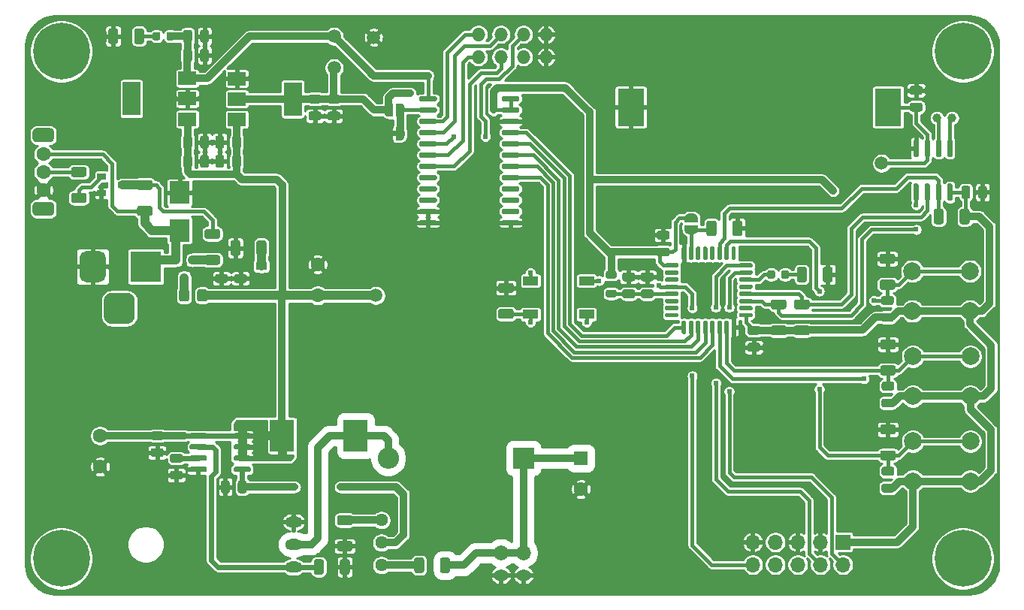
<source format=gtl>
G04 #@! TF.GenerationSoftware,KiCad,Pcbnew,(5.1.12-1-10_14)*
G04 #@! TF.CreationDate,2022-01-30T16:39:28+01:00*
G04 #@! TF.ProjectId,NixieDisplayMotherBoardV2,4e697869-6544-4697-9370-6c61794d6f74,rev?*
G04 #@! TF.SameCoordinates,Original*
G04 #@! TF.FileFunction,Copper,L1,Top*
G04 #@! TF.FilePolarity,Positive*
%FSLAX46Y46*%
G04 Gerber Fmt 4.6, Leading zero omitted, Abs format (unit mm)*
G04 Created by KiCad (PCBNEW (5.1.12-1-10_14)) date 2022-01-30 16:39:28*
%MOMM*%
%LPD*%
G01*
G04 APERTURE LIST*
G04 #@! TA.AperFunction,EtchedComponent*
%ADD10C,0.100000*%
G04 #@! TD*
G04 #@! TA.AperFunction,ComponentPad*
%ADD11C,1.600000*%
G04 #@! TD*
G04 #@! TA.AperFunction,ComponentPad*
%ADD12C,1.000000*%
G04 #@! TD*
G04 #@! TA.AperFunction,SMDPad,CuDef*
%ADD13R,2.000000X1.500000*%
G04 #@! TD*
G04 #@! TA.AperFunction,SMDPad,CuDef*
%ADD14R,2.000000X3.800000*%
G04 #@! TD*
G04 #@! TA.AperFunction,SMDPad,CuDef*
%ADD15C,1.500000*%
G04 #@! TD*
G04 #@! TA.AperFunction,SMDPad,CuDef*
%ADD16R,1.700000X1.000000*%
G04 #@! TD*
G04 #@! TA.AperFunction,ComponentPad*
%ADD17C,2.000000*%
G04 #@! TD*
G04 #@! TA.AperFunction,ComponentPad*
%ADD18C,1.440000*%
G04 #@! TD*
G04 #@! TA.AperFunction,ComponentPad*
%ADD19O,1.955800X1.270000*%
G04 #@! TD*
G04 #@! TA.AperFunction,SMDPad,CuDef*
%ADD20R,0.800000X0.900000*%
G04 #@! TD*
G04 #@! TA.AperFunction,SMDPad,CuDef*
%ADD21R,1.000000X0.700000*%
G04 #@! TD*
G04 #@! TA.AperFunction,SMDPad,CuDef*
%ADD22R,2.700000X3.600000*%
G04 #@! TD*
G04 #@! TA.AperFunction,SMDPad,CuDef*
%ADD23C,0.100000*%
G04 #@! TD*
G04 #@! TA.AperFunction,ComponentPad*
%ADD24O,1.700000X1.700000*%
G04 #@! TD*
G04 #@! TA.AperFunction,ComponentPad*
%ADD25R,1.700000X1.700000*%
G04 #@! TD*
G04 #@! TA.AperFunction,ComponentPad*
%ADD26R,3.500000X3.500000*%
G04 #@! TD*
G04 #@! TA.AperFunction,ComponentPad*
%ADD27O,1.676400X1.270000*%
G04 #@! TD*
G04 #@! TA.AperFunction,ComponentPad*
%ADD28O,1.676400X1.676400*%
G04 #@! TD*
G04 #@! TA.AperFunction,ComponentPad*
%ADD29O,1.524000X1.524000*%
G04 #@! TD*
G04 #@! TA.AperFunction,ComponentPad*
%ADD30C,0.800000*%
G04 #@! TD*
G04 #@! TA.AperFunction,ComponentPad*
%ADD31C,6.400000*%
G04 #@! TD*
G04 #@! TA.AperFunction,ComponentPad*
%ADD32O,2.400000X2.400000*%
G04 #@! TD*
G04 #@! TA.AperFunction,ComponentPad*
%ADD33R,2.400000X2.400000*%
G04 #@! TD*
G04 #@! TA.AperFunction,SMDPad,CuDef*
%ADD34R,1.200000X0.900000*%
G04 #@! TD*
G04 #@! TA.AperFunction,SMDPad,CuDef*
%ADD35R,2.300000X2.500000*%
G04 #@! TD*
G04 #@! TA.AperFunction,ComponentPad*
%ADD36R,1.600000X1.600000*%
G04 #@! TD*
G04 #@! TA.AperFunction,SMDPad,CuDef*
%ADD37R,3.000000X4.200000*%
G04 #@! TD*
G04 #@! TA.AperFunction,ViaPad*
%ADD38C,0.609600*%
G04 #@! TD*
G04 #@! TA.AperFunction,Conductor*
%ADD39C,0.406400*%
G04 #@! TD*
G04 #@! TA.AperFunction,Conductor*
%ADD40C,0.812800*%
G04 #@! TD*
G04 #@! TA.AperFunction,Conductor*
%ADD41C,1.016000*%
G04 #@! TD*
G04 #@! TA.AperFunction,Conductor*
%ADD42C,0.609600*%
G04 #@! TD*
G04 #@! TA.AperFunction,Conductor*
%ADD43C,0.254000*%
G04 #@! TD*
G04 #@! TA.AperFunction,Conductor*
%ADD44C,0.100000*%
G04 #@! TD*
G04 APERTURE END LIST*
D10*
G36*
X129853500Y-81996000D02*
G01*
X129353500Y-81996000D01*
X129353500Y-82596000D01*
X129853500Y-82596000D01*
X129853500Y-81996000D01*
G37*
D11*
X96443800Y-119832000D03*
X96443800Y-116332000D03*
D12*
X192441300Y-80518000D03*
X190741300Y-80518000D03*
G04 #@! TA.AperFunction,SMDPad,CuDef*
G36*
G01*
X141699000Y-78496500D02*
X141699000Y-78221500D01*
G75*
G02*
X141836500Y-78084000I137500J0D01*
G01*
X143561500Y-78084000D01*
G75*
G02*
X143699000Y-78221500I0J-137500D01*
G01*
X143699000Y-78496500D01*
G75*
G02*
X143561500Y-78634000I-137500J0D01*
G01*
X141836500Y-78634000D01*
G75*
G02*
X141699000Y-78496500I0J137500D01*
G01*
G37*
G04 #@! TD.AperFunction*
G04 #@! TA.AperFunction,SMDPad,CuDef*
G36*
G01*
X141699000Y-79766500D02*
X141699000Y-79491500D01*
G75*
G02*
X141836500Y-79354000I137500J0D01*
G01*
X143561500Y-79354000D01*
G75*
G02*
X143699000Y-79491500I0J-137500D01*
G01*
X143699000Y-79766500D01*
G75*
G02*
X143561500Y-79904000I-137500J0D01*
G01*
X141836500Y-79904000D01*
G75*
G02*
X141699000Y-79766500I0J137500D01*
G01*
G37*
G04 #@! TD.AperFunction*
G04 #@! TA.AperFunction,SMDPad,CuDef*
G36*
G01*
X141699000Y-81036500D02*
X141699000Y-80761500D01*
G75*
G02*
X141836500Y-80624000I137500J0D01*
G01*
X143561500Y-80624000D01*
G75*
G02*
X143699000Y-80761500I0J-137500D01*
G01*
X143699000Y-81036500D01*
G75*
G02*
X143561500Y-81174000I-137500J0D01*
G01*
X141836500Y-81174000D01*
G75*
G02*
X141699000Y-81036500I0J137500D01*
G01*
G37*
G04 #@! TD.AperFunction*
G04 #@! TA.AperFunction,SMDPad,CuDef*
G36*
G01*
X141699000Y-82306500D02*
X141699000Y-82031500D01*
G75*
G02*
X141836500Y-81894000I137500J0D01*
G01*
X143561500Y-81894000D01*
G75*
G02*
X143699000Y-82031500I0J-137500D01*
G01*
X143699000Y-82306500D01*
G75*
G02*
X143561500Y-82444000I-137500J0D01*
G01*
X141836500Y-82444000D01*
G75*
G02*
X141699000Y-82306500I0J137500D01*
G01*
G37*
G04 #@! TD.AperFunction*
G04 #@! TA.AperFunction,SMDPad,CuDef*
G36*
G01*
X141699000Y-83576500D02*
X141699000Y-83301500D01*
G75*
G02*
X141836500Y-83164000I137500J0D01*
G01*
X143561500Y-83164000D01*
G75*
G02*
X143699000Y-83301500I0J-137500D01*
G01*
X143699000Y-83576500D01*
G75*
G02*
X143561500Y-83714000I-137500J0D01*
G01*
X141836500Y-83714000D01*
G75*
G02*
X141699000Y-83576500I0J137500D01*
G01*
G37*
G04 #@! TD.AperFunction*
G04 #@! TA.AperFunction,SMDPad,CuDef*
G36*
G01*
X141699000Y-84846500D02*
X141699000Y-84571500D01*
G75*
G02*
X141836500Y-84434000I137500J0D01*
G01*
X143561500Y-84434000D01*
G75*
G02*
X143699000Y-84571500I0J-137500D01*
G01*
X143699000Y-84846500D01*
G75*
G02*
X143561500Y-84984000I-137500J0D01*
G01*
X141836500Y-84984000D01*
G75*
G02*
X141699000Y-84846500I0J137500D01*
G01*
G37*
G04 #@! TD.AperFunction*
G04 #@! TA.AperFunction,SMDPad,CuDef*
G36*
G01*
X141699000Y-86116500D02*
X141699000Y-85841500D01*
G75*
G02*
X141836500Y-85704000I137500J0D01*
G01*
X143561500Y-85704000D01*
G75*
G02*
X143699000Y-85841500I0J-137500D01*
G01*
X143699000Y-86116500D01*
G75*
G02*
X143561500Y-86254000I-137500J0D01*
G01*
X141836500Y-86254000D01*
G75*
G02*
X141699000Y-86116500I0J137500D01*
G01*
G37*
G04 #@! TD.AperFunction*
G04 #@! TA.AperFunction,SMDPad,CuDef*
G36*
G01*
X141699000Y-87386500D02*
X141699000Y-87111500D01*
G75*
G02*
X141836500Y-86974000I137500J0D01*
G01*
X143561500Y-86974000D01*
G75*
G02*
X143699000Y-87111500I0J-137500D01*
G01*
X143699000Y-87386500D01*
G75*
G02*
X143561500Y-87524000I-137500J0D01*
G01*
X141836500Y-87524000D01*
G75*
G02*
X141699000Y-87386500I0J137500D01*
G01*
G37*
G04 #@! TD.AperFunction*
G04 #@! TA.AperFunction,SMDPad,CuDef*
G36*
G01*
X141699000Y-88656500D02*
X141699000Y-88381500D01*
G75*
G02*
X141836500Y-88244000I137500J0D01*
G01*
X143561500Y-88244000D01*
G75*
G02*
X143699000Y-88381500I0J-137500D01*
G01*
X143699000Y-88656500D01*
G75*
G02*
X143561500Y-88794000I-137500J0D01*
G01*
X141836500Y-88794000D01*
G75*
G02*
X141699000Y-88656500I0J137500D01*
G01*
G37*
G04 #@! TD.AperFunction*
G04 #@! TA.AperFunction,SMDPad,CuDef*
G36*
G01*
X141699000Y-89926500D02*
X141699000Y-89651500D01*
G75*
G02*
X141836500Y-89514000I137500J0D01*
G01*
X143561500Y-89514000D01*
G75*
G02*
X143699000Y-89651500I0J-137500D01*
G01*
X143699000Y-89926500D01*
G75*
G02*
X143561500Y-90064000I-137500J0D01*
G01*
X141836500Y-90064000D01*
G75*
G02*
X141699000Y-89926500I0J137500D01*
G01*
G37*
G04 #@! TD.AperFunction*
G04 #@! TA.AperFunction,SMDPad,CuDef*
G36*
G01*
X141699000Y-91196500D02*
X141699000Y-90921500D01*
G75*
G02*
X141836500Y-90784000I137500J0D01*
G01*
X143561500Y-90784000D01*
G75*
G02*
X143699000Y-90921500I0J-137500D01*
G01*
X143699000Y-91196500D01*
G75*
G02*
X143561500Y-91334000I-137500J0D01*
G01*
X141836500Y-91334000D01*
G75*
G02*
X141699000Y-91196500I0J137500D01*
G01*
G37*
G04 #@! TD.AperFunction*
G04 #@! TA.AperFunction,SMDPad,CuDef*
G36*
G01*
X141699000Y-92466500D02*
X141699000Y-92191500D01*
G75*
G02*
X141836500Y-92054000I137500J0D01*
G01*
X143561500Y-92054000D01*
G75*
G02*
X143699000Y-92191500I0J-137500D01*
G01*
X143699000Y-92466500D01*
G75*
G02*
X143561500Y-92604000I-137500J0D01*
G01*
X141836500Y-92604000D01*
G75*
G02*
X141699000Y-92466500I0J137500D01*
G01*
G37*
G04 #@! TD.AperFunction*
G04 #@! TA.AperFunction,SMDPad,CuDef*
G36*
G01*
X132399000Y-92466500D02*
X132399000Y-92191500D01*
G75*
G02*
X132536500Y-92054000I137500J0D01*
G01*
X134261500Y-92054000D01*
G75*
G02*
X134399000Y-92191500I0J-137500D01*
G01*
X134399000Y-92466500D01*
G75*
G02*
X134261500Y-92604000I-137500J0D01*
G01*
X132536500Y-92604000D01*
G75*
G02*
X132399000Y-92466500I0J137500D01*
G01*
G37*
G04 #@! TD.AperFunction*
G04 #@! TA.AperFunction,SMDPad,CuDef*
G36*
G01*
X132399000Y-91196500D02*
X132399000Y-90921500D01*
G75*
G02*
X132536500Y-90784000I137500J0D01*
G01*
X134261500Y-90784000D01*
G75*
G02*
X134399000Y-90921500I0J-137500D01*
G01*
X134399000Y-91196500D01*
G75*
G02*
X134261500Y-91334000I-137500J0D01*
G01*
X132536500Y-91334000D01*
G75*
G02*
X132399000Y-91196500I0J137500D01*
G01*
G37*
G04 #@! TD.AperFunction*
G04 #@! TA.AperFunction,SMDPad,CuDef*
G36*
G01*
X132399000Y-89926500D02*
X132399000Y-89651500D01*
G75*
G02*
X132536500Y-89514000I137500J0D01*
G01*
X134261500Y-89514000D01*
G75*
G02*
X134399000Y-89651500I0J-137500D01*
G01*
X134399000Y-89926500D01*
G75*
G02*
X134261500Y-90064000I-137500J0D01*
G01*
X132536500Y-90064000D01*
G75*
G02*
X132399000Y-89926500I0J137500D01*
G01*
G37*
G04 #@! TD.AperFunction*
G04 #@! TA.AperFunction,SMDPad,CuDef*
G36*
G01*
X132399000Y-88656500D02*
X132399000Y-88381500D01*
G75*
G02*
X132536500Y-88244000I137500J0D01*
G01*
X134261500Y-88244000D01*
G75*
G02*
X134399000Y-88381500I0J-137500D01*
G01*
X134399000Y-88656500D01*
G75*
G02*
X134261500Y-88794000I-137500J0D01*
G01*
X132536500Y-88794000D01*
G75*
G02*
X132399000Y-88656500I0J137500D01*
G01*
G37*
G04 #@! TD.AperFunction*
G04 #@! TA.AperFunction,SMDPad,CuDef*
G36*
G01*
X132399000Y-87386500D02*
X132399000Y-87111500D01*
G75*
G02*
X132536500Y-86974000I137500J0D01*
G01*
X134261500Y-86974000D01*
G75*
G02*
X134399000Y-87111500I0J-137500D01*
G01*
X134399000Y-87386500D01*
G75*
G02*
X134261500Y-87524000I-137500J0D01*
G01*
X132536500Y-87524000D01*
G75*
G02*
X132399000Y-87386500I0J137500D01*
G01*
G37*
G04 #@! TD.AperFunction*
G04 #@! TA.AperFunction,SMDPad,CuDef*
G36*
G01*
X132399000Y-86116500D02*
X132399000Y-85841500D01*
G75*
G02*
X132536500Y-85704000I137500J0D01*
G01*
X134261500Y-85704000D01*
G75*
G02*
X134399000Y-85841500I0J-137500D01*
G01*
X134399000Y-86116500D01*
G75*
G02*
X134261500Y-86254000I-137500J0D01*
G01*
X132536500Y-86254000D01*
G75*
G02*
X132399000Y-86116500I0J137500D01*
G01*
G37*
G04 #@! TD.AperFunction*
G04 #@! TA.AperFunction,SMDPad,CuDef*
G36*
G01*
X132399000Y-84846500D02*
X132399000Y-84571500D01*
G75*
G02*
X132536500Y-84434000I137500J0D01*
G01*
X134261500Y-84434000D01*
G75*
G02*
X134399000Y-84571500I0J-137500D01*
G01*
X134399000Y-84846500D01*
G75*
G02*
X134261500Y-84984000I-137500J0D01*
G01*
X132536500Y-84984000D01*
G75*
G02*
X132399000Y-84846500I0J137500D01*
G01*
G37*
G04 #@! TD.AperFunction*
G04 #@! TA.AperFunction,SMDPad,CuDef*
G36*
G01*
X132399000Y-83576500D02*
X132399000Y-83301500D01*
G75*
G02*
X132536500Y-83164000I137500J0D01*
G01*
X134261500Y-83164000D01*
G75*
G02*
X134399000Y-83301500I0J-137500D01*
G01*
X134399000Y-83576500D01*
G75*
G02*
X134261500Y-83714000I-137500J0D01*
G01*
X132536500Y-83714000D01*
G75*
G02*
X132399000Y-83576500I0J137500D01*
G01*
G37*
G04 #@! TD.AperFunction*
G04 #@! TA.AperFunction,SMDPad,CuDef*
G36*
G01*
X132399000Y-82306500D02*
X132399000Y-82031500D01*
G75*
G02*
X132536500Y-81894000I137500J0D01*
G01*
X134261500Y-81894000D01*
G75*
G02*
X134399000Y-82031500I0J-137500D01*
G01*
X134399000Y-82306500D01*
G75*
G02*
X134261500Y-82444000I-137500J0D01*
G01*
X132536500Y-82444000D01*
G75*
G02*
X132399000Y-82306500I0J137500D01*
G01*
G37*
G04 #@! TD.AperFunction*
G04 #@! TA.AperFunction,SMDPad,CuDef*
G36*
G01*
X132399000Y-81036500D02*
X132399000Y-80761500D01*
G75*
G02*
X132536500Y-80624000I137500J0D01*
G01*
X134261500Y-80624000D01*
G75*
G02*
X134399000Y-80761500I0J-137500D01*
G01*
X134399000Y-81036500D01*
G75*
G02*
X134261500Y-81174000I-137500J0D01*
G01*
X132536500Y-81174000D01*
G75*
G02*
X132399000Y-81036500I0J137500D01*
G01*
G37*
G04 #@! TD.AperFunction*
G04 #@! TA.AperFunction,SMDPad,CuDef*
G36*
G01*
X132399000Y-79766500D02*
X132399000Y-79491500D01*
G75*
G02*
X132536500Y-79354000I137500J0D01*
G01*
X134261500Y-79354000D01*
G75*
G02*
X134399000Y-79491500I0J-137500D01*
G01*
X134399000Y-79766500D01*
G75*
G02*
X134261500Y-79904000I-137500J0D01*
G01*
X132536500Y-79904000D01*
G75*
G02*
X132399000Y-79766500I0J137500D01*
G01*
G37*
G04 #@! TD.AperFunction*
G04 #@! TA.AperFunction,SMDPad,CuDef*
G36*
G01*
X132399000Y-78496500D02*
X132399000Y-78221500D01*
G75*
G02*
X132536500Y-78084000I137500J0D01*
G01*
X134261500Y-78084000D01*
G75*
G02*
X134399000Y-78221500I0J-137500D01*
G01*
X134399000Y-78496500D01*
G75*
G02*
X134261500Y-78634000I-137500J0D01*
G01*
X132536500Y-78634000D01*
G75*
G02*
X132399000Y-78496500I0J137500D01*
G01*
G37*
G04 #@! TD.AperFunction*
G04 #@! TA.AperFunction,SMDPad,CuDef*
G36*
G01*
X192064500Y-87910800D02*
X192364500Y-87910800D01*
G75*
G02*
X192514500Y-88060800I0J-150000D01*
G01*
X192514500Y-89710800D01*
G75*
G02*
X192364500Y-89860800I-150000J0D01*
G01*
X192064500Y-89860800D01*
G75*
G02*
X191914500Y-89710800I0J150000D01*
G01*
X191914500Y-88060800D01*
G75*
G02*
X192064500Y-87910800I150000J0D01*
G01*
G37*
G04 #@! TD.AperFunction*
G04 #@! TA.AperFunction,SMDPad,CuDef*
G36*
G01*
X190794500Y-87910800D02*
X191094500Y-87910800D01*
G75*
G02*
X191244500Y-88060800I0J-150000D01*
G01*
X191244500Y-89710800D01*
G75*
G02*
X191094500Y-89860800I-150000J0D01*
G01*
X190794500Y-89860800D01*
G75*
G02*
X190644500Y-89710800I0J150000D01*
G01*
X190644500Y-88060800D01*
G75*
G02*
X190794500Y-87910800I150000J0D01*
G01*
G37*
G04 #@! TD.AperFunction*
G04 #@! TA.AperFunction,SMDPad,CuDef*
G36*
G01*
X189524500Y-87910800D02*
X189824500Y-87910800D01*
G75*
G02*
X189974500Y-88060800I0J-150000D01*
G01*
X189974500Y-89710800D01*
G75*
G02*
X189824500Y-89860800I-150000J0D01*
G01*
X189524500Y-89860800D01*
G75*
G02*
X189374500Y-89710800I0J150000D01*
G01*
X189374500Y-88060800D01*
G75*
G02*
X189524500Y-87910800I150000J0D01*
G01*
G37*
G04 #@! TD.AperFunction*
G04 #@! TA.AperFunction,SMDPad,CuDef*
G36*
G01*
X188254500Y-87910800D02*
X188554500Y-87910800D01*
G75*
G02*
X188704500Y-88060800I0J-150000D01*
G01*
X188704500Y-89710800D01*
G75*
G02*
X188554500Y-89860800I-150000J0D01*
G01*
X188254500Y-89860800D01*
G75*
G02*
X188104500Y-89710800I0J150000D01*
G01*
X188104500Y-88060800D01*
G75*
G02*
X188254500Y-87910800I150000J0D01*
G01*
G37*
G04 #@! TD.AperFunction*
G04 #@! TA.AperFunction,SMDPad,CuDef*
G36*
G01*
X188254500Y-82960800D02*
X188554500Y-82960800D01*
G75*
G02*
X188704500Y-83110800I0J-150000D01*
G01*
X188704500Y-84760800D01*
G75*
G02*
X188554500Y-84910800I-150000J0D01*
G01*
X188254500Y-84910800D01*
G75*
G02*
X188104500Y-84760800I0J150000D01*
G01*
X188104500Y-83110800D01*
G75*
G02*
X188254500Y-82960800I150000J0D01*
G01*
G37*
G04 #@! TD.AperFunction*
G04 #@! TA.AperFunction,SMDPad,CuDef*
G36*
G01*
X189524500Y-82960800D02*
X189824500Y-82960800D01*
G75*
G02*
X189974500Y-83110800I0J-150000D01*
G01*
X189974500Y-84760800D01*
G75*
G02*
X189824500Y-84910800I-150000J0D01*
G01*
X189524500Y-84910800D01*
G75*
G02*
X189374500Y-84760800I0J150000D01*
G01*
X189374500Y-83110800D01*
G75*
G02*
X189524500Y-82960800I150000J0D01*
G01*
G37*
G04 #@! TD.AperFunction*
G04 #@! TA.AperFunction,SMDPad,CuDef*
G36*
G01*
X190794500Y-82960800D02*
X191094500Y-82960800D01*
G75*
G02*
X191244500Y-83110800I0J-150000D01*
G01*
X191244500Y-84760800D01*
G75*
G02*
X191094500Y-84910800I-150000J0D01*
G01*
X190794500Y-84910800D01*
G75*
G02*
X190644500Y-84760800I0J150000D01*
G01*
X190644500Y-83110800D01*
G75*
G02*
X190794500Y-82960800I150000J0D01*
G01*
G37*
G04 #@! TD.AperFunction*
G04 #@! TA.AperFunction,SMDPad,CuDef*
G36*
G01*
X192064500Y-82960800D02*
X192364500Y-82960800D01*
G75*
G02*
X192514500Y-83110800I0J-150000D01*
G01*
X192514500Y-84760800D01*
G75*
G02*
X192364500Y-84910800I-150000J0D01*
G01*
X192064500Y-84910800D01*
G75*
G02*
X191914500Y-84760800I0J150000D01*
G01*
X191914500Y-83110800D01*
G75*
G02*
X192064500Y-82960800I150000J0D01*
G01*
G37*
G04 #@! TD.AperFunction*
G04 #@! TA.AperFunction,SMDPad,CuDef*
G36*
G01*
X161986500Y-96399000D02*
X161986500Y-95149000D01*
G75*
G02*
X162111500Y-95024000I125000J0D01*
G01*
X162361500Y-95024000D01*
G75*
G02*
X162486500Y-95149000I0J-125000D01*
G01*
X162486500Y-96399000D01*
G75*
G02*
X162361500Y-96524000I-125000J0D01*
G01*
X162111500Y-96524000D01*
G75*
G02*
X161986500Y-96399000I0J125000D01*
G01*
G37*
G04 #@! TD.AperFunction*
G04 #@! TA.AperFunction,SMDPad,CuDef*
G36*
G01*
X162786500Y-96399000D02*
X162786500Y-95149000D01*
G75*
G02*
X162911500Y-95024000I125000J0D01*
G01*
X163161500Y-95024000D01*
G75*
G02*
X163286500Y-95149000I0J-125000D01*
G01*
X163286500Y-96399000D01*
G75*
G02*
X163161500Y-96524000I-125000J0D01*
G01*
X162911500Y-96524000D01*
G75*
G02*
X162786500Y-96399000I0J125000D01*
G01*
G37*
G04 #@! TD.AperFunction*
G04 #@! TA.AperFunction,SMDPad,CuDef*
G36*
G01*
X163586500Y-96399000D02*
X163586500Y-95149000D01*
G75*
G02*
X163711500Y-95024000I125000J0D01*
G01*
X163961500Y-95024000D01*
G75*
G02*
X164086500Y-95149000I0J-125000D01*
G01*
X164086500Y-96399000D01*
G75*
G02*
X163961500Y-96524000I-125000J0D01*
G01*
X163711500Y-96524000D01*
G75*
G02*
X163586500Y-96399000I0J125000D01*
G01*
G37*
G04 #@! TD.AperFunction*
G04 #@! TA.AperFunction,SMDPad,CuDef*
G36*
G01*
X164386500Y-96399000D02*
X164386500Y-95149000D01*
G75*
G02*
X164511500Y-95024000I125000J0D01*
G01*
X164761500Y-95024000D01*
G75*
G02*
X164886500Y-95149000I0J-125000D01*
G01*
X164886500Y-96399000D01*
G75*
G02*
X164761500Y-96524000I-125000J0D01*
G01*
X164511500Y-96524000D01*
G75*
G02*
X164386500Y-96399000I0J125000D01*
G01*
G37*
G04 #@! TD.AperFunction*
G04 #@! TA.AperFunction,SMDPad,CuDef*
G36*
G01*
X165186500Y-96399000D02*
X165186500Y-95149000D01*
G75*
G02*
X165311500Y-95024000I125000J0D01*
G01*
X165561500Y-95024000D01*
G75*
G02*
X165686500Y-95149000I0J-125000D01*
G01*
X165686500Y-96399000D01*
G75*
G02*
X165561500Y-96524000I-125000J0D01*
G01*
X165311500Y-96524000D01*
G75*
G02*
X165186500Y-96399000I0J125000D01*
G01*
G37*
G04 #@! TD.AperFunction*
G04 #@! TA.AperFunction,SMDPad,CuDef*
G36*
G01*
X165986500Y-96399000D02*
X165986500Y-95149000D01*
G75*
G02*
X166111500Y-95024000I125000J0D01*
G01*
X166361500Y-95024000D01*
G75*
G02*
X166486500Y-95149000I0J-125000D01*
G01*
X166486500Y-96399000D01*
G75*
G02*
X166361500Y-96524000I-125000J0D01*
G01*
X166111500Y-96524000D01*
G75*
G02*
X165986500Y-96399000I0J125000D01*
G01*
G37*
G04 #@! TD.AperFunction*
G04 #@! TA.AperFunction,SMDPad,CuDef*
G36*
G01*
X166786500Y-96399000D02*
X166786500Y-95149000D01*
G75*
G02*
X166911500Y-95024000I125000J0D01*
G01*
X167161500Y-95024000D01*
G75*
G02*
X167286500Y-95149000I0J-125000D01*
G01*
X167286500Y-96399000D01*
G75*
G02*
X167161500Y-96524000I-125000J0D01*
G01*
X166911500Y-96524000D01*
G75*
G02*
X166786500Y-96399000I0J125000D01*
G01*
G37*
G04 #@! TD.AperFunction*
G04 #@! TA.AperFunction,SMDPad,CuDef*
G36*
G01*
X167586500Y-96399000D02*
X167586500Y-95149000D01*
G75*
G02*
X167711500Y-95024000I125000J0D01*
G01*
X167961500Y-95024000D01*
G75*
G02*
X168086500Y-95149000I0J-125000D01*
G01*
X168086500Y-96399000D01*
G75*
G02*
X167961500Y-96524000I-125000J0D01*
G01*
X167711500Y-96524000D01*
G75*
G02*
X167586500Y-96399000I0J125000D01*
G01*
G37*
G04 #@! TD.AperFunction*
G04 #@! TA.AperFunction,SMDPad,CuDef*
G36*
G01*
X168461500Y-97274000D02*
X168461500Y-97024000D01*
G75*
G02*
X168586500Y-96899000I125000J0D01*
G01*
X169836500Y-96899000D01*
G75*
G02*
X169961500Y-97024000I0J-125000D01*
G01*
X169961500Y-97274000D01*
G75*
G02*
X169836500Y-97399000I-125000J0D01*
G01*
X168586500Y-97399000D01*
G75*
G02*
X168461500Y-97274000I0J125000D01*
G01*
G37*
G04 #@! TD.AperFunction*
G04 #@! TA.AperFunction,SMDPad,CuDef*
G36*
G01*
X168461500Y-98074000D02*
X168461500Y-97824000D01*
G75*
G02*
X168586500Y-97699000I125000J0D01*
G01*
X169836500Y-97699000D01*
G75*
G02*
X169961500Y-97824000I0J-125000D01*
G01*
X169961500Y-98074000D01*
G75*
G02*
X169836500Y-98199000I-125000J0D01*
G01*
X168586500Y-98199000D01*
G75*
G02*
X168461500Y-98074000I0J125000D01*
G01*
G37*
G04 #@! TD.AperFunction*
G04 #@! TA.AperFunction,SMDPad,CuDef*
G36*
G01*
X168461500Y-98874000D02*
X168461500Y-98624000D01*
G75*
G02*
X168586500Y-98499000I125000J0D01*
G01*
X169836500Y-98499000D01*
G75*
G02*
X169961500Y-98624000I0J-125000D01*
G01*
X169961500Y-98874000D01*
G75*
G02*
X169836500Y-98999000I-125000J0D01*
G01*
X168586500Y-98999000D01*
G75*
G02*
X168461500Y-98874000I0J125000D01*
G01*
G37*
G04 #@! TD.AperFunction*
G04 #@! TA.AperFunction,SMDPad,CuDef*
G36*
G01*
X168461500Y-99674000D02*
X168461500Y-99424000D01*
G75*
G02*
X168586500Y-99299000I125000J0D01*
G01*
X169836500Y-99299000D01*
G75*
G02*
X169961500Y-99424000I0J-125000D01*
G01*
X169961500Y-99674000D01*
G75*
G02*
X169836500Y-99799000I-125000J0D01*
G01*
X168586500Y-99799000D01*
G75*
G02*
X168461500Y-99674000I0J125000D01*
G01*
G37*
G04 #@! TD.AperFunction*
G04 #@! TA.AperFunction,SMDPad,CuDef*
G36*
G01*
X168461500Y-100474000D02*
X168461500Y-100224000D01*
G75*
G02*
X168586500Y-100099000I125000J0D01*
G01*
X169836500Y-100099000D01*
G75*
G02*
X169961500Y-100224000I0J-125000D01*
G01*
X169961500Y-100474000D01*
G75*
G02*
X169836500Y-100599000I-125000J0D01*
G01*
X168586500Y-100599000D01*
G75*
G02*
X168461500Y-100474000I0J125000D01*
G01*
G37*
G04 #@! TD.AperFunction*
G04 #@! TA.AperFunction,SMDPad,CuDef*
G36*
G01*
X168461500Y-101274000D02*
X168461500Y-101024000D01*
G75*
G02*
X168586500Y-100899000I125000J0D01*
G01*
X169836500Y-100899000D01*
G75*
G02*
X169961500Y-101024000I0J-125000D01*
G01*
X169961500Y-101274000D01*
G75*
G02*
X169836500Y-101399000I-125000J0D01*
G01*
X168586500Y-101399000D01*
G75*
G02*
X168461500Y-101274000I0J125000D01*
G01*
G37*
G04 #@! TD.AperFunction*
G04 #@! TA.AperFunction,SMDPad,CuDef*
G36*
G01*
X168461500Y-102074000D02*
X168461500Y-101824000D01*
G75*
G02*
X168586500Y-101699000I125000J0D01*
G01*
X169836500Y-101699000D01*
G75*
G02*
X169961500Y-101824000I0J-125000D01*
G01*
X169961500Y-102074000D01*
G75*
G02*
X169836500Y-102199000I-125000J0D01*
G01*
X168586500Y-102199000D01*
G75*
G02*
X168461500Y-102074000I0J125000D01*
G01*
G37*
G04 #@! TD.AperFunction*
G04 #@! TA.AperFunction,SMDPad,CuDef*
G36*
G01*
X168461500Y-102874000D02*
X168461500Y-102624000D01*
G75*
G02*
X168586500Y-102499000I125000J0D01*
G01*
X169836500Y-102499000D01*
G75*
G02*
X169961500Y-102624000I0J-125000D01*
G01*
X169961500Y-102874000D01*
G75*
G02*
X169836500Y-102999000I-125000J0D01*
G01*
X168586500Y-102999000D01*
G75*
G02*
X168461500Y-102874000I0J125000D01*
G01*
G37*
G04 #@! TD.AperFunction*
G04 #@! TA.AperFunction,SMDPad,CuDef*
G36*
G01*
X167586500Y-104749000D02*
X167586500Y-103499000D01*
G75*
G02*
X167711500Y-103374000I125000J0D01*
G01*
X167961500Y-103374000D01*
G75*
G02*
X168086500Y-103499000I0J-125000D01*
G01*
X168086500Y-104749000D01*
G75*
G02*
X167961500Y-104874000I-125000J0D01*
G01*
X167711500Y-104874000D01*
G75*
G02*
X167586500Y-104749000I0J125000D01*
G01*
G37*
G04 #@! TD.AperFunction*
G04 #@! TA.AperFunction,SMDPad,CuDef*
G36*
G01*
X166786500Y-104749000D02*
X166786500Y-103499000D01*
G75*
G02*
X166911500Y-103374000I125000J0D01*
G01*
X167161500Y-103374000D01*
G75*
G02*
X167286500Y-103499000I0J-125000D01*
G01*
X167286500Y-104749000D01*
G75*
G02*
X167161500Y-104874000I-125000J0D01*
G01*
X166911500Y-104874000D01*
G75*
G02*
X166786500Y-104749000I0J125000D01*
G01*
G37*
G04 #@! TD.AperFunction*
G04 #@! TA.AperFunction,SMDPad,CuDef*
G36*
G01*
X165986500Y-104749000D02*
X165986500Y-103499000D01*
G75*
G02*
X166111500Y-103374000I125000J0D01*
G01*
X166361500Y-103374000D01*
G75*
G02*
X166486500Y-103499000I0J-125000D01*
G01*
X166486500Y-104749000D01*
G75*
G02*
X166361500Y-104874000I-125000J0D01*
G01*
X166111500Y-104874000D01*
G75*
G02*
X165986500Y-104749000I0J125000D01*
G01*
G37*
G04 #@! TD.AperFunction*
G04 #@! TA.AperFunction,SMDPad,CuDef*
G36*
G01*
X165186500Y-104749000D02*
X165186500Y-103499000D01*
G75*
G02*
X165311500Y-103374000I125000J0D01*
G01*
X165561500Y-103374000D01*
G75*
G02*
X165686500Y-103499000I0J-125000D01*
G01*
X165686500Y-104749000D01*
G75*
G02*
X165561500Y-104874000I-125000J0D01*
G01*
X165311500Y-104874000D01*
G75*
G02*
X165186500Y-104749000I0J125000D01*
G01*
G37*
G04 #@! TD.AperFunction*
G04 #@! TA.AperFunction,SMDPad,CuDef*
G36*
G01*
X164386500Y-104749000D02*
X164386500Y-103499000D01*
G75*
G02*
X164511500Y-103374000I125000J0D01*
G01*
X164761500Y-103374000D01*
G75*
G02*
X164886500Y-103499000I0J-125000D01*
G01*
X164886500Y-104749000D01*
G75*
G02*
X164761500Y-104874000I-125000J0D01*
G01*
X164511500Y-104874000D01*
G75*
G02*
X164386500Y-104749000I0J125000D01*
G01*
G37*
G04 #@! TD.AperFunction*
G04 #@! TA.AperFunction,SMDPad,CuDef*
G36*
G01*
X163586500Y-104749000D02*
X163586500Y-103499000D01*
G75*
G02*
X163711500Y-103374000I125000J0D01*
G01*
X163961500Y-103374000D01*
G75*
G02*
X164086500Y-103499000I0J-125000D01*
G01*
X164086500Y-104749000D01*
G75*
G02*
X163961500Y-104874000I-125000J0D01*
G01*
X163711500Y-104874000D01*
G75*
G02*
X163586500Y-104749000I0J125000D01*
G01*
G37*
G04 #@! TD.AperFunction*
G04 #@! TA.AperFunction,SMDPad,CuDef*
G36*
G01*
X162786500Y-104749000D02*
X162786500Y-103499000D01*
G75*
G02*
X162911500Y-103374000I125000J0D01*
G01*
X163161500Y-103374000D01*
G75*
G02*
X163286500Y-103499000I0J-125000D01*
G01*
X163286500Y-104749000D01*
G75*
G02*
X163161500Y-104874000I-125000J0D01*
G01*
X162911500Y-104874000D01*
G75*
G02*
X162786500Y-104749000I0J125000D01*
G01*
G37*
G04 #@! TD.AperFunction*
G04 #@! TA.AperFunction,SMDPad,CuDef*
G36*
G01*
X161986500Y-104749000D02*
X161986500Y-103499000D01*
G75*
G02*
X162111500Y-103374000I125000J0D01*
G01*
X162361500Y-103374000D01*
G75*
G02*
X162486500Y-103499000I0J-125000D01*
G01*
X162486500Y-104749000D01*
G75*
G02*
X162361500Y-104874000I-125000J0D01*
G01*
X162111500Y-104874000D01*
G75*
G02*
X161986500Y-104749000I0J125000D01*
G01*
G37*
G04 #@! TD.AperFunction*
G04 #@! TA.AperFunction,SMDPad,CuDef*
G36*
G01*
X160111500Y-102874000D02*
X160111500Y-102624000D01*
G75*
G02*
X160236500Y-102499000I125000J0D01*
G01*
X161486500Y-102499000D01*
G75*
G02*
X161611500Y-102624000I0J-125000D01*
G01*
X161611500Y-102874000D01*
G75*
G02*
X161486500Y-102999000I-125000J0D01*
G01*
X160236500Y-102999000D01*
G75*
G02*
X160111500Y-102874000I0J125000D01*
G01*
G37*
G04 #@! TD.AperFunction*
G04 #@! TA.AperFunction,SMDPad,CuDef*
G36*
G01*
X160111500Y-102074000D02*
X160111500Y-101824000D01*
G75*
G02*
X160236500Y-101699000I125000J0D01*
G01*
X161486500Y-101699000D01*
G75*
G02*
X161611500Y-101824000I0J-125000D01*
G01*
X161611500Y-102074000D01*
G75*
G02*
X161486500Y-102199000I-125000J0D01*
G01*
X160236500Y-102199000D01*
G75*
G02*
X160111500Y-102074000I0J125000D01*
G01*
G37*
G04 #@! TD.AperFunction*
G04 #@! TA.AperFunction,SMDPad,CuDef*
G36*
G01*
X160111500Y-101274000D02*
X160111500Y-101024000D01*
G75*
G02*
X160236500Y-100899000I125000J0D01*
G01*
X161486500Y-100899000D01*
G75*
G02*
X161611500Y-101024000I0J-125000D01*
G01*
X161611500Y-101274000D01*
G75*
G02*
X161486500Y-101399000I-125000J0D01*
G01*
X160236500Y-101399000D01*
G75*
G02*
X160111500Y-101274000I0J125000D01*
G01*
G37*
G04 #@! TD.AperFunction*
G04 #@! TA.AperFunction,SMDPad,CuDef*
G36*
G01*
X160111500Y-100474000D02*
X160111500Y-100224000D01*
G75*
G02*
X160236500Y-100099000I125000J0D01*
G01*
X161486500Y-100099000D01*
G75*
G02*
X161611500Y-100224000I0J-125000D01*
G01*
X161611500Y-100474000D01*
G75*
G02*
X161486500Y-100599000I-125000J0D01*
G01*
X160236500Y-100599000D01*
G75*
G02*
X160111500Y-100474000I0J125000D01*
G01*
G37*
G04 #@! TD.AperFunction*
G04 #@! TA.AperFunction,SMDPad,CuDef*
G36*
G01*
X160111500Y-99674000D02*
X160111500Y-99424000D01*
G75*
G02*
X160236500Y-99299000I125000J0D01*
G01*
X161486500Y-99299000D01*
G75*
G02*
X161611500Y-99424000I0J-125000D01*
G01*
X161611500Y-99674000D01*
G75*
G02*
X161486500Y-99799000I-125000J0D01*
G01*
X160236500Y-99799000D01*
G75*
G02*
X160111500Y-99674000I0J125000D01*
G01*
G37*
G04 #@! TD.AperFunction*
G04 #@! TA.AperFunction,SMDPad,CuDef*
G36*
G01*
X160111500Y-98874000D02*
X160111500Y-98624000D01*
G75*
G02*
X160236500Y-98499000I125000J0D01*
G01*
X161486500Y-98499000D01*
G75*
G02*
X161611500Y-98624000I0J-125000D01*
G01*
X161611500Y-98874000D01*
G75*
G02*
X161486500Y-98999000I-125000J0D01*
G01*
X160236500Y-98999000D01*
G75*
G02*
X160111500Y-98874000I0J125000D01*
G01*
G37*
G04 #@! TD.AperFunction*
G04 #@! TA.AperFunction,SMDPad,CuDef*
G36*
G01*
X160111500Y-98074000D02*
X160111500Y-97824000D01*
G75*
G02*
X160236500Y-97699000I125000J0D01*
G01*
X161486500Y-97699000D01*
G75*
G02*
X161611500Y-97824000I0J-125000D01*
G01*
X161611500Y-98074000D01*
G75*
G02*
X161486500Y-98199000I-125000J0D01*
G01*
X160236500Y-98199000D01*
G75*
G02*
X160111500Y-98074000I0J125000D01*
G01*
G37*
G04 #@! TD.AperFunction*
G04 #@! TA.AperFunction,SMDPad,CuDef*
G36*
G01*
X160111500Y-97274000D02*
X160111500Y-97024000D01*
G75*
G02*
X160236500Y-96899000I125000J0D01*
G01*
X161486500Y-96899000D01*
G75*
G02*
X161611500Y-97024000I0J-125000D01*
G01*
X161611500Y-97274000D01*
G75*
G02*
X161486500Y-97399000I-125000J0D01*
G01*
X160236500Y-97399000D01*
G75*
G02*
X160111500Y-97274000I0J125000D01*
G01*
G37*
G04 #@! TD.AperFunction*
G04 #@! TA.AperFunction,SMDPad,CuDef*
G36*
G01*
X111482000Y-116482000D02*
X111482000Y-116182000D01*
G75*
G02*
X111632000Y-116032000I150000J0D01*
G01*
X113282000Y-116032000D01*
G75*
G02*
X113432000Y-116182000I0J-150000D01*
G01*
X113432000Y-116482000D01*
G75*
G02*
X113282000Y-116632000I-150000J0D01*
G01*
X111632000Y-116632000D01*
G75*
G02*
X111482000Y-116482000I0J150000D01*
G01*
G37*
G04 #@! TD.AperFunction*
G04 #@! TA.AperFunction,SMDPad,CuDef*
G36*
G01*
X111482000Y-117752000D02*
X111482000Y-117452000D01*
G75*
G02*
X111632000Y-117302000I150000J0D01*
G01*
X113282000Y-117302000D01*
G75*
G02*
X113432000Y-117452000I0J-150000D01*
G01*
X113432000Y-117752000D01*
G75*
G02*
X113282000Y-117902000I-150000J0D01*
G01*
X111632000Y-117902000D01*
G75*
G02*
X111482000Y-117752000I0J150000D01*
G01*
G37*
G04 #@! TD.AperFunction*
G04 #@! TA.AperFunction,SMDPad,CuDef*
G36*
G01*
X111482000Y-119022000D02*
X111482000Y-118722000D01*
G75*
G02*
X111632000Y-118572000I150000J0D01*
G01*
X113282000Y-118572000D01*
G75*
G02*
X113432000Y-118722000I0J-150000D01*
G01*
X113432000Y-119022000D01*
G75*
G02*
X113282000Y-119172000I-150000J0D01*
G01*
X111632000Y-119172000D01*
G75*
G02*
X111482000Y-119022000I0J150000D01*
G01*
G37*
G04 #@! TD.AperFunction*
G04 #@! TA.AperFunction,SMDPad,CuDef*
G36*
G01*
X111482000Y-120292000D02*
X111482000Y-119992000D01*
G75*
G02*
X111632000Y-119842000I150000J0D01*
G01*
X113282000Y-119842000D01*
G75*
G02*
X113432000Y-119992000I0J-150000D01*
G01*
X113432000Y-120292000D01*
G75*
G02*
X113282000Y-120442000I-150000J0D01*
G01*
X111632000Y-120442000D01*
G75*
G02*
X111482000Y-120292000I0J150000D01*
G01*
G37*
G04 #@! TD.AperFunction*
G04 #@! TA.AperFunction,SMDPad,CuDef*
G36*
G01*
X106532000Y-120292000D02*
X106532000Y-119992000D01*
G75*
G02*
X106682000Y-119842000I150000J0D01*
G01*
X108332000Y-119842000D01*
G75*
G02*
X108482000Y-119992000I0J-150000D01*
G01*
X108482000Y-120292000D01*
G75*
G02*
X108332000Y-120442000I-150000J0D01*
G01*
X106682000Y-120442000D01*
G75*
G02*
X106532000Y-120292000I0J150000D01*
G01*
G37*
G04 #@! TD.AperFunction*
G04 #@! TA.AperFunction,SMDPad,CuDef*
G36*
G01*
X106532000Y-119022000D02*
X106532000Y-118722000D01*
G75*
G02*
X106682000Y-118572000I150000J0D01*
G01*
X108332000Y-118572000D01*
G75*
G02*
X108482000Y-118722000I0J-150000D01*
G01*
X108482000Y-119022000D01*
G75*
G02*
X108332000Y-119172000I-150000J0D01*
G01*
X106682000Y-119172000D01*
G75*
G02*
X106532000Y-119022000I0J150000D01*
G01*
G37*
G04 #@! TD.AperFunction*
G04 #@! TA.AperFunction,SMDPad,CuDef*
G36*
G01*
X106532000Y-117752000D02*
X106532000Y-117452000D01*
G75*
G02*
X106682000Y-117302000I150000J0D01*
G01*
X108332000Y-117302000D01*
G75*
G02*
X108482000Y-117452000I0J-150000D01*
G01*
X108482000Y-117752000D01*
G75*
G02*
X108332000Y-117902000I-150000J0D01*
G01*
X106682000Y-117902000D01*
G75*
G02*
X106532000Y-117752000I0J150000D01*
G01*
G37*
G04 #@! TD.AperFunction*
G04 #@! TA.AperFunction,SMDPad,CuDef*
G36*
G01*
X106532000Y-116482000D02*
X106532000Y-116182000D01*
G75*
G02*
X106682000Y-116032000I150000J0D01*
G01*
X108332000Y-116032000D01*
G75*
G02*
X108482000Y-116182000I0J-150000D01*
G01*
X108482000Y-116482000D01*
G75*
G02*
X108332000Y-116632000I-150000J0D01*
G01*
X106682000Y-116632000D01*
G75*
G02*
X106532000Y-116482000I0J150000D01*
G01*
G37*
G04 #@! TD.AperFunction*
D13*
X111861200Y-76084400D03*
X111861200Y-80684400D03*
X111861200Y-78384400D03*
D14*
X118161200Y-78384400D03*
D13*
X106274000Y-80659000D03*
X106274000Y-76059000D03*
X106274000Y-78359000D03*
D14*
X99974000Y-78359000D03*
D15*
X184505600Y-85623400D03*
X127508000Y-100520500D03*
X122809000Y-71310500D03*
X122809000Y-74866500D03*
X127254000Y-71437500D03*
D16*
X151257400Y-102661800D03*
X144957400Y-102661800D03*
X151257400Y-98861800D03*
X144957400Y-98861800D03*
D17*
X194523500Y-116967000D03*
X194523500Y-121467000D03*
X188023500Y-116967000D03*
X188023500Y-121467000D03*
X194523500Y-107378500D03*
X194523500Y-111878500D03*
X188023500Y-107378500D03*
X188023500Y-111878500D03*
X194460000Y-97790000D03*
X194460000Y-102290000D03*
X187960000Y-97790000D03*
X187960000Y-102290000D03*
D11*
X90043000Y-84614000D03*
X90043000Y-86614000D03*
X90043000Y-88614000D03*
G04 #@! TA.AperFunction,ComponentPad*
G36*
G01*
X89243000Y-81664000D02*
X90843000Y-81664000D01*
G75*
G02*
X91243000Y-82064000I0J-400000D01*
G01*
X91243000Y-82864000D01*
G75*
G02*
X90843000Y-83264000I-400000J0D01*
G01*
X89243000Y-83264000D01*
G75*
G02*
X88843000Y-82864000I0J400000D01*
G01*
X88843000Y-82064000D01*
G75*
G02*
X89243000Y-81664000I400000J0D01*
G01*
G37*
G04 #@! TD.AperFunction*
G04 #@! TA.AperFunction,ComponentPad*
G36*
G01*
X89243000Y-89964000D02*
X90843000Y-89964000D01*
G75*
G02*
X91243000Y-90364000I0J-400000D01*
G01*
X91243000Y-91164000D01*
G75*
G02*
X90843000Y-91564000I-400000J0D01*
G01*
X89243000Y-91564000D01*
G75*
G02*
X88843000Y-91164000I0J400000D01*
G01*
X88843000Y-90364000D01*
G75*
G02*
X89243000Y-89964000I400000J0D01*
G01*
G37*
G04 #@! TD.AperFunction*
D18*
X128143000Y-130937000D03*
X128143000Y-128397000D03*
X128143000Y-125857000D03*
G04 #@! TA.AperFunction,SMDPad,CuDef*
G36*
G01*
X167701800Y-93589002D02*
X167701800Y-92338998D01*
G75*
G02*
X167951798Y-92089000I249998J0D01*
G01*
X168576802Y-92089000D01*
G75*
G02*
X168826800Y-92338998I0J-249998D01*
G01*
X168826800Y-93589002D01*
G75*
G02*
X168576802Y-93839000I-249998J0D01*
G01*
X167951798Y-93839000D01*
G75*
G02*
X167701800Y-93589002I0J249998D01*
G01*
G37*
G04 #@! TD.AperFunction*
G04 #@! TA.AperFunction,SMDPad,CuDef*
G36*
G01*
X164776800Y-93589002D02*
X164776800Y-92338998D01*
G75*
G02*
X165026798Y-92089000I249998J0D01*
G01*
X165651802Y-92089000D01*
G75*
G02*
X165901800Y-92338998I0J-249998D01*
G01*
X165901800Y-93589002D01*
G75*
G02*
X165651802Y-93839000I-249998J0D01*
G01*
X165026798Y-93839000D01*
G75*
G02*
X164776800Y-93589002I0J249998D01*
G01*
G37*
G04 #@! TD.AperFunction*
G04 #@! TA.AperFunction,SMDPad,CuDef*
G36*
G01*
X177874500Y-98796002D02*
X177874500Y-97545998D01*
G75*
G02*
X178124498Y-97296000I249998J0D01*
G01*
X178749502Y-97296000D01*
G75*
G02*
X178999500Y-97545998I0J-249998D01*
G01*
X178999500Y-98796002D01*
G75*
G02*
X178749502Y-99046000I-249998J0D01*
G01*
X178124498Y-99046000D01*
G75*
G02*
X177874500Y-98796002I0J249998D01*
G01*
G37*
G04 #@! TD.AperFunction*
G04 #@! TA.AperFunction,SMDPad,CuDef*
G36*
G01*
X174949500Y-98796002D02*
X174949500Y-97545998D01*
G75*
G02*
X175199498Y-97296000I249998J0D01*
G01*
X175824502Y-97296000D01*
G75*
G02*
X176074500Y-97545998I0J-249998D01*
G01*
X176074500Y-98796002D01*
G75*
G02*
X175824502Y-99046000I-249998J0D01*
G01*
X175199498Y-99046000D01*
G75*
G02*
X174949500Y-98796002I0J249998D01*
G01*
G37*
G04 #@! TD.AperFunction*
G04 #@! TA.AperFunction,SMDPad,CuDef*
G36*
G01*
X142801502Y-100242800D02*
X141551498Y-100242800D01*
G75*
G02*
X141301500Y-99992802I0J249998D01*
G01*
X141301500Y-99367798D01*
G75*
G02*
X141551498Y-99117800I249998J0D01*
G01*
X142801502Y-99117800D01*
G75*
G02*
X143051500Y-99367798I0J-249998D01*
G01*
X143051500Y-99992802D01*
G75*
G02*
X142801502Y-100242800I-249998J0D01*
G01*
G37*
G04 #@! TD.AperFunction*
G04 #@! TA.AperFunction,SMDPad,CuDef*
G36*
G01*
X142801502Y-103167800D02*
X141551498Y-103167800D01*
G75*
G02*
X141301500Y-102917802I0J249998D01*
G01*
X141301500Y-102292798D01*
G75*
G02*
X141551498Y-102042800I249998J0D01*
G01*
X142801502Y-102042800D01*
G75*
G02*
X143051500Y-102292798I0J-249998D01*
G01*
X143051500Y-102917802D01*
G75*
G02*
X142801502Y-103167800I-249998J0D01*
G01*
G37*
G04 #@! TD.AperFunction*
G04 #@! TA.AperFunction,SMDPad,CuDef*
G36*
G01*
X176139002Y-102097000D02*
X174888998Y-102097000D01*
G75*
G02*
X174639000Y-101847002I0J249998D01*
G01*
X174639000Y-101221998D01*
G75*
G02*
X174888998Y-100972000I249998J0D01*
G01*
X176139002Y-100972000D01*
G75*
G02*
X176389000Y-101221998I0J-249998D01*
G01*
X176389000Y-101847002D01*
G75*
G02*
X176139002Y-102097000I-249998J0D01*
G01*
G37*
G04 #@! TD.AperFunction*
G04 #@! TA.AperFunction,SMDPad,CuDef*
G36*
G01*
X176139002Y-105022000D02*
X174888998Y-105022000D01*
G75*
G02*
X174639000Y-104772002I0J249998D01*
G01*
X174639000Y-104146998D01*
G75*
G02*
X174888998Y-103897000I249998J0D01*
G01*
X176139002Y-103897000D01*
G75*
G02*
X176389000Y-104146998I0J-249998D01*
G01*
X176389000Y-104772002D01*
G75*
G02*
X176139002Y-105022000I-249998J0D01*
G01*
G37*
G04 #@! TD.AperFunction*
G04 #@! TA.AperFunction,SMDPad,CuDef*
G36*
G01*
X173522802Y-102097000D02*
X172272798Y-102097000D01*
G75*
G02*
X172022800Y-101847002I0J249998D01*
G01*
X172022800Y-101221998D01*
G75*
G02*
X172272798Y-100972000I249998J0D01*
G01*
X173522802Y-100972000D01*
G75*
G02*
X173772800Y-101221998I0J-249998D01*
G01*
X173772800Y-101847002D01*
G75*
G02*
X173522802Y-102097000I-249998J0D01*
G01*
G37*
G04 #@! TD.AperFunction*
G04 #@! TA.AperFunction,SMDPad,CuDef*
G36*
G01*
X173522802Y-105022000D02*
X172272798Y-105022000D01*
G75*
G02*
X172022800Y-104772002I0J249998D01*
G01*
X172022800Y-104146998D01*
G75*
G02*
X172272798Y-103897000I249998J0D01*
G01*
X173522802Y-103897000D01*
G75*
G02*
X173772800Y-104146998I0J-249998D01*
G01*
X173772800Y-104772002D01*
G75*
G02*
X173522802Y-105022000I-249998J0D01*
G01*
G37*
G04 #@! TD.AperFunction*
G04 #@! TA.AperFunction,SMDPad,CuDef*
G36*
G01*
X185854502Y-116194000D02*
X184604498Y-116194000D01*
G75*
G02*
X184354500Y-115944002I0J249998D01*
G01*
X184354500Y-115318998D01*
G75*
G02*
X184604498Y-115069000I249998J0D01*
G01*
X185854502Y-115069000D01*
G75*
G02*
X186104500Y-115318998I0J-249998D01*
G01*
X186104500Y-115944002D01*
G75*
G02*
X185854502Y-116194000I-249998J0D01*
G01*
G37*
G04 #@! TD.AperFunction*
G04 #@! TA.AperFunction,SMDPad,CuDef*
G36*
G01*
X185854502Y-119119000D02*
X184604498Y-119119000D01*
G75*
G02*
X184354500Y-118869002I0J249998D01*
G01*
X184354500Y-118243998D01*
G75*
G02*
X184604498Y-117994000I249998J0D01*
G01*
X185854502Y-117994000D01*
G75*
G02*
X186104500Y-118243998I0J-249998D01*
G01*
X186104500Y-118869002D01*
G75*
G02*
X185854502Y-119119000I-249998J0D01*
G01*
G37*
G04 #@! TD.AperFunction*
G04 #@! TA.AperFunction,SMDPad,CuDef*
G36*
G01*
X191505000Y-91005498D02*
X191505000Y-92255502D01*
G75*
G02*
X191255002Y-92505500I-249998J0D01*
G01*
X190629998Y-92505500D01*
G75*
G02*
X190380000Y-92255502I0J249998D01*
G01*
X190380000Y-91005498D01*
G75*
G02*
X190629998Y-90755500I249998J0D01*
G01*
X191255002Y-90755500D01*
G75*
G02*
X191505000Y-91005498I0J-249998D01*
G01*
G37*
G04 #@! TD.AperFunction*
G04 #@! TA.AperFunction,SMDPad,CuDef*
G36*
G01*
X194430000Y-91005498D02*
X194430000Y-92255502D01*
G75*
G02*
X194180002Y-92505500I-249998J0D01*
G01*
X193554998Y-92505500D01*
G75*
G02*
X193305000Y-92255502I0J249998D01*
G01*
X193305000Y-91005498D01*
G75*
G02*
X193554998Y-90755500I249998J0D01*
G01*
X194180002Y-90755500D01*
G75*
G02*
X194430000Y-91005498I0J-249998D01*
G01*
G37*
G04 #@! TD.AperFunction*
G04 #@! TA.AperFunction,SMDPad,CuDef*
G36*
G01*
X185854502Y-106605500D02*
X184604498Y-106605500D01*
G75*
G02*
X184354500Y-106355502I0J249998D01*
G01*
X184354500Y-105730498D01*
G75*
G02*
X184604498Y-105480500I249998J0D01*
G01*
X185854502Y-105480500D01*
G75*
G02*
X186104500Y-105730498I0J-249998D01*
G01*
X186104500Y-106355502D01*
G75*
G02*
X185854502Y-106605500I-249998J0D01*
G01*
G37*
G04 #@! TD.AperFunction*
G04 #@! TA.AperFunction,SMDPad,CuDef*
G36*
G01*
X185854502Y-109530500D02*
X184604498Y-109530500D01*
G75*
G02*
X184354500Y-109280502I0J249998D01*
G01*
X184354500Y-108655498D01*
G75*
G02*
X184604498Y-108405500I249998J0D01*
G01*
X185854502Y-108405500D01*
G75*
G02*
X186104500Y-108655498I0J-249998D01*
G01*
X186104500Y-109280502D01*
G75*
G02*
X185854502Y-109530500I-249998J0D01*
G01*
G37*
G04 #@! TD.AperFunction*
G04 #@! TA.AperFunction,SMDPad,CuDef*
G36*
G01*
X185791002Y-96953500D02*
X184540998Y-96953500D01*
G75*
G02*
X184291000Y-96703502I0J249998D01*
G01*
X184291000Y-96078498D01*
G75*
G02*
X184540998Y-95828500I249998J0D01*
G01*
X185791002Y-95828500D01*
G75*
G02*
X186041000Y-96078498I0J-249998D01*
G01*
X186041000Y-96703502D01*
G75*
G02*
X185791002Y-96953500I-249998J0D01*
G01*
G37*
G04 #@! TD.AperFunction*
G04 #@! TA.AperFunction,SMDPad,CuDef*
G36*
G01*
X185791002Y-99878500D02*
X184540998Y-99878500D01*
G75*
G02*
X184291000Y-99628502I0J249998D01*
G01*
X184291000Y-99003498D01*
G75*
G02*
X184540998Y-98753500I249998J0D01*
G01*
X185791002Y-98753500D01*
G75*
G02*
X186041000Y-99003498I0J-249998D01*
G01*
X186041000Y-99628502D01*
G75*
G02*
X185791002Y-99878500I-249998J0D01*
G01*
G37*
G04 #@! TD.AperFunction*
G04 #@! TA.AperFunction,SMDPad,CuDef*
G36*
G01*
X123390498Y-128217500D02*
X124640502Y-128217500D01*
G75*
G02*
X124890500Y-128467498I0J-249998D01*
G01*
X124890500Y-129092502D01*
G75*
G02*
X124640502Y-129342500I-249998J0D01*
G01*
X123390498Y-129342500D01*
G75*
G02*
X123140500Y-129092502I0J249998D01*
G01*
X123140500Y-128467498D01*
G75*
G02*
X123390498Y-128217500I249998J0D01*
G01*
G37*
G04 #@! TD.AperFunction*
G04 #@! TA.AperFunction,SMDPad,CuDef*
G36*
G01*
X123390498Y-125292500D02*
X124640502Y-125292500D01*
G75*
G02*
X124890500Y-125542498I0J-249998D01*
G01*
X124890500Y-126167502D01*
G75*
G02*
X124640502Y-126417500I-249998J0D01*
G01*
X123390498Y-126417500D01*
G75*
G02*
X123140500Y-126167502I0J249998D01*
G01*
X123140500Y-125542498D01*
G75*
G02*
X123390498Y-125292500I249998J0D01*
G01*
G37*
G04 #@! TD.AperFunction*
G04 #@! TA.AperFunction,SMDPad,CuDef*
G36*
G01*
X132958000Y-130311998D02*
X132958000Y-131562002D01*
G75*
G02*
X132708002Y-131812000I-249998J0D01*
G01*
X132082998Y-131812000D01*
G75*
G02*
X131833000Y-131562002I0J249998D01*
G01*
X131833000Y-130311998D01*
G75*
G02*
X132082998Y-130062000I249998J0D01*
G01*
X132708002Y-130062000D01*
G75*
G02*
X132958000Y-130311998I0J-249998D01*
G01*
G37*
G04 #@! TD.AperFunction*
G04 #@! TA.AperFunction,SMDPad,CuDef*
G36*
G01*
X135883000Y-130311998D02*
X135883000Y-131562002D01*
G75*
G02*
X135633002Y-131812000I-249998J0D01*
G01*
X135007998Y-131812000D01*
G75*
G02*
X134758000Y-131562002I0J249998D01*
G01*
X134758000Y-130311998D01*
G75*
G02*
X135007998Y-130062000I249998J0D01*
G01*
X135633002Y-130062000D01*
G75*
G02*
X135883000Y-130311998I0J-249998D01*
G01*
G37*
G04 #@! TD.AperFunction*
G04 #@! TA.AperFunction,SMDPad,CuDef*
G36*
G01*
X123455000Y-131752502D02*
X123455000Y-130502498D01*
G75*
G02*
X123704998Y-130252500I249998J0D01*
G01*
X124330002Y-130252500D01*
G75*
G02*
X124580000Y-130502498I0J-249998D01*
G01*
X124580000Y-131752502D01*
G75*
G02*
X124330002Y-132002500I-249998J0D01*
G01*
X123704998Y-132002500D01*
G75*
G02*
X123455000Y-131752502I0J249998D01*
G01*
G37*
G04 #@! TD.AperFunction*
G04 #@! TA.AperFunction,SMDPad,CuDef*
G36*
G01*
X120530000Y-131752502D02*
X120530000Y-130502498D01*
G75*
G02*
X120779998Y-130252500I249998J0D01*
G01*
X121405002Y-130252500D01*
G75*
G02*
X121655000Y-130502498I0J-249998D01*
G01*
X121655000Y-131752502D01*
G75*
G02*
X121405002Y-132002500I-249998J0D01*
G01*
X120779998Y-132002500D01*
G75*
G02*
X120530000Y-131752502I0J249998D01*
G01*
G37*
G04 #@! TD.AperFunction*
G04 #@! TA.AperFunction,SMDPad,CuDef*
G36*
G01*
X112257000Y-94561498D02*
X112257000Y-95811502D01*
G75*
G02*
X112007002Y-96061500I-249998J0D01*
G01*
X111381998Y-96061500D01*
G75*
G02*
X111132000Y-95811502I0J249998D01*
G01*
X111132000Y-94561498D01*
G75*
G02*
X111381998Y-94311500I249998J0D01*
G01*
X112007002Y-94311500D01*
G75*
G02*
X112257000Y-94561498I0J-249998D01*
G01*
G37*
G04 #@! TD.AperFunction*
G04 #@! TA.AperFunction,SMDPad,CuDef*
G36*
G01*
X115182000Y-94561498D02*
X115182000Y-95811502D01*
G75*
G02*
X114932002Y-96061500I-249998J0D01*
G01*
X114306998Y-96061500D01*
G75*
G02*
X114057000Y-95811502I0J249998D01*
G01*
X114057000Y-94561498D01*
G75*
G02*
X114306998Y-94311500I249998J0D01*
G01*
X114932002Y-94311500D01*
G75*
G02*
X115182000Y-94561498I0J-249998D01*
G01*
G37*
G04 #@! TD.AperFunction*
G04 #@! TA.AperFunction,SMDPad,CuDef*
G36*
G01*
X98477500Y-70685498D02*
X98477500Y-71935502D01*
G75*
G02*
X98227502Y-72185500I-249998J0D01*
G01*
X97602498Y-72185500D01*
G75*
G02*
X97352500Y-71935502I0J249998D01*
G01*
X97352500Y-70685498D01*
G75*
G02*
X97602498Y-70435500I249998J0D01*
G01*
X98227502Y-70435500D01*
G75*
G02*
X98477500Y-70685498I0J-249998D01*
G01*
G37*
G04 #@! TD.AperFunction*
G04 #@! TA.AperFunction,SMDPad,CuDef*
G36*
G01*
X101402500Y-70685498D02*
X101402500Y-71935502D01*
G75*
G02*
X101152502Y-72185500I-249998J0D01*
G01*
X100527498Y-72185500D01*
G75*
G02*
X100277500Y-71935502I0J249998D01*
G01*
X100277500Y-70685498D01*
G75*
G02*
X100527498Y-70435500I249998J0D01*
G01*
X101152502Y-70435500D01*
G75*
G02*
X101402500Y-70685498I0J-249998D01*
G01*
G37*
G04 #@! TD.AperFunction*
G04 #@! TA.AperFunction,SMDPad,CuDef*
G36*
G01*
X109718002Y-94159500D02*
X108467998Y-94159500D01*
G75*
G02*
X108218000Y-93909502I0J249998D01*
G01*
X108218000Y-93284498D01*
G75*
G02*
X108467998Y-93034500I249998J0D01*
G01*
X109718002Y-93034500D01*
G75*
G02*
X109968000Y-93284498I0J-249998D01*
G01*
X109968000Y-93909502D01*
G75*
G02*
X109718002Y-94159500I-249998J0D01*
G01*
G37*
G04 #@! TD.AperFunction*
G04 #@! TA.AperFunction,SMDPad,CuDef*
G36*
G01*
X109718002Y-97084500D02*
X108467998Y-97084500D01*
G75*
G02*
X108218000Y-96834502I0J249998D01*
G01*
X108218000Y-96209498D01*
G75*
G02*
X108467998Y-95959500I249998J0D01*
G01*
X109718002Y-95959500D01*
G75*
G02*
X109968000Y-96209498I0J-249998D01*
G01*
X109968000Y-96834502D01*
G75*
G02*
X109718002Y-97084500I-249998J0D01*
G01*
G37*
G04 #@! TD.AperFunction*
G04 #@! TA.AperFunction,SMDPad,CuDef*
G36*
G01*
X102098002Y-88635000D02*
X100847998Y-88635000D01*
G75*
G02*
X100598000Y-88385002I0J249998D01*
G01*
X100598000Y-87759998D01*
G75*
G02*
X100847998Y-87510000I249998J0D01*
G01*
X102098002Y-87510000D01*
G75*
G02*
X102348000Y-87759998I0J-249998D01*
G01*
X102348000Y-88385002D01*
G75*
G02*
X102098002Y-88635000I-249998J0D01*
G01*
G37*
G04 #@! TD.AperFunction*
G04 #@! TA.AperFunction,SMDPad,CuDef*
G36*
G01*
X102098002Y-91560000D02*
X100847998Y-91560000D01*
G75*
G02*
X100598000Y-91310002I0J249998D01*
G01*
X100598000Y-90684998D01*
G75*
G02*
X100847998Y-90435000I249998J0D01*
G01*
X102098002Y-90435000D01*
G75*
G02*
X102348000Y-90684998I0J-249998D01*
G01*
X102348000Y-91310002D01*
G75*
G02*
X102098002Y-91560000I-249998J0D01*
G01*
G37*
G04 #@! TD.AperFunction*
G04 #@! TA.AperFunction,SMDPad,CuDef*
G36*
G01*
X94668502Y-87174500D02*
X93418498Y-87174500D01*
G75*
G02*
X93168500Y-86924502I0J249998D01*
G01*
X93168500Y-86299498D01*
G75*
G02*
X93418498Y-86049500I249998J0D01*
G01*
X94668502Y-86049500D01*
G75*
G02*
X94918500Y-86299498I0J-249998D01*
G01*
X94918500Y-86924502D01*
G75*
G02*
X94668502Y-87174500I-249998J0D01*
G01*
G37*
G04 #@! TD.AperFunction*
G04 #@! TA.AperFunction,SMDPad,CuDef*
G36*
G01*
X94668502Y-90099500D02*
X93418498Y-90099500D01*
G75*
G02*
X93168500Y-89849502I0J249998D01*
G01*
X93168500Y-89224498D01*
G75*
G02*
X93418498Y-88974500I249998J0D01*
G01*
X94668502Y-88974500D01*
G75*
G02*
X94918500Y-89224498I0J-249998D01*
G01*
X94918500Y-89849502D01*
G75*
G02*
X94668502Y-90099500I-249998J0D01*
G01*
G37*
G04 #@! TD.AperFunction*
D19*
X118237000Y-126047500D03*
X118237000Y-128587500D03*
X118237000Y-131127500D03*
D20*
X105918000Y-98536000D03*
X104968000Y-96536000D03*
X106868000Y-96536000D03*
D21*
X98990000Y-88074500D03*
X96590000Y-89024500D03*
X96590000Y-87124500D03*
G04 #@! TA.AperFunction,SMDPad,CuDef*
G36*
G01*
X153657050Y-99888200D02*
X154419550Y-99888200D01*
G75*
G02*
X154638300Y-100106950I0J-218750D01*
G01*
X154638300Y-100544450D01*
G75*
G02*
X154419550Y-100763200I-218750J0D01*
G01*
X153657050Y-100763200D01*
G75*
G02*
X153438300Y-100544450I0J218750D01*
G01*
X153438300Y-100106950D01*
G75*
G02*
X153657050Y-99888200I218750J0D01*
G01*
G37*
G04 #@! TD.AperFunction*
G04 #@! TA.AperFunction,SMDPad,CuDef*
G36*
G01*
X153657050Y-97763200D02*
X154419550Y-97763200D01*
G75*
G02*
X154638300Y-97981950I0J-218750D01*
G01*
X154638300Y-98419450D01*
G75*
G02*
X154419550Y-98638200I-218750J0D01*
G01*
X153657050Y-98638200D01*
G75*
G02*
X153438300Y-98419450I0J218750D01*
G01*
X153438300Y-97981950D01*
G75*
G02*
X153657050Y-97763200I218750J0D01*
G01*
G37*
G04 #@! TD.AperFunction*
D22*
X125244500Y-116332000D03*
X116944500Y-116332000D03*
G04 #@! TA.AperFunction,SMDPad,CuDef*
D23*
G36*
X129453500Y-83046000D02*
G01*
X128953500Y-83046000D01*
X128953500Y-83045398D01*
X128928966Y-83045398D01*
X128880135Y-83040588D01*
X128832010Y-83031016D01*
X128785055Y-83016772D01*
X128739722Y-82997995D01*
X128696449Y-82974864D01*
X128655650Y-82947604D01*
X128617721Y-82916476D01*
X128583024Y-82881779D01*
X128551896Y-82843850D01*
X128524636Y-82803051D01*
X128501505Y-82759778D01*
X128482728Y-82714445D01*
X128468484Y-82667490D01*
X128458912Y-82619365D01*
X128454102Y-82570534D01*
X128454102Y-82546000D01*
X128453500Y-82546000D01*
X128453500Y-82046000D01*
X128454102Y-82046000D01*
X128454102Y-82021466D01*
X128458912Y-81972635D01*
X128468484Y-81924510D01*
X128482728Y-81877555D01*
X128501505Y-81832222D01*
X128524636Y-81788949D01*
X128551896Y-81748150D01*
X128583024Y-81710221D01*
X128617721Y-81675524D01*
X128655650Y-81644396D01*
X128696449Y-81617136D01*
X128739722Y-81594005D01*
X128785055Y-81575228D01*
X128832010Y-81560984D01*
X128880135Y-81551412D01*
X128928966Y-81546602D01*
X128953500Y-81546602D01*
X128953500Y-81546000D01*
X129453500Y-81546000D01*
X129453500Y-83046000D01*
G37*
G04 #@! TD.AperFunction*
G04 #@! TA.AperFunction,SMDPad,CuDef*
G36*
X130253500Y-81546602D02*
G01*
X130278034Y-81546602D01*
X130326865Y-81551412D01*
X130374990Y-81560984D01*
X130421945Y-81575228D01*
X130467278Y-81594005D01*
X130510551Y-81617136D01*
X130551350Y-81644396D01*
X130589279Y-81675524D01*
X130623976Y-81710221D01*
X130655104Y-81748150D01*
X130682364Y-81788949D01*
X130705495Y-81832222D01*
X130724272Y-81877555D01*
X130738516Y-81924510D01*
X130748088Y-81972635D01*
X130752898Y-82021466D01*
X130752898Y-82046000D01*
X130753500Y-82046000D01*
X130753500Y-82546000D01*
X130752898Y-82546000D01*
X130752898Y-82570534D01*
X130748088Y-82619365D01*
X130738516Y-82667490D01*
X130724272Y-82714445D01*
X130705495Y-82759778D01*
X130682364Y-82803051D01*
X130655104Y-82843850D01*
X130623976Y-82881779D01*
X130589279Y-82916476D01*
X130551350Y-82947604D01*
X130510551Y-82974864D01*
X130467278Y-82997995D01*
X130421945Y-83016772D01*
X130374990Y-83031016D01*
X130326865Y-83040588D01*
X130278034Y-83045398D01*
X130253500Y-83045398D01*
X130253500Y-83046000D01*
X129753500Y-83046000D01*
X129753500Y-81546000D01*
X130253500Y-81546000D01*
X130253500Y-81546602D01*
G37*
G04 #@! TD.AperFunction*
G04 #@! TA.AperFunction,SMDPad,CuDef*
G36*
X130253500Y-78879602D02*
G01*
X130278034Y-78879602D01*
X130326865Y-78884412D01*
X130374990Y-78893984D01*
X130421945Y-78908228D01*
X130467278Y-78927005D01*
X130510551Y-78950136D01*
X130551350Y-78977396D01*
X130589279Y-79008524D01*
X130623976Y-79043221D01*
X130655104Y-79081150D01*
X130682364Y-79121949D01*
X130705495Y-79165222D01*
X130724272Y-79210555D01*
X130738516Y-79257510D01*
X130748088Y-79305635D01*
X130752898Y-79354466D01*
X130752898Y-79379000D01*
X130753500Y-79379000D01*
X130753500Y-79879000D01*
X130752898Y-79879000D01*
X130752898Y-79903534D01*
X130748088Y-79952365D01*
X130738516Y-80000490D01*
X130724272Y-80047445D01*
X130705495Y-80092778D01*
X130682364Y-80136051D01*
X130655104Y-80176850D01*
X130623976Y-80214779D01*
X130589279Y-80249476D01*
X130551350Y-80280604D01*
X130510551Y-80307864D01*
X130467278Y-80330995D01*
X130421945Y-80349772D01*
X130374990Y-80364016D01*
X130326865Y-80373588D01*
X130278034Y-80378398D01*
X130253500Y-80378398D01*
X130253500Y-80379000D01*
X129753500Y-80379000D01*
X129753500Y-78879000D01*
X130253500Y-78879000D01*
X130253500Y-78879602D01*
G37*
G04 #@! TD.AperFunction*
G04 #@! TA.AperFunction,SMDPad,CuDef*
G36*
X129453500Y-80379000D02*
G01*
X128953500Y-80379000D01*
X128953500Y-80378398D01*
X128928966Y-80378398D01*
X128880135Y-80373588D01*
X128832010Y-80364016D01*
X128785055Y-80349772D01*
X128739722Y-80330995D01*
X128696449Y-80307864D01*
X128655650Y-80280604D01*
X128617721Y-80249476D01*
X128583024Y-80214779D01*
X128551896Y-80176850D01*
X128524636Y-80136051D01*
X128501505Y-80092778D01*
X128482728Y-80047445D01*
X128468484Y-80000490D01*
X128458912Y-79952365D01*
X128454102Y-79903534D01*
X128454102Y-79879000D01*
X128453500Y-79879000D01*
X128453500Y-79379000D01*
X128454102Y-79379000D01*
X128454102Y-79354466D01*
X128458912Y-79305635D01*
X128468484Y-79257510D01*
X128482728Y-79210555D01*
X128501505Y-79165222D01*
X128524636Y-79121949D01*
X128551896Y-79081150D01*
X128583024Y-79043221D01*
X128617721Y-79008524D01*
X128655650Y-78977396D01*
X128696449Y-78950136D01*
X128739722Y-78927005D01*
X128785055Y-78908228D01*
X128832010Y-78893984D01*
X128880135Y-78884412D01*
X128928966Y-78879602D01*
X128953500Y-78879602D01*
X128953500Y-78879000D01*
X129453500Y-78879000D01*
X129453500Y-80379000D01*
G37*
G04 #@! TD.AperFunction*
G04 #@! TA.AperFunction,SMDPad,CuDef*
G36*
X162293202Y-91806000D02*
G01*
X162293202Y-91781466D01*
X162298012Y-91732635D01*
X162307584Y-91684510D01*
X162321828Y-91637555D01*
X162340605Y-91592222D01*
X162363736Y-91548949D01*
X162390996Y-91508150D01*
X162422124Y-91470221D01*
X162456821Y-91435524D01*
X162494750Y-91404396D01*
X162535549Y-91377136D01*
X162578822Y-91354005D01*
X162624155Y-91335228D01*
X162671110Y-91320984D01*
X162719235Y-91311412D01*
X162768066Y-91306602D01*
X162792600Y-91306602D01*
X162792600Y-91306000D01*
X163292600Y-91306000D01*
X163292600Y-91306602D01*
X163317134Y-91306602D01*
X163365965Y-91311412D01*
X163414090Y-91320984D01*
X163461045Y-91335228D01*
X163506378Y-91354005D01*
X163549651Y-91377136D01*
X163590450Y-91404396D01*
X163628379Y-91435524D01*
X163663076Y-91470221D01*
X163694204Y-91508150D01*
X163721464Y-91548949D01*
X163744595Y-91592222D01*
X163763372Y-91637555D01*
X163777616Y-91684510D01*
X163787188Y-91732635D01*
X163791998Y-91781466D01*
X163791998Y-91806000D01*
X163792600Y-91806000D01*
X163792600Y-92306000D01*
X162292600Y-92306000D01*
X162292600Y-91806000D01*
X162293202Y-91806000D01*
G37*
G04 #@! TD.AperFunction*
G04 #@! TA.AperFunction,SMDPad,CuDef*
G36*
X163792600Y-92606000D02*
G01*
X163792600Y-93106000D01*
X163791998Y-93106000D01*
X163791998Y-93130534D01*
X163787188Y-93179365D01*
X163777616Y-93227490D01*
X163763372Y-93274445D01*
X163744595Y-93319778D01*
X163721464Y-93363051D01*
X163694204Y-93403850D01*
X163663076Y-93441779D01*
X163628379Y-93476476D01*
X163590450Y-93507604D01*
X163549651Y-93534864D01*
X163506378Y-93557995D01*
X163461045Y-93576772D01*
X163414090Y-93591016D01*
X163365965Y-93600588D01*
X163317134Y-93605398D01*
X163292600Y-93605398D01*
X163292600Y-93606000D01*
X162792600Y-93606000D01*
X162792600Y-93605398D01*
X162768066Y-93605398D01*
X162719235Y-93600588D01*
X162671110Y-93591016D01*
X162624155Y-93576772D01*
X162578822Y-93557995D01*
X162535549Y-93534864D01*
X162494750Y-93507604D01*
X162456821Y-93476476D01*
X162422124Y-93441779D01*
X162390996Y-93403850D01*
X162363736Y-93363051D01*
X162340605Y-93319778D01*
X162321828Y-93274445D01*
X162307584Y-93227490D01*
X162298012Y-93179365D01*
X162293202Y-93130534D01*
X162293202Y-93106000D01*
X162292600Y-93106000D01*
X162292600Y-92606000D01*
X163792600Y-92606000D01*
G37*
G04 #@! TD.AperFunction*
D24*
X169989500Y-130873500D03*
X169989500Y-128333500D03*
X172529500Y-130873500D03*
X172529500Y-128333500D03*
X175069500Y-130873500D03*
X175069500Y-128333500D03*
X177609500Y-130873500D03*
X177609500Y-128333500D03*
X180149500Y-130873500D03*
D25*
X180149500Y-128333500D03*
G04 #@! TA.AperFunction,ComponentPad*
G36*
G01*
X96850000Y-102857000D02*
X96850000Y-101107000D01*
G75*
G02*
X97725000Y-100232000I875000J0D01*
G01*
X99475000Y-100232000D01*
G75*
G02*
X100350000Y-101107000I0J-875000D01*
G01*
X100350000Y-102857000D01*
G75*
G02*
X99475000Y-103732000I-875000J0D01*
G01*
X97725000Y-103732000D01*
G75*
G02*
X96850000Y-102857000I0J875000D01*
G01*
G37*
G04 #@! TD.AperFunction*
G04 #@! TA.AperFunction,ComponentPad*
G36*
G01*
X94100000Y-98282000D02*
X94100000Y-96282000D01*
G75*
G02*
X94850000Y-95532000I750000J0D01*
G01*
X96350000Y-95532000D01*
G75*
G02*
X97100000Y-96282000I0J-750000D01*
G01*
X97100000Y-98282000D01*
G75*
G02*
X96350000Y-99032000I-750000J0D01*
G01*
X94850000Y-99032000D01*
G75*
G02*
X94100000Y-98282000I0J750000D01*
G01*
G37*
G04 #@! TD.AperFunction*
D26*
X101600000Y-97282000D03*
D27*
X144145000Y-132080000D03*
D28*
X144145000Y-129540000D03*
D27*
X141605000Y-132080000D03*
D28*
X141605000Y-129540000D03*
D29*
X146685000Y-73660000D03*
X146685000Y-71120000D03*
X144145000Y-73660000D03*
X144145000Y-71120000D03*
X141605000Y-73660000D03*
X141605000Y-71120000D03*
X139065000Y-73660000D03*
X139065000Y-71120000D03*
D30*
X195372056Y-128477944D03*
X193675000Y-127775000D03*
X191977944Y-128477944D03*
X191275000Y-130175000D03*
X191977944Y-131872056D03*
X193675000Y-132575000D03*
X195372056Y-131872056D03*
X196075000Y-130175000D03*
D31*
X193675000Y-130175000D03*
D30*
X93772056Y-128477944D03*
X92075000Y-127775000D03*
X90377944Y-128477944D03*
X89675000Y-130175000D03*
X90377944Y-131872056D03*
X92075000Y-132575000D03*
X93772056Y-131872056D03*
X94475000Y-130175000D03*
D31*
X92075000Y-130175000D03*
D30*
X195372056Y-71327944D03*
X193675000Y-70625000D03*
X191977944Y-71327944D03*
X191275000Y-73025000D03*
X191977944Y-74722056D03*
X193675000Y-75425000D03*
X195372056Y-74722056D03*
X196075000Y-73025000D03*
D31*
X193675000Y-73025000D03*
D30*
X93772056Y-71327944D03*
X92075000Y-70625000D03*
X90377944Y-71327944D03*
X89675000Y-73025000D03*
X90377944Y-74722056D03*
X92075000Y-75425000D03*
X93772056Y-74722056D03*
X94475000Y-73025000D03*
D31*
X92075000Y-73025000D03*
G04 #@! TA.AperFunction,SMDPad,CuDef*
G36*
G01*
X106484000Y-100070499D02*
X106484000Y-100970501D01*
G75*
G02*
X106234001Y-101220500I-249999J0D01*
G01*
X105583999Y-101220500D01*
G75*
G02*
X105334000Y-100970501I0J249999D01*
G01*
X105334000Y-100070499D01*
G75*
G02*
X105583999Y-99820500I249999J0D01*
G01*
X106234001Y-99820500D01*
G75*
G02*
X106484000Y-100070499I0J-249999D01*
G01*
G37*
G04 #@! TD.AperFunction*
G04 #@! TA.AperFunction,SMDPad,CuDef*
G36*
G01*
X108534000Y-100070499D02*
X108534000Y-100970501D01*
G75*
G02*
X108284001Y-101220500I-249999J0D01*
G01*
X107633999Y-101220500D01*
G75*
G02*
X107384000Y-100970501I0J249999D01*
G01*
X107384000Y-100070499D01*
G75*
G02*
X107633999Y-99820500I249999J0D01*
G01*
X108284001Y-99820500D01*
G75*
G02*
X108534000Y-100070499I0J-249999D01*
G01*
G37*
G04 #@! TD.AperFunction*
G04 #@! TA.AperFunction,SMDPad,CuDef*
G36*
G01*
X172497000Y-97914750D02*
X172497000Y-98427250D01*
G75*
G02*
X172278250Y-98646000I-218750J0D01*
G01*
X171840750Y-98646000D01*
G75*
G02*
X171622000Y-98427250I0J218750D01*
G01*
X171622000Y-97914750D01*
G75*
G02*
X171840750Y-97696000I218750J0D01*
G01*
X172278250Y-97696000D01*
G75*
G02*
X172497000Y-97914750I0J-218750D01*
G01*
G37*
G04 #@! TD.AperFunction*
G04 #@! TA.AperFunction,SMDPad,CuDef*
G36*
G01*
X174072000Y-97914750D02*
X174072000Y-98427250D01*
G75*
G02*
X173853250Y-98646000I-218750J0D01*
G01*
X173415750Y-98646000D01*
G75*
G02*
X173197000Y-98427250I0J218750D01*
G01*
X173197000Y-97914750D01*
G75*
G02*
X173415750Y-97696000I218750J0D01*
G01*
X173853250Y-97696000D01*
G75*
G02*
X174072000Y-97914750I0J-218750D01*
G01*
G37*
G04 #@! TD.AperFunction*
D32*
X128905000Y-118872000D03*
D33*
X144145000Y-118872000D03*
D34*
X114617500Y-97219500D03*
X114617500Y-100519500D03*
G04 #@! TA.AperFunction,SMDPad,CuDef*
G36*
G01*
X103918500Y-71566750D02*
X103918500Y-71054250D01*
G75*
G02*
X104137250Y-70835500I218750J0D01*
G01*
X104574750Y-70835500D01*
G75*
G02*
X104793500Y-71054250I0J-218750D01*
G01*
X104793500Y-71566750D01*
G75*
G02*
X104574750Y-71785500I-218750J0D01*
G01*
X104137250Y-71785500D01*
G75*
G02*
X103918500Y-71566750I0J218750D01*
G01*
G37*
G04 #@! TD.AperFunction*
G04 #@! TA.AperFunction,SMDPad,CuDef*
G36*
G01*
X102343500Y-71566750D02*
X102343500Y-71054250D01*
G75*
G02*
X102562250Y-70835500I218750J0D01*
G01*
X102999750Y-70835500D01*
G75*
G02*
X103218500Y-71054250I0J-218750D01*
G01*
X103218500Y-71566750D01*
G75*
G02*
X102999750Y-71785500I-218750J0D01*
G01*
X102562250Y-71785500D01*
G75*
G02*
X102343500Y-71566750I0J218750D01*
G01*
G37*
G04 #@! TD.AperFunction*
D35*
X105410000Y-88909000D03*
X105410000Y-93209000D03*
G04 #@! TA.AperFunction,SMDPad,CuDef*
G36*
G01*
X185704500Y-120835000D02*
X184754500Y-120835000D01*
G75*
G02*
X184504500Y-120585000I0J250000D01*
G01*
X184504500Y-120085000D01*
G75*
G02*
X184754500Y-119835000I250000J0D01*
G01*
X185704500Y-119835000D01*
G75*
G02*
X185954500Y-120085000I0J-250000D01*
G01*
X185954500Y-120585000D01*
G75*
G02*
X185704500Y-120835000I-250000J0D01*
G01*
G37*
G04 #@! TD.AperFunction*
G04 #@! TA.AperFunction,SMDPad,CuDef*
G36*
G01*
X185704500Y-122735000D02*
X184754500Y-122735000D01*
G75*
G02*
X184504500Y-122485000I0J250000D01*
G01*
X184504500Y-121985000D01*
G75*
G02*
X184754500Y-121735000I250000J0D01*
G01*
X185704500Y-121735000D01*
G75*
G02*
X185954500Y-121985000I0J-250000D01*
G01*
X185954500Y-122485000D01*
G75*
G02*
X185704500Y-122735000I-250000J0D01*
G01*
G37*
G04 #@! TD.AperFunction*
G04 #@! TA.AperFunction,SMDPad,CuDef*
G36*
G01*
X158577300Y-98940200D02*
X157627300Y-98940200D01*
G75*
G02*
X157377300Y-98690200I0J250000D01*
G01*
X157377300Y-98190200D01*
G75*
G02*
X157627300Y-97940200I250000J0D01*
G01*
X158577300Y-97940200D01*
G75*
G02*
X158827300Y-98190200I0J-250000D01*
G01*
X158827300Y-98690200D01*
G75*
G02*
X158577300Y-98940200I-250000J0D01*
G01*
G37*
G04 #@! TD.AperFunction*
G04 #@! TA.AperFunction,SMDPad,CuDef*
G36*
G01*
X158577300Y-100840200D02*
X157627300Y-100840200D01*
G75*
G02*
X157377300Y-100590200I0J250000D01*
G01*
X157377300Y-100090200D01*
G75*
G02*
X157627300Y-99840200I250000J0D01*
G01*
X158577300Y-99840200D01*
G75*
G02*
X158827300Y-100090200I0J-250000D01*
G01*
X158827300Y-100590200D01*
G75*
G02*
X158577300Y-100840200I-250000J0D01*
G01*
G37*
G04 #@! TD.AperFunction*
G04 #@! TA.AperFunction,SMDPad,CuDef*
G36*
G01*
X156481800Y-98940200D02*
X155531800Y-98940200D01*
G75*
G02*
X155281800Y-98690200I0J250000D01*
G01*
X155281800Y-98190200D01*
G75*
G02*
X155531800Y-97940200I250000J0D01*
G01*
X156481800Y-97940200D01*
G75*
G02*
X156731800Y-98190200I0J-250000D01*
G01*
X156731800Y-98690200D01*
G75*
G02*
X156481800Y-98940200I-250000J0D01*
G01*
G37*
G04 #@! TD.AperFunction*
G04 #@! TA.AperFunction,SMDPad,CuDef*
G36*
G01*
X156481800Y-100840200D02*
X155531800Y-100840200D01*
G75*
G02*
X155281800Y-100590200I0J250000D01*
G01*
X155281800Y-100090200D01*
G75*
G02*
X155531800Y-99840200I250000J0D01*
G01*
X156481800Y-99840200D01*
G75*
G02*
X156731800Y-100090200I0J-250000D01*
G01*
X156731800Y-100590200D01*
G75*
G02*
X156481800Y-100840200I-250000J0D01*
G01*
G37*
G04 #@! TD.AperFunction*
G04 #@! TA.AperFunction,SMDPad,CuDef*
G36*
G01*
X185704500Y-111246500D02*
X184754500Y-111246500D01*
G75*
G02*
X184504500Y-110996500I0J250000D01*
G01*
X184504500Y-110496500D01*
G75*
G02*
X184754500Y-110246500I250000J0D01*
G01*
X185704500Y-110246500D01*
G75*
G02*
X185954500Y-110496500I0J-250000D01*
G01*
X185954500Y-110996500D01*
G75*
G02*
X185704500Y-111246500I-250000J0D01*
G01*
G37*
G04 #@! TD.AperFunction*
G04 #@! TA.AperFunction,SMDPad,CuDef*
G36*
G01*
X185704500Y-113146500D02*
X184754500Y-113146500D01*
G75*
G02*
X184504500Y-112896500I0J250000D01*
G01*
X184504500Y-112396500D01*
G75*
G02*
X184754500Y-112146500I250000J0D01*
G01*
X185704500Y-112146500D01*
G75*
G02*
X185954500Y-112396500I0J-250000D01*
G01*
X185954500Y-112896500D01*
G75*
G02*
X185704500Y-113146500I-250000J0D01*
G01*
G37*
G04 #@! TD.AperFunction*
G04 #@! TA.AperFunction,SMDPad,CuDef*
G36*
G01*
X188879500Y-77909000D02*
X187929500Y-77909000D01*
G75*
G02*
X187679500Y-77659000I0J250000D01*
G01*
X187679500Y-77159000D01*
G75*
G02*
X187929500Y-76909000I250000J0D01*
G01*
X188879500Y-76909000D01*
G75*
G02*
X189129500Y-77159000I0J-250000D01*
G01*
X189129500Y-77659000D01*
G75*
G02*
X188879500Y-77909000I-250000J0D01*
G01*
G37*
G04 #@! TD.AperFunction*
G04 #@! TA.AperFunction,SMDPad,CuDef*
G36*
G01*
X188879500Y-79809000D02*
X187929500Y-79809000D01*
G75*
G02*
X187679500Y-79559000I0J250000D01*
G01*
X187679500Y-79059000D01*
G75*
G02*
X187929500Y-78809000I250000J0D01*
G01*
X188879500Y-78809000D01*
G75*
G02*
X189129500Y-79059000I0J-250000D01*
G01*
X189129500Y-79559000D01*
G75*
G02*
X188879500Y-79809000I-250000J0D01*
G01*
G37*
G04 #@! TD.AperFunction*
G04 #@! TA.AperFunction,SMDPad,CuDef*
G36*
G01*
X195395000Y-89375000D02*
X195395000Y-88425000D01*
G75*
G02*
X195645000Y-88175000I250000J0D01*
G01*
X196145000Y-88175000D01*
G75*
G02*
X196395000Y-88425000I0J-250000D01*
G01*
X196395000Y-89375000D01*
G75*
G02*
X196145000Y-89625000I-250000J0D01*
G01*
X195645000Y-89625000D01*
G75*
G02*
X195395000Y-89375000I0J250000D01*
G01*
G37*
G04 #@! TD.AperFunction*
G04 #@! TA.AperFunction,SMDPad,CuDef*
G36*
G01*
X193495000Y-89375000D02*
X193495000Y-88425000D01*
G75*
G02*
X193745000Y-88175000I250000J0D01*
G01*
X194245000Y-88175000D01*
G75*
G02*
X194495000Y-88425000I0J-250000D01*
G01*
X194495000Y-89375000D01*
G75*
G02*
X194245000Y-89625000I-250000J0D01*
G01*
X193745000Y-89625000D01*
G75*
G02*
X193495000Y-89375000I0J250000D01*
G01*
G37*
G04 #@! TD.AperFunction*
G04 #@! TA.AperFunction,SMDPad,CuDef*
G36*
G01*
X185641000Y-101594500D02*
X184691000Y-101594500D01*
G75*
G02*
X184441000Y-101344500I0J250000D01*
G01*
X184441000Y-100844500D01*
G75*
G02*
X184691000Y-100594500I250000J0D01*
G01*
X185641000Y-100594500D01*
G75*
G02*
X185891000Y-100844500I0J-250000D01*
G01*
X185891000Y-101344500D01*
G75*
G02*
X185641000Y-101594500I-250000J0D01*
G01*
G37*
G04 #@! TD.AperFunction*
G04 #@! TA.AperFunction,SMDPad,CuDef*
G36*
G01*
X185641000Y-103494500D02*
X184691000Y-103494500D01*
G75*
G02*
X184441000Y-103244500I0J250000D01*
G01*
X184441000Y-102744500D01*
G75*
G02*
X184691000Y-102494500I250000J0D01*
G01*
X185641000Y-102494500D01*
G75*
G02*
X185891000Y-102744500I0J-250000D01*
G01*
X185891000Y-103244500D01*
G75*
G02*
X185641000Y-103494500I-250000J0D01*
G01*
G37*
G04 #@! TD.AperFunction*
G04 #@! TA.AperFunction,SMDPad,CuDef*
G36*
G01*
X160368000Y-94228500D02*
X159418000Y-94228500D01*
G75*
G02*
X159168000Y-93978500I0J250000D01*
G01*
X159168000Y-93478500D01*
G75*
G02*
X159418000Y-93228500I250000J0D01*
G01*
X160368000Y-93228500D01*
G75*
G02*
X160618000Y-93478500I0J-250000D01*
G01*
X160618000Y-93978500D01*
G75*
G02*
X160368000Y-94228500I-250000J0D01*
G01*
G37*
G04 #@! TD.AperFunction*
G04 #@! TA.AperFunction,SMDPad,CuDef*
G36*
G01*
X160368000Y-96128500D02*
X159418000Y-96128500D01*
G75*
G02*
X159168000Y-95878500I0J250000D01*
G01*
X159168000Y-95378500D01*
G75*
G02*
X159418000Y-95128500I250000J0D01*
G01*
X160368000Y-95128500D01*
G75*
G02*
X160618000Y-95378500I0J-250000D01*
G01*
X160618000Y-95878500D01*
G75*
G02*
X160368000Y-96128500I-250000J0D01*
G01*
G37*
G04 #@! TD.AperFunction*
G04 #@! TA.AperFunction,SMDPad,CuDef*
G36*
G01*
X169641500Y-105860000D02*
X170591500Y-105860000D01*
G75*
G02*
X170841500Y-106110000I0J-250000D01*
G01*
X170841500Y-106610000D01*
G75*
G02*
X170591500Y-106860000I-250000J0D01*
G01*
X169641500Y-106860000D01*
G75*
G02*
X169391500Y-106610000I0J250000D01*
G01*
X169391500Y-106110000D01*
G75*
G02*
X169641500Y-105860000I250000J0D01*
G01*
G37*
G04 #@! TD.AperFunction*
G04 #@! TA.AperFunction,SMDPad,CuDef*
G36*
G01*
X169641500Y-103960000D02*
X170591500Y-103960000D01*
G75*
G02*
X170841500Y-104210000I0J-250000D01*
G01*
X170841500Y-104710000D01*
G75*
G02*
X170591500Y-104960000I-250000J0D01*
G01*
X169641500Y-104960000D01*
G75*
G02*
X169391500Y-104710000I0J250000D01*
G01*
X169391500Y-104210000D01*
G75*
G02*
X169641500Y-103960000I250000J0D01*
G01*
G37*
G04 #@! TD.AperFunction*
D11*
X150622000Y-122372000D03*
D36*
X150622000Y-118872000D03*
G04 #@! TA.AperFunction,SMDPad,CuDef*
G36*
G01*
X111056000Y-121635500D02*
X111056000Y-122585500D01*
G75*
G02*
X110806000Y-122835500I-250000J0D01*
G01*
X110306000Y-122835500D01*
G75*
G02*
X110056000Y-122585500I0J250000D01*
G01*
X110056000Y-121635500D01*
G75*
G02*
X110306000Y-121385500I250000J0D01*
G01*
X110806000Y-121385500D01*
G75*
G02*
X111056000Y-121635500I0J-250000D01*
G01*
G37*
G04 #@! TD.AperFunction*
G04 #@! TA.AperFunction,SMDPad,CuDef*
G36*
G01*
X112956000Y-121635500D02*
X112956000Y-122585500D01*
G75*
G02*
X112706000Y-122835500I-250000J0D01*
G01*
X112206000Y-122835500D01*
G75*
G02*
X111956000Y-122585500I0J250000D01*
G01*
X111956000Y-121635500D01*
G75*
G02*
X112206000Y-121385500I250000J0D01*
G01*
X112706000Y-121385500D01*
G75*
G02*
X112956000Y-121635500I0J-250000D01*
G01*
G37*
G04 #@! TD.AperFunction*
G04 #@! TA.AperFunction,SMDPad,CuDef*
G36*
G01*
X104554000Y-120274500D02*
X105504000Y-120274500D01*
G75*
G02*
X105754000Y-120524500I0J-250000D01*
G01*
X105754000Y-121024500D01*
G75*
G02*
X105504000Y-121274500I-250000J0D01*
G01*
X104554000Y-121274500D01*
G75*
G02*
X104304000Y-121024500I0J250000D01*
G01*
X104304000Y-120524500D01*
G75*
G02*
X104554000Y-120274500I250000J0D01*
G01*
G37*
G04 #@! TD.AperFunction*
G04 #@! TA.AperFunction,SMDPad,CuDef*
G36*
G01*
X104554000Y-118374500D02*
X105504000Y-118374500D01*
G75*
G02*
X105754000Y-118624500I0J-250000D01*
G01*
X105754000Y-119124500D01*
G75*
G02*
X105504000Y-119374500I-250000J0D01*
G01*
X104554000Y-119374500D01*
G75*
G02*
X104304000Y-119124500I0J250000D01*
G01*
X104304000Y-118624500D01*
G75*
G02*
X104554000Y-118374500I250000J0D01*
G01*
G37*
G04 #@! TD.AperFunction*
G04 #@! TA.AperFunction,SMDPad,CuDef*
G36*
G01*
X102395000Y-117734500D02*
X103345000Y-117734500D01*
G75*
G02*
X103595000Y-117984500I0J-250000D01*
G01*
X103595000Y-118484500D01*
G75*
G02*
X103345000Y-118734500I-250000J0D01*
G01*
X102395000Y-118734500D01*
G75*
G02*
X102145000Y-118484500I0J250000D01*
G01*
X102145000Y-117984500D01*
G75*
G02*
X102395000Y-117734500I250000J0D01*
G01*
G37*
G04 #@! TD.AperFunction*
G04 #@! TA.AperFunction,SMDPad,CuDef*
G36*
G01*
X102395000Y-115834500D02*
X103345000Y-115834500D01*
G75*
G02*
X103595000Y-116084500I0J-250000D01*
G01*
X103595000Y-116584500D01*
G75*
G02*
X103345000Y-116834500I-250000J0D01*
G01*
X102395000Y-116834500D01*
G75*
G02*
X102145000Y-116584500I0J250000D01*
G01*
X102145000Y-116084500D01*
G75*
G02*
X102395000Y-115834500I250000J0D01*
G01*
G37*
G04 #@! TD.AperFunction*
G04 #@! TA.AperFunction,SMDPad,CuDef*
G36*
G01*
X112743000Y-99118000D02*
X111793000Y-99118000D01*
G75*
G02*
X111543000Y-98868000I0J250000D01*
G01*
X111543000Y-98368000D01*
G75*
G02*
X111793000Y-98118000I250000J0D01*
G01*
X112743000Y-98118000D01*
G75*
G02*
X112993000Y-98368000I0J-250000D01*
G01*
X112993000Y-98868000D01*
G75*
G02*
X112743000Y-99118000I-250000J0D01*
G01*
G37*
G04 #@! TD.AperFunction*
G04 #@! TA.AperFunction,SMDPad,CuDef*
G36*
G01*
X112743000Y-101018000D02*
X111793000Y-101018000D01*
G75*
G02*
X111543000Y-100768000I0J250000D01*
G01*
X111543000Y-100268000D01*
G75*
G02*
X111793000Y-100018000I250000J0D01*
G01*
X112743000Y-100018000D01*
G75*
G02*
X112993000Y-100268000I0J-250000D01*
G01*
X112993000Y-100768000D01*
G75*
G02*
X112743000Y-101018000I-250000J0D01*
G01*
G37*
G04 #@! TD.AperFunction*
G04 #@! TA.AperFunction,SMDPad,CuDef*
G36*
G01*
X110584000Y-99118000D02*
X109634000Y-99118000D01*
G75*
G02*
X109384000Y-98868000I0J250000D01*
G01*
X109384000Y-98368000D01*
G75*
G02*
X109634000Y-98118000I250000J0D01*
G01*
X110584000Y-98118000D01*
G75*
G02*
X110834000Y-98368000I0J-250000D01*
G01*
X110834000Y-98868000D01*
G75*
G02*
X110584000Y-99118000I-250000J0D01*
G01*
G37*
G04 #@! TD.AperFunction*
G04 #@! TA.AperFunction,SMDPad,CuDef*
G36*
G01*
X110584000Y-101018000D02*
X109634000Y-101018000D01*
G75*
G02*
X109384000Y-100768000I0J250000D01*
G01*
X109384000Y-100268000D01*
G75*
G02*
X109634000Y-100018000I250000J0D01*
G01*
X110584000Y-100018000D01*
G75*
G02*
X110834000Y-100268000I0J-250000D01*
G01*
X110834000Y-100768000D01*
G75*
G02*
X110584000Y-101018000I-250000J0D01*
G01*
G37*
G04 #@! TD.AperFunction*
D11*
X120967500Y-97020500D03*
X120967500Y-100520500D03*
G04 #@! TA.AperFunction,SMDPad,CuDef*
G36*
G01*
X107701500Y-71785500D02*
X107701500Y-70835500D01*
G75*
G02*
X107951500Y-70585500I250000J0D01*
G01*
X108451500Y-70585500D01*
G75*
G02*
X108701500Y-70835500I0J-250000D01*
G01*
X108701500Y-71785500D01*
G75*
G02*
X108451500Y-72035500I-250000J0D01*
G01*
X107951500Y-72035500D01*
G75*
G02*
X107701500Y-71785500I0J250000D01*
G01*
G37*
G04 #@! TD.AperFunction*
G04 #@! TA.AperFunction,SMDPad,CuDef*
G36*
G01*
X105801500Y-71785500D02*
X105801500Y-70835500D01*
G75*
G02*
X106051500Y-70585500I250000J0D01*
G01*
X106551500Y-70585500D01*
G75*
G02*
X106801500Y-70835500I0J-250000D01*
G01*
X106801500Y-71785500D01*
G75*
G02*
X106551500Y-72035500I-250000J0D01*
G01*
X106051500Y-72035500D01*
G75*
G02*
X105801500Y-71785500I0J250000D01*
G01*
G37*
G04 #@! TD.AperFunction*
G04 #@! TA.AperFunction,SMDPad,CuDef*
G36*
G01*
X122308600Y-79799600D02*
X123258600Y-79799600D01*
G75*
G02*
X123508600Y-80049600I0J-250000D01*
G01*
X123508600Y-80549600D01*
G75*
G02*
X123258600Y-80799600I-250000J0D01*
G01*
X122308600Y-80799600D01*
G75*
G02*
X122058600Y-80549600I0J250000D01*
G01*
X122058600Y-80049600D01*
G75*
G02*
X122308600Y-79799600I250000J0D01*
G01*
G37*
G04 #@! TD.AperFunction*
G04 #@! TA.AperFunction,SMDPad,CuDef*
G36*
G01*
X122308600Y-77899600D02*
X123258600Y-77899600D01*
G75*
G02*
X123508600Y-78149600I0J-250000D01*
G01*
X123508600Y-78649600D01*
G75*
G02*
X123258600Y-78899600I-250000J0D01*
G01*
X122308600Y-78899600D01*
G75*
G02*
X122058600Y-78649600I0J250000D01*
G01*
X122058600Y-78149600D01*
G75*
G02*
X122308600Y-77899600I250000J0D01*
G01*
G37*
G04 #@! TD.AperFunction*
G04 #@! TA.AperFunction,SMDPad,CuDef*
G36*
G01*
X107701500Y-73944500D02*
X107701500Y-72994500D01*
G75*
G02*
X107951500Y-72744500I250000J0D01*
G01*
X108451500Y-72744500D01*
G75*
G02*
X108701500Y-72994500I0J-250000D01*
G01*
X108701500Y-73944500D01*
G75*
G02*
X108451500Y-74194500I-250000J0D01*
G01*
X107951500Y-74194500D01*
G75*
G02*
X107701500Y-73944500I0J250000D01*
G01*
G37*
G04 #@! TD.AperFunction*
G04 #@! TA.AperFunction,SMDPad,CuDef*
G36*
G01*
X105801500Y-73944500D02*
X105801500Y-72994500D01*
G75*
G02*
X106051500Y-72744500I250000J0D01*
G01*
X106551500Y-72744500D01*
G75*
G02*
X106801500Y-72994500I0J-250000D01*
G01*
X106801500Y-73944500D01*
G75*
G02*
X106551500Y-74194500I-250000J0D01*
G01*
X106051500Y-74194500D01*
G75*
G02*
X105801500Y-73944500I0J250000D01*
G01*
G37*
G04 #@! TD.AperFunction*
G04 #@! TA.AperFunction,SMDPad,CuDef*
G36*
G01*
X120175000Y-79784400D02*
X121125000Y-79784400D01*
G75*
G02*
X121375000Y-80034400I0J-250000D01*
G01*
X121375000Y-80534400D01*
G75*
G02*
X121125000Y-80784400I-250000J0D01*
G01*
X120175000Y-80784400D01*
G75*
G02*
X119925000Y-80534400I0J250000D01*
G01*
X119925000Y-80034400D01*
G75*
G02*
X120175000Y-79784400I250000J0D01*
G01*
G37*
G04 #@! TD.AperFunction*
G04 #@! TA.AperFunction,SMDPad,CuDef*
G36*
G01*
X120175000Y-77884400D02*
X121125000Y-77884400D01*
G75*
G02*
X121375000Y-78134400I0J-250000D01*
G01*
X121375000Y-78634400D01*
G75*
G02*
X121125000Y-78884400I-250000J0D01*
G01*
X120175000Y-78884400D01*
G75*
G02*
X119925000Y-78634400I0J250000D01*
G01*
X119925000Y-78134400D01*
G75*
G02*
X120175000Y-77884400I250000J0D01*
G01*
G37*
G04 #@! TD.AperFunction*
G04 #@! TA.AperFunction,SMDPad,CuDef*
G36*
G01*
X110421000Y-82773500D02*
X110421000Y-83723500D01*
G75*
G02*
X110171000Y-83973500I-250000J0D01*
G01*
X109671000Y-83973500D01*
G75*
G02*
X109421000Y-83723500I0J250000D01*
G01*
X109421000Y-82773500D01*
G75*
G02*
X109671000Y-82523500I250000J0D01*
G01*
X110171000Y-82523500D01*
G75*
G02*
X110421000Y-82773500I0J-250000D01*
G01*
G37*
G04 #@! TD.AperFunction*
G04 #@! TA.AperFunction,SMDPad,CuDef*
G36*
G01*
X112321000Y-82773500D02*
X112321000Y-83723500D01*
G75*
G02*
X112071000Y-83973500I-250000J0D01*
G01*
X111571000Y-83973500D01*
G75*
G02*
X111321000Y-83723500I0J250000D01*
G01*
X111321000Y-82773500D01*
G75*
G02*
X111571000Y-82523500I250000J0D01*
G01*
X112071000Y-82523500D01*
G75*
G02*
X112321000Y-82773500I0J-250000D01*
G01*
G37*
G04 #@! TD.AperFunction*
G04 #@! TA.AperFunction,SMDPad,CuDef*
G36*
G01*
X107701500Y-83723500D02*
X107701500Y-82773500D01*
G75*
G02*
X107951500Y-82523500I250000J0D01*
G01*
X108451500Y-82523500D01*
G75*
G02*
X108701500Y-82773500I0J-250000D01*
G01*
X108701500Y-83723500D01*
G75*
G02*
X108451500Y-83973500I-250000J0D01*
G01*
X107951500Y-83973500D01*
G75*
G02*
X107701500Y-83723500I0J250000D01*
G01*
G37*
G04 #@! TD.AperFunction*
G04 #@! TA.AperFunction,SMDPad,CuDef*
G36*
G01*
X105801500Y-83723500D02*
X105801500Y-82773500D01*
G75*
G02*
X106051500Y-82523500I250000J0D01*
G01*
X106551500Y-82523500D01*
G75*
G02*
X106801500Y-82773500I0J-250000D01*
G01*
X106801500Y-83723500D01*
G75*
G02*
X106551500Y-83973500I-250000J0D01*
G01*
X106051500Y-83973500D01*
G75*
G02*
X105801500Y-83723500I0J250000D01*
G01*
G37*
G04 #@! TD.AperFunction*
G04 #@! TA.AperFunction,SMDPad,CuDef*
G36*
G01*
X110421000Y-84932500D02*
X110421000Y-85882500D01*
G75*
G02*
X110171000Y-86132500I-250000J0D01*
G01*
X109671000Y-86132500D01*
G75*
G02*
X109421000Y-85882500I0J250000D01*
G01*
X109421000Y-84932500D01*
G75*
G02*
X109671000Y-84682500I250000J0D01*
G01*
X110171000Y-84682500D01*
G75*
G02*
X110421000Y-84932500I0J-250000D01*
G01*
G37*
G04 #@! TD.AperFunction*
G04 #@! TA.AperFunction,SMDPad,CuDef*
G36*
G01*
X112321000Y-84932500D02*
X112321000Y-85882500D01*
G75*
G02*
X112071000Y-86132500I-250000J0D01*
G01*
X111571000Y-86132500D01*
G75*
G02*
X111321000Y-85882500I0J250000D01*
G01*
X111321000Y-84932500D01*
G75*
G02*
X111571000Y-84682500I250000J0D01*
G01*
X112071000Y-84682500D01*
G75*
G02*
X112321000Y-84932500I0J-250000D01*
G01*
G37*
G04 #@! TD.AperFunction*
G04 #@! TA.AperFunction,SMDPad,CuDef*
G36*
G01*
X107701500Y-85895200D02*
X107701500Y-84945200D01*
G75*
G02*
X107951500Y-84695200I250000J0D01*
G01*
X108451500Y-84695200D01*
G75*
G02*
X108701500Y-84945200I0J-250000D01*
G01*
X108701500Y-85895200D01*
G75*
G02*
X108451500Y-86145200I-250000J0D01*
G01*
X107951500Y-86145200D01*
G75*
G02*
X107701500Y-85895200I0J250000D01*
G01*
G37*
G04 #@! TD.AperFunction*
G04 #@! TA.AperFunction,SMDPad,CuDef*
G36*
G01*
X105801500Y-85895200D02*
X105801500Y-84945200D01*
G75*
G02*
X106051500Y-84695200I250000J0D01*
G01*
X106551500Y-84695200D01*
G75*
G02*
X106801500Y-84945200I0J-250000D01*
G01*
X106801500Y-85895200D01*
G75*
G02*
X106551500Y-86145200I-250000J0D01*
G01*
X106051500Y-86145200D01*
G75*
G02*
X105801500Y-85895200I0J250000D01*
G01*
G37*
G04 #@! TD.AperFunction*
D37*
X185251500Y-79311500D03*
X156251500Y-79311500D03*
D38*
X159893000Y-92659200D03*
X162229800Y-94462600D03*
X183769000Y-115646200D03*
X183769000Y-106045000D03*
X183692800Y-96367600D03*
X102870000Y-119329200D03*
X105029000Y-121869200D03*
X107518200Y-120980200D03*
X110540800Y-123444000D03*
X125120400Y-131114800D03*
X125425200Y-128778000D03*
X110109000Y-97739200D03*
X112268000Y-97739200D03*
X110718600Y-95173800D03*
X107010200Y-88900000D03*
X109093000Y-85420200D03*
X109093000Y-83235800D03*
X107721400Y-78359000D03*
X104851200Y-78359000D03*
X96951800Y-71297800D03*
X109245400Y-71297800D03*
X109245400Y-73456800D03*
X111836200Y-74828400D03*
X120650000Y-81280000D03*
X122783600Y-81280000D03*
X128752600Y-71424800D03*
X127660400Y-82296000D03*
X131851400Y-91059000D03*
X131851400Y-92329000D03*
X144246600Y-92329000D03*
X142163800Y-98501200D03*
X156006800Y-97358200D03*
X158089600Y-97358200D03*
X170103800Y-107416600D03*
X168605200Y-104521000D03*
X180111400Y-98171000D03*
X195859400Y-90195400D03*
X187452000Y-83947000D03*
X188417200Y-76377800D03*
X154228800Y-79324200D03*
X144297400Y-80899000D03*
X96596200Y-89916000D03*
X169418000Y-92964000D03*
X113385600Y-76073000D03*
X88900000Y-109220000D03*
X93980000Y-109220000D03*
X99060000Y-109220000D03*
X104140000Y-109220000D03*
X109220000Y-109220000D03*
X114300000Y-109220000D03*
X119380000Y-109220000D03*
X124460000Y-109220000D03*
X129540000Y-109220000D03*
X134620000Y-109220000D03*
X139700000Y-109220000D03*
X144780000Y-109220000D03*
X149860000Y-109220000D03*
X154940000Y-109220000D03*
X157480000Y-111760000D03*
X157480000Y-116840000D03*
X157480000Y-121920000D03*
X157480000Y-127000000D03*
X157480000Y-132080000D03*
X133400800Y-75742800D03*
X131394200Y-77749400D03*
X140792200Y-79629000D03*
X179044600Y-88747600D03*
X179044600Y-104419400D03*
X182524400Y-109931200D03*
X183642000Y-101092000D03*
X177495200Y-111099600D03*
X177495200Y-100050600D03*
X163169600Y-109601000D03*
X163169600Y-101930200D03*
X159410400Y-99390200D03*
X152679400Y-98856800D03*
X144957800Y-97967800D03*
X165811200Y-101879400D03*
X165836600Y-110388400D03*
X167335200Y-101879400D03*
X167335200Y-111353600D03*
X188404500Y-93091000D03*
X188404500Y-90360500D03*
X136296400Y-82626200D03*
X139852400Y-82626200D03*
X118364000Y-122110500D03*
X123507500Y-122110500D03*
X144957800Y-103530400D03*
X151257000Y-103555800D03*
D39*
X188402000Y-79311500D02*
X188404500Y-79309000D01*
X185251500Y-79311500D02*
X188402000Y-79311500D01*
X189674500Y-83935800D02*
X189674500Y-82359500D01*
X188404500Y-81089500D02*
X188404500Y-79309000D01*
X189674500Y-82359500D02*
X188404500Y-81089500D01*
X189674500Y-85229700D02*
X189674500Y-83935800D01*
X189280800Y-85623400D02*
X189674500Y-85229700D01*
X184505600Y-85623400D02*
X189280800Y-85623400D01*
D40*
X106274000Y-73497000D02*
X106301500Y-73469500D01*
X106274000Y-76059000D02*
X106274000Y-73497000D01*
X106301500Y-73469500D02*
X106301500Y-71310500D01*
X104356000Y-71310500D02*
X106301500Y-71310500D01*
X106274000Y-76059000D02*
X108548200Y-76059000D01*
X113296700Y-71310500D02*
X122809000Y-71310500D01*
X108548200Y-76059000D02*
X113296700Y-71310500D01*
X122809000Y-71310500D02*
X122821700Y-71310500D01*
X127254000Y-75742800D02*
X133400800Y-75742800D01*
X122821700Y-71310500D02*
X127254000Y-75742800D01*
D39*
X133399000Y-75744600D02*
X133400800Y-75742800D01*
X133399000Y-78359000D02*
X133399000Y-75744600D01*
D41*
X114616500Y-100520500D02*
X114617500Y-100519500D01*
X107959000Y-100520500D02*
X114616500Y-100520500D01*
X127507000Y-100519500D02*
X127508000Y-100520500D01*
X120966500Y-100519500D02*
X120967500Y-100520500D01*
X120967500Y-100520500D02*
X127508000Y-100520500D01*
D40*
X102867500Y-116332000D02*
X102870000Y-116334500D01*
X96443800Y-116332000D02*
X102867500Y-116332000D01*
X102870000Y-116334500D02*
X105918000Y-116334500D01*
D42*
X107504500Y-116334500D02*
X107507000Y-116332000D01*
X105918000Y-116334500D02*
X107504500Y-116334500D01*
D41*
X116966000Y-100519500D02*
X120966500Y-100519500D01*
D40*
X116944500Y-100541000D02*
X116966000Y-100519500D01*
X116944500Y-116332000D02*
X116944500Y-100541000D01*
D41*
X114617500Y-100519500D02*
X116966000Y-100519500D01*
D42*
X107507000Y-116332000D02*
X112457000Y-116332000D01*
D40*
X116966000Y-100519500D02*
X116966000Y-88073500D01*
X116966000Y-88073500D02*
X116332000Y-87439500D01*
X116332000Y-87439500D02*
X112395000Y-87439500D01*
X111821000Y-86865500D02*
X111821000Y-85407500D01*
X112395000Y-87439500D02*
X111821000Y-86865500D01*
X111821000Y-85407500D02*
X111821000Y-83248500D01*
X111821000Y-80724600D02*
X111861200Y-80684400D01*
X111821000Y-83248500D02*
X111821000Y-80724600D01*
X111821000Y-86865500D02*
X106614000Y-86865500D01*
X106301500Y-86553000D02*
X106301500Y-85420200D01*
X106614000Y-86865500D02*
X106301500Y-86553000D01*
X106301500Y-85420200D02*
X106301500Y-83248500D01*
X106301500Y-80686500D02*
X106274000Y-80659000D01*
X106301500Y-83248500D02*
X106301500Y-80686500D01*
X111861200Y-78384400D02*
X118161200Y-78384400D01*
X118161200Y-78384400D02*
X120650000Y-78384400D01*
X122768400Y-78384400D02*
X122783600Y-78399600D01*
X120650000Y-78384400D02*
X122768400Y-78384400D01*
X122783600Y-74891900D02*
X122809000Y-74866500D01*
X122783600Y-78399600D02*
X122783600Y-74891900D01*
X122783600Y-78399600D02*
X126088100Y-78399600D01*
X127317500Y-79629000D02*
X128953500Y-79629000D01*
X126088100Y-78399600D02*
X127317500Y-79629000D01*
D39*
X193995000Y-91503000D02*
X193867500Y-91630500D01*
X193995000Y-88900000D02*
X193995000Y-91503000D01*
X193980800Y-88885800D02*
X193995000Y-88900000D01*
X192214500Y-88885800D02*
X193980800Y-88885800D01*
X170116500Y-104460000D02*
X170116500Y-104457500D01*
X169211500Y-103552500D02*
X169211500Y-102749000D01*
X170116500Y-104457500D02*
X169211500Y-103552500D01*
X160861500Y-97149000D02*
X159887000Y-97149000D01*
X159461200Y-96723200D02*
X159461200Y-95631000D01*
X159887000Y-97149000D02*
X159461200Y-96723200D01*
X161711400Y-91806000D02*
X163042600Y-91806000D01*
X161239200Y-92278200D02*
X161711400Y-91806000D01*
X161239200Y-95326200D02*
X161239200Y-92278200D01*
X160936900Y-95628500D02*
X161239200Y-95326200D01*
X159893000Y-95628500D02*
X160936900Y-95628500D01*
D40*
X128953500Y-79629000D02*
X128953500Y-78259700D01*
X129463800Y-77749400D02*
X131394200Y-77749400D01*
X128953500Y-78259700D02*
X129463800Y-77749400D01*
D39*
X140792200Y-79629000D02*
X142699000Y-79629000D01*
X142699000Y-79629000D02*
X142699000Y-78359000D01*
D40*
X140792200Y-79629000D02*
X140792200Y-77520800D01*
X140792200Y-77520800D02*
X141198600Y-77114400D01*
X141198600Y-77114400D02*
X148844000Y-77114400D01*
X148844000Y-77114400D02*
X151612600Y-79883000D01*
X153769100Y-95628500D02*
X159893000Y-95628500D01*
X151612600Y-93472000D02*
X153769100Y-95628500D01*
X154038300Y-95897700D02*
X153769100Y-95628500D01*
X154038300Y-98200700D02*
X154038300Y-95897700D01*
X177774600Y-87477600D02*
X179044600Y-88747600D01*
X151612600Y-79883000D02*
X151612600Y-87477600D01*
X151612600Y-87477600D02*
X177774600Y-87477600D01*
X151612600Y-87477600D02*
X151612600Y-93472000D01*
X175554100Y-104419400D02*
X175514000Y-104459500D01*
X179044600Y-104419400D02*
X175554100Y-104419400D01*
X179044600Y-104419400D02*
X182397400Y-104419400D01*
X183822300Y-102994500D02*
X185166000Y-102994500D01*
X182397400Y-104419400D02*
X183822300Y-102994500D01*
X187960000Y-102290000D02*
X194460000Y-102290000D01*
X188023500Y-111878500D02*
X194523500Y-111878500D01*
X188023500Y-121467000D02*
X194523500Y-121467000D01*
X180149500Y-128333500D02*
X186245500Y-128333500D01*
X188023500Y-126555500D02*
X188023500Y-121467000D01*
X186245500Y-128333500D02*
X188023500Y-126555500D01*
X185744200Y-122235000D02*
X186512200Y-121467000D01*
X185229500Y-122235000D02*
X185744200Y-122235000D01*
X186512200Y-121467000D02*
X188023500Y-121467000D01*
X185795000Y-112646500D02*
X186563000Y-111878500D01*
X185229500Y-112646500D02*
X185795000Y-112646500D01*
X186563000Y-111878500D02*
X188023500Y-111878500D01*
X185676500Y-102994500D02*
X186385200Y-102285800D01*
X185166000Y-102994500D02*
X185676500Y-102994500D01*
X187955800Y-102285800D02*
X187960000Y-102290000D01*
X186385200Y-102285800D02*
X187955800Y-102285800D01*
X194460000Y-102290000D02*
X195779000Y-102290000D01*
X195779000Y-102290000D02*
X196672200Y-101396800D01*
X196672200Y-101396800D02*
X196672200Y-92786200D01*
X195516500Y-91630500D02*
X193867500Y-91630500D01*
X196672200Y-92786200D02*
X195516500Y-91630500D01*
X175514000Y-104459500D02*
X172897800Y-104459500D01*
X170117000Y-104459500D02*
X170116500Y-104460000D01*
X172897800Y-104459500D02*
X170117000Y-104459500D01*
X196824600Y-120192800D02*
X196824600Y-115697000D01*
X195550400Y-121467000D02*
X196824600Y-120192800D01*
X194523500Y-113395900D02*
X194523500Y-111878500D01*
X196824600Y-115697000D02*
X194523500Y-113395900D01*
X194523500Y-121467000D02*
X195550400Y-121467000D01*
X194460000Y-103731200D02*
X194460000Y-102290000D01*
X196875400Y-106146600D02*
X194460000Y-103731200D01*
X196875400Y-110998000D02*
X196875400Y-106146600D01*
X195994900Y-111878500D02*
X196875400Y-110998000D01*
X194523500Y-111878500D02*
X195994900Y-111878500D01*
X135320500Y-130937000D02*
X137414000Y-130937000D01*
X138811000Y-129540000D02*
X141605000Y-129540000D01*
X137414000Y-130937000D02*
X138811000Y-129540000D01*
X141605000Y-129540000D02*
X144145000Y-129540000D01*
X144145000Y-129540000D02*
X144145000Y-118872000D01*
X144145000Y-118872000D02*
X150622000Y-118872000D01*
D39*
X185166000Y-101094500D02*
X185166000Y-99316000D01*
X186434000Y-99316000D02*
X187960000Y-97790000D01*
X185166000Y-99316000D02*
X186434000Y-99316000D01*
X187960000Y-97790000D02*
X194460000Y-97790000D01*
X166236500Y-104124000D02*
X166236500Y-108476900D01*
X167690800Y-109931200D02*
X182524400Y-109931200D01*
X166236500Y-108476900D02*
X167690800Y-109931200D01*
X183644500Y-101094500D02*
X185166000Y-101094500D01*
X183642000Y-101092000D02*
X183644500Y-101094500D01*
X185229500Y-110746500D02*
X185229500Y-108968000D01*
X186434000Y-108968000D02*
X188023500Y-107378500D01*
X185229500Y-108968000D02*
X186434000Y-108968000D01*
X188023500Y-107378500D02*
X194523500Y-107378500D01*
X167036500Y-104124000D02*
X167036500Y-108159300D01*
X167845200Y-108968000D02*
X185229500Y-108968000D01*
X167036500Y-108159300D02*
X167845200Y-108968000D01*
X158111100Y-100349000D02*
X158102300Y-100340200D01*
X160861500Y-100349000D02*
X158111100Y-100349000D01*
X158102300Y-100340200D02*
X156006800Y-100340200D01*
X155992300Y-100325700D02*
X156006800Y-100340200D01*
X154038300Y-100325700D02*
X155992300Y-100325700D01*
X194523500Y-116967000D02*
X188023500Y-116967000D01*
X186434000Y-118556500D02*
X188023500Y-116967000D01*
X185229500Y-118556500D02*
X186434000Y-118556500D01*
X185229500Y-118556500D02*
X185229500Y-120335000D01*
X177495200Y-111099600D02*
X177495200Y-117627400D01*
X178424300Y-118556500D02*
X185229500Y-118556500D01*
X177495200Y-117627400D02*
X178424300Y-118556500D01*
X167036500Y-94862900D02*
X167036500Y-95774000D01*
X176377600Y-94437200D02*
X167462200Y-94437200D01*
X167462200Y-94437200D02*
X167036500Y-94862900D01*
X177114200Y-95173800D02*
X176377600Y-94437200D01*
X177114200Y-99669600D02*
X177114200Y-95173800D01*
X177495200Y-100050600D02*
X177114200Y-99669600D01*
D41*
X102346000Y-96536000D02*
X101600000Y-97282000D01*
X104968000Y-96536000D02*
X102346000Y-96536000D01*
X104968000Y-93651000D02*
X105410000Y-93209000D01*
X104968000Y-96536000D02*
X104968000Y-93651000D01*
X101473000Y-90997500D02*
X101473000Y-92392500D01*
X102289500Y-93209000D02*
X105410000Y-93209000D01*
X101473000Y-92392500D02*
X102289500Y-93209000D01*
D39*
X101473000Y-90997500D02*
X98363500Y-90997500D01*
X98363500Y-90997500D02*
X97790000Y-90424000D01*
X97790000Y-90424000D02*
X97790000Y-85661500D01*
X96742500Y-84614000D02*
X90043000Y-84614000D01*
X97790000Y-85661500D02*
X96742500Y-84614000D01*
X100840000Y-71310500D02*
X102781000Y-71310500D01*
D41*
X114617500Y-95188500D02*
X114619500Y-95186500D01*
X114617500Y-97219500D02*
X114617500Y-95188500D01*
D40*
X118237000Y-128587500D02*
X120269000Y-128587500D01*
X120269000Y-128587500D02*
X120967500Y-127889000D01*
X120967500Y-127889000D02*
X120967500Y-117665500D01*
X122301000Y-116332000D02*
X125244500Y-116332000D01*
X120967500Y-117665500D02*
X122301000Y-116332000D01*
X125244500Y-116332000D02*
X128397000Y-116332000D01*
X128905000Y-116840000D02*
X128905000Y-118872000D01*
X128397000Y-116332000D02*
X128905000Y-116840000D01*
D39*
X169211500Y-98749000D02*
X170681500Y-98749000D01*
X171259500Y-98171000D02*
X172059500Y-98171000D01*
X170681500Y-98749000D02*
X171259500Y-98171000D01*
X175512000Y-98171000D02*
X173634500Y-98171000D01*
D41*
X105918000Y-100511500D02*
X105909000Y-100520500D01*
X105918000Y-98536000D02*
X105918000Y-100511500D01*
D39*
X169989500Y-130873500D02*
X165341300Y-130873500D01*
X163169600Y-128701800D02*
X163169600Y-109601000D01*
X165341300Y-130873500D02*
X163169600Y-128701800D01*
X163169600Y-101930200D02*
X163169600Y-100355400D01*
X162363200Y-99549000D02*
X160861500Y-99549000D01*
X163169600Y-100355400D02*
X162363200Y-99549000D01*
X159569200Y-99549000D02*
X159410400Y-99390200D01*
X160861500Y-99549000D02*
X159569200Y-99549000D01*
X151262400Y-98856800D02*
X151257400Y-98861800D01*
X152679400Y-98856800D02*
X151262400Y-98856800D01*
X144957400Y-97968200D02*
X144957400Y-98861800D01*
X144957800Y-97967800D02*
X144957400Y-97968200D01*
X167061800Y-97149000D02*
X169211500Y-97149000D01*
X165811200Y-98399600D02*
X167061800Y-97149000D01*
X165811200Y-101879400D02*
X165811200Y-98399600D01*
X176326800Y-129590800D02*
X177609500Y-130873500D01*
X175310800Y-122605800D02*
X176326800Y-123621800D01*
X167208200Y-122605800D02*
X175310800Y-122605800D01*
X176326800Y-123621800D02*
X176326800Y-129590800D01*
X165836600Y-121234200D02*
X167208200Y-122605800D01*
X165836600Y-110388400D02*
X165836600Y-121234200D01*
X169211500Y-97949000D02*
X167963600Y-97949000D01*
X167335200Y-98577400D02*
X167335200Y-101879400D01*
X167963600Y-97949000D02*
X167335200Y-98577400D01*
X167335200Y-111353600D02*
X167335200Y-120472200D01*
X167335200Y-120472200D02*
X167868600Y-121005600D01*
X167868600Y-121005600D02*
X176606200Y-121005600D01*
X176606200Y-121005600D02*
X178866800Y-123266200D01*
X178866800Y-129590800D02*
X180149500Y-130873500D01*
X178866800Y-123266200D02*
X178866800Y-129590800D01*
X165197300Y-93106000D02*
X165339300Y-92964000D01*
X163042600Y-93106000D02*
X165197300Y-93106000D01*
X163036500Y-93112100D02*
X163042600Y-93106000D01*
X163036500Y-95774000D02*
X163036500Y-93112100D01*
D40*
X130253500Y-82296000D02*
X130253500Y-79629000D01*
D39*
X130253500Y-79629000D02*
X133399000Y-79629000D01*
D41*
X98992000Y-88072500D02*
X98990000Y-88074500D01*
X101473000Y-88072500D02*
X98992000Y-88072500D01*
D39*
X101473000Y-88072500D02*
X102741000Y-88072500D01*
X102741000Y-88072500D02*
X103124000Y-88455500D01*
X103124000Y-88455500D02*
X103124000Y-90614500D01*
X103124000Y-90614500D02*
X103568500Y-91059000D01*
X103568500Y-91059000D02*
X108140500Y-91059000D01*
X109093000Y-92011500D02*
X109093000Y-93597000D01*
X108140500Y-91059000D02*
X109093000Y-92011500D01*
X94043500Y-89537000D02*
X94043500Y-88646000D01*
X94043500Y-88646000D02*
X94361000Y-88328500D01*
X95386000Y-88328500D02*
X96590000Y-87124500D01*
X94361000Y-88328500D02*
X95386000Y-88328500D01*
D41*
X106882000Y-96522000D02*
X106868000Y-96536000D01*
X109093000Y-96522000D02*
X106882000Y-96522000D01*
D42*
X118237000Y-131127500D02*
X121092500Y-131127500D01*
X109728000Y-131127500D02*
X118237000Y-131127500D01*
X108966000Y-130365500D02*
X109728000Y-131127500D01*
X109474000Y-120396000D02*
X108966000Y-120904000D01*
X109474000Y-117983000D02*
X109474000Y-120396000D01*
X109093000Y-117602000D02*
X109474000Y-117983000D01*
X108966000Y-120904000D02*
X108966000Y-130365500D01*
X107507000Y-117602000D02*
X109093000Y-117602000D01*
D39*
X190942500Y-88887800D02*
X190944500Y-88885800D01*
X190942500Y-91630500D02*
X190942500Y-88887800D01*
X166236500Y-95774000D02*
X166236500Y-94621500D01*
X166236500Y-94621500D02*
X166751000Y-94107000D01*
X166751000Y-94107000D02*
X166751000Y-91313000D01*
X166751000Y-91313000D02*
X167386000Y-90678000D01*
X167386000Y-90678000D02*
X180022500Y-90678000D01*
X180022500Y-90678000D02*
X182245000Y-88455500D01*
X182245000Y-88455500D02*
X186182000Y-88455500D01*
X186182000Y-88455500D02*
X187452000Y-87185500D01*
X187452000Y-87185500D02*
X190563500Y-87185500D01*
X190944500Y-87566500D02*
X190944500Y-88885800D01*
X190563500Y-87185500D02*
X190944500Y-87566500D01*
X169211500Y-101149000D02*
X170999000Y-101149000D01*
X171384500Y-101534500D02*
X172897800Y-101534500D01*
X170999000Y-101149000D02*
X171384500Y-101534500D01*
X188404500Y-90360500D02*
X188404500Y-88885800D01*
X183388000Y-93091000D02*
X188404500Y-93091000D01*
X182295800Y-94183200D02*
X183388000Y-93091000D01*
X172897800Y-102412800D02*
X173253400Y-102768400D01*
X182295800Y-101549200D02*
X182295800Y-94183200D01*
X172897800Y-101534500D02*
X172897800Y-102412800D01*
X173253400Y-102768400D02*
X181076600Y-102768400D01*
X181076600Y-102768400D02*
X182295800Y-101549200D01*
X169211500Y-100349000D02*
X175152000Y-100349000D01*
X175514000Y-100711000D02*
X175514000Y-101534500D01*
X175152000Y-100349000D02*
X175514000Y-100711000D01*
X189674500Y-90944700D02*
X189674500Y-88885800D01*
X188925200Y-91694000D02*
X189674500Y-90944700D01*
X175514000Y-101534500D02*
X179948300Y-101534500D01*
X182372000Y-91694000D02*
X188925200Y-91694000D01*
X181076600Y-100406200D02*
X181076600Y-92989400D01*
X179948300Y-101534500D02*
X181076600Y-100406200D01*
X181076600Y-92989400D02*
X182372000Y-91694000D01*
X135534400Y-73126600D02*
X137541000Y-71120000D01*
X137541000Y-71120000D02*
X139065000Y-71120000D01*
X135534400Y-80365600D02*
X135534400Y-73126600D01*
X135001000Y-80899000D02*
X135534400Y-80365600D01*
X133399000Y-80899000D02*
X135001000Y-80899000D01*
X133399000Y-84709000D02*
X135661400Y-84709000D01*
X135661400Y-84709000D02*
X137312400Y-83058000D01*
X137312400Y-83058000D02*
X137312400Y-74218800D01*
X137871200Y-73660000D02*
X139065000Y-73660000D01*
X137312400Y-74218800D02*
X137871200Y-73660000D01*
X135483600Y-83439000D02*
X136296400Y-82626200D01*
X133399000Y-83439000D02*
X135483600Y-83439000D01*
X142875000Y-72390000D02*
X144145000Y-71120000D01*
X142875000Y-74676000D02*
X142875000Y-72390000D01*
X141401800Y-76149200D02*
X142875000Y-74676000D01*
X139928600Y-76149200D02*
X141401800Y-76149200D01*
X139369800Y-76708000D02*
X139928600Y-76149200D01*
X139369800Y-80340200D02*
X139369800Y-76708000D01*
X139852400Y-80822800D02*
X139369800Y-80340200D01*
X139852400Y-82626200D02*
X139852400Y-80822800D01*
X137515600Y-72390000D02*
X140335000Y-72390000D01*
X136398000Y-73507600D02*
X137515600Y-72390000D01*
X136398000Y-80899000D02*
X136398000Y-73507600D01*
X135128000Y-82169000D02*
X136398000Y-80899000D01*
X140335000Y-72390000D02*
X141605000Y-71120000D01*
X133399000Y-82169000D02*
X135128000Y-82169000D01*
X141605000Y-74930000D02*
X141605000Y-73660000D01*
X139319000Y-75438000D02*
X141097000Y-75438000D01*
X138074400Y-76682600D02*
X139319000Y-75438000D01*
X136321800Y-85979000D02*
X138074400Y-84226400D01*
X141097000Y-75438000D02*
X141605000Y-74930000D01*
X138074400Y-84226400D02*
X138074400Y-76682600D01*
X133399000Y-85979000D02*
X136321800Y-85979000D01*
X164033200Y-107518200D02*
X165436500Y-106114900D01*
X165436500Y-106114900D02*
X165436500Y-104124000D01*
X146888200Y-104775000D02*
X149631400Y-107518200D01*
X146888200Y-88061800D02*
X146888200Y-104775000D01*
X149631400Y-107518200D02*
X164033200Y-107518200D01*
X146075400Y-87249000D02*
X146888200Y-88061800D01*
X142699000Y-87249000D02*
X146075400Y-87249000D01*
X164636500Y-105848100D02*
X164636500Y-104124000D01*
X147497800Y-87807800D02*
X147497800Y-104521000D01*
X149885400Y-106908600D02*
X163576000Y-106908600D01*
X147497800Y-104521000D02*
X149885400Y-106908600D01*
X163576000Y-106908600D02*
X164636500Y-105848100D01*
X145669000Y-85979000D02*
X147497800Y-87807800D01*
X142699000Y-85979000D02*
X145669000Y-85979000D01*
X163836500Y-105505100D02*
X163836500Y-104124000D01*
X163042600Y-106299000D02*
X163836500Y-105505100D01*
X150139400Y-106299000D02*
X163042600Y-106299000D01*
X148107400Y-104267000D02*
X150139400Y-106299000D01*
X148107400Y-87553800D02*
X148107400Y-104267000D01*
X145262600Y-84709000D02*
X148107400Y-87553800D01*
X142699000Y-84709000D02*
X145262600Y-84709000D01*
X163036500Y-104984300D02*
X163036500Y-104124000D01*
X162331400Y-105689400D02*
X163036500Y-104984300D01*
X148742400Y-104013000D02*
X150418800Y-105689400D01*
X142699000Y-83439000D02*
X144856200Y-83439000D01*
X148742400Y-87325200D02*
X148742400Y-104013000D01*
X150418800Y-105689400D02*
X162331400Y-105689400D01*
X144856200Y-83439000D02*
X148742400Y-87325200D01*
X161204400Y-104124000D02*
X162236500Y-104124000D01*
X160248600Y-105079800D02*
X161204400Y-104124000D01*
X150672800Y-105079800D02*
X160248600Y-105079800D01*
X149352000Y-103759000D02*
X150672800Y-105079800D01*
X149352000Y-87071200D02*
X149352000Y-103759000D01*
X144449800Y-82169000D02*
X149352000Y-87071200D01*
X142699000Y-82169000D02*
X144449800Y-82169000D01*
D42*
X105031500Y-118872000D02*
X105029000Y-118874500D01*
X107507000Y-118872000D02*
X105031500Y-118872000D01*
X112456000Y-120143000D02*
X112457000Y-120142000D01*
X112456000Y-122110500D02*
X112456000Y-120143000D01*
D40*
X118364000Y-122110500D02*
X112456000Y-122110500D01*
X130619500Y-127508000D02*
X129730500Y-128397000D01*
X130619500Y-122936000D02*
X130619500Y-127508000D01*
X123507500Y-122110500D02*
X129794000Y-122110500D01*
X129794000Y-122110500D02*
X130619500Y-122936000D01*
X129730500Y-128397000D02*
X128143000Y-128397000D01*
D39*
X94041500Y-86614000D02*
X94043500Y-86612000D01*
X90043000Y-86614000D02*
X94041500Y-86614000D01*
D40*
X128143000Y-130937000D02*
X132395500Y-130937000D01*
X128141000Y-125855000D02*
X128143000Y-125857000D01*
X124015500Y-125855000D02*
X128141000Y-125855000D01*
D39*
X144672300Y-102605300D02*
X144678000Y-102611000D01*
X144900900Y-102605300D02*
X144957400Y-102661800D01*
X142176500Y-102605300D02*
X144900900Y-102605300D01*
X144957400Y-103530000D02*
X144957800Y-103530400D01*
X144957400Y-102661800D02*
X144957400Y-103530000D01*
X151257000Y-102662200D02*
X151257400Y-102661800D01*
X151257000Y-103555800D02*
X151257000Y-102662200D01*
X190944500Y-80721200D02*
X190741300Y-80518000D01*
X190944500Y-83935800D02*
X190944500Y-80721200D01*
X192214500Y-80744800D02*
X192441300Y-80518000D01*
X192214500Y-83935800D02*
X192214500Y-80744800D01*
D43*
X115213500Y-115855750D02*
X115308750Y-115951000D01*
X116563500Y-115951000D01*
X116563500Y-115931000D01*
X117325500Y-115931000D01*
X117325500Y-115951000D01*
X117345500Y-115951000D01*
X117345500Y-116713000D01*
X117325500Y-116713000D01*
X117325500Y-118417750D01*
X117420750Y-118513000D01*
X118173500Y-118514588D01*
X118173500Y-118571579D01*
X118155998Y-118704519D01*
X118107894Y-118820652D01*
X118031374Y-118920374D01*
X117931652Y-118996894D01*
X117815519Y-119044998D01*
X117682579Y-119062500D01*
X113735250Y-119062500D01*
X113717750Y-119045000D01*
X112838000Y-119045000D01*
X112838000Y-119062500D01*
X112076000Y-119062500D01*
X112076000Y-119045000D01*
X112056000Y-119045000D01*
X112056000Y-118699000D01*
X112076000Y-118699000D01*
X112076000Y-118286250D01*
X112026750Y-118237000D01*
X112076000Y-118187750D01*
X112076000Y-117775000D01*
X112838000Y-117775000D01*
X112838000Y-118187750D01*
X112887250Y-118237000D01*
X112838000Y-118286250D01*
X112838000Y-118699000D01*
X113717750Y-118699000D01*
X113813000Y-118603750D01*
X113814843Y-118572000D01*
X113807487Y-118497311D01*
X113785701Y-118425492D01*
X113750322Y-118359304D01*
X113702711Y-118301289D01*
X113644696Y-118253678D01*
X113613494Y-118237000D01*
X113644696Y-118220322D01*
X113702711Y-118172711D01*
X113736121Y-118132000D01*
X115211657Y-118132000D01*
X115219013Y-118206689D01*
X115240799Y-118278508D01*
X115276178Y-118344696D01*
X115323789Y-118402711D01*
X115381804Y-118450322D01*
X115447992Y-118485701D01*
X115519811Y-118507487D01*
X115594500Y-118514843D01*
X116468250Y-118513000D01*
X116563500Y-118417750D01*
X116563500Y-116713000D01*
X115308750Y-116713000D01*
X115213500Y-116808250D01*
X115211657Y-118132000D01*
X113736121Y-118132000D01*
X113750322Y-118114696D01*
X113785701Y-118048508D01*
X113807487Y-117976689D01*
X113814843Y-117902000D01*
X113813000Y-117870250D01*
X113717750Y-117775000D01*
X112838000Y-117775000D01*
X112076000Y-117775000D01*
X112056000Y-117775000D01*
X112056000Y-117429000D01*
X112076000Y-117429000D01*
X112076000Y-117016250D01*
X112026750Y-116967000D01*
X112076000Y-116917750D01*
X112076000Y-116505000D01*
X112838000Y-116505000D01*
X112838000Y-116917750D01*
X112887250Y-116967000D01*
X112838000Y-117016250D01*
X112838000Y-117429000D01*
X113717750Y-117429000D01*
X113813000Y-117333750D01*
X113814843Y-117302000D01*
X113807487Y-117227311D01*
X113785701Y-117155492D01*
X113750322Y-117089304D01*
X113702711Y-117031289D01*
X113644696Y-116983678D01*
X113613494Y-116967000D01*
X113644696Y-116950322D01*
X113702711Y-116902711D01*
X113750322Y-116844696D01*
X113785701Y-116778508D01*
X113807487Y-116706689D01*
X113814843Y-116632000D01*
X113813000Y-116600250D01*
X113717750Y-116505000D01*
X112838000Y-116505000D01*
X112076000Y-116505000D01*
X112056000Y-116505000D01*
X112056000Y-116159000D01*
X112076000Y-116159000D01*
X112076000Y-115746250D01*
X112838000Y-115746250D01*
X112838000Y-116159000D01*
X113717750Y-116159000D01*
X113813000Y-116063750D01*
X113814843Y-116032000D01*
X113807487Y-115957311D01*
X113785701Y-115885492D01*
X113750322Y-115819304D01*
X113702711Y-115761289D01*
X113644696Y-115713678D01*
X113578508Y-115678299D01*
X113506689Y-115656513D01*
X113432000Y-115649157D01*
X112933250Y-115651000D01*
X112838000Y-115746250D01*
X112076000Y-115746250D01*
X111980750Y-115651000D01*
X111569500Y-115649480D01*
X111569500Y-115108421D01*
X111587002Y-114975481D01*
X111635106Y-114859348D01*
X111711626Y-114759626D01*
X111811348Y-114683106D01*
X111927481Y-114635002D01*
X112060421Y-114617500D01*
X115211776Y-114617500D01*
X115213500Y-115855750D01*
G04 #@! TA.AperFunction,Conductor*
D44*
G36*
X115213500Y-115855750D02*
G01*
X115308750Y-115951000D01*
X116563500Y-115951000D01*
X116563500Y-115931000D01*
X117325500Y-115931000D01*
X117325500Y-115951000D01*
X117345500Y-115951000D01*
X117345500Y-116713000D01*
X117325500Y-116713000D01*
X117325500Y-118417750D01*
X117420750Y-118513000D01*
X118173500Y-118514588D01*
X118173500Y-118571579D01*
X118155998Y-118704519D01*
X118107894Y-118820652D01*
X118031374Y-118920374D01*
X117931652Y-118996894D01*
X117815519Y-119044998D01*
X117682579Y-119062500D01*
X113735250Y-119062500D01*
X113717750Y-119045000D01*
X112838000Y-119045000D01*
X112838000Y-119062500D01*
X112076000Y-119062500D01*
X112076000Y-119045000D01*
X112056000Y-119045000D01*
X112056000Y-118699000D01*
X112076000Y-118699000D01*
X112076000Y-118286250D01*
X112026750Y-118237000D01*
X112076000Y-118187750D01*
X112076000Y-117775000D01*
X112838000Y-117775000D01*
X112838000Y-118187750D01*
X112887250Y-118237000D01*
X112838000Y-118286250D01*
X112838000Y-118699000D01*
X113717750Y-118699000D01*
X113813000Y-118603750D01*
X113814843Y-118572000D01*
X113807487Y-118497311D01*
X113785701Y-118425492D01*
X113750322Y-118359304D01*
X113702711Y-118301289D01*
X113644696Y-118253678D01*
X113613494Y-118237000D01*
X113644696Y-118220322D01*
X113702711Y-118172711D01*
X113736121Y-118132000D01*
X115211657Y-118132000D01*
X115219013Y-118206689D01*
X115240799Y-118278508D01*
X115276178Y-118344696D01*
X115323789Y-118402711D01*
X115381804Y-118450322D01*
X115447992Y-118485701D01*
X115519811Y-118507487D01*
X115594500Y-118514843D01*
X116468250Y-118513000D01*
X116563500Y-118417750D01*
X116563500Y-116713000D01*
X115308750Y-116713000D01*
X115213500Y-116808250D01*
X115211657Y-118132000D01*
X113736121Y-118132000D01*
X113750322Y-118114696D01*
X113785701Y-118048508D01*
X113807487Y-117976689D01*
X113814843Y-117902000D01*
X113813000Y-117870250D01*
X113717750Y-117775000D01*
X112838000Y-117775000D01*
X112076000Y-117775000D01*
X112056000Y-117775000D01*
X112056000Y-117429000D01*
X112076000Y-117429000D01*
X112076000Y-117016250D01*
X112026750Y-116967000D01*
X112076000Y-116917750D01*
X112076000Y-116505000D01*
X112838000Y-116505000D01*
X112838000Y-116917750D01*
X112887250Y-116967000D01*
X112838000Y-117016250D01*
X112838000Y-117429000D01*
X113717750Y-117429000D01*
X113813000Y-117333750D01*
X113814843Y-117302000D01*
X113807487Y-117227311D01*
X113785701Y-117155492D01*
X113750322Y-117089304D01*
X113702711Y-117031289D01*
X113644696Y-116983678D01*
X113613494Y-116967000D01*
X113644696Y-116950322D01*
X113702711Y-116902711D01*
X113750322Y-116844696D01*
X113785701Y-116778508D01*
X113807487Y-116706689D01*
X113814843Y-116632000D01*
X113813000Y-116600250D01*
X113717750Y-116505000D01*
X112838000Y-116505000D01*
X112076000Y-116505000D01*
X112056000Y-116505000D01*
X112056000Y-116159000D01*
X112076000Y-116159000D01*
X112076000Y-115746250D01*
X112838000Y-115746250D01*
X112838000Y-116159000D01*
X113717750Y-116159000D01*
X113813000Y-116063750D01*
X113814843Y-116032000D01*
X113807487Y-115957311D01*
X113785701Y-115885492D01*
X113750322Y-115819304D01*
X113702711Y-115761289D01*
X113644696Y-115713678D01*
X113578508Y-115678299D01*
X113506689Y-115656513D01*
X113432000Y-115649157D01*
X112933250Y-115651000D01*
X112838000Y-115746250D01*
X112076000Y-115746250D01*
X111980750Y-115651000D01*
X111569500Y-115649480D01*
X111569500Y-115108421D01*
X111587002Y-114975481D01*
X111635106Y-114859348D01*
X111711626Y-114759626D01*
X111811348Y-114683106D01*
X111927481Y-114635002D01*
X112060421Y-114617500D01*
X115211776Y-114617500D01*
X115213500Y-115855750D01*
G37*
G04 #@! TD.AperFunction*
D43*
X194970793Y-69052738D02*
X195606423Y-69244646D01*
X196192669Y-69556359D01*
X196707203Y-69976002D01*
X197130431Y-70487598D01*
X197446227Y-71071650D01*
X197642567Y-71705921D01*
X197713981Y-72385382D01*
X197714000Y-72390799D01*
X197714001Y-130790136D01*
X197647262Y-131470791D01*
X197455354Y-132106423D01*
X197143641Y-132692669D01*
X196723998Y-133207203D01*
X196212406Y-133630429D01*
X195628349Y-133946227D01*
X194994079Y-134142567D01*
X194314618Y-134213981D01*
X194309152Y-134214000D01*
X91459854Y-134214000D01*
X90779209Y-134147262D01*
X90143577Y-133955354D01*
X89557331Y-133643641D01*
X89042797Y-133223998D01*
X88619571Y-132712406D01*
X88303773Y-132128349D01*
X88107433Y-131494079D01*
X88036019Y-130814618D01*
X88036000Y-130809152D01*
X88036000Y-129822302D01*
X88494000Y-129822302D01*
X88494000Y-130527698D01*
X88631616Y-131219539D01*
X88901559Y-131871240D01*
X89293456Y-132457754D01*
X89792246Y-132956544D01*
X90378760Y-133348441D01*
X91030461Y-133618384D01*
X91722302Y-133756000D01*
X92427698Y-133756000D01*
X93119539Y-133618384D01*
X93771240Y-133348441D01*
X94357754Y-132956544D01*
X94856544Y-132457754D01*
X95248441Y-131871240D01*
X95518384Y-131219539D01*
X95656000Y-130527698D01*
X95656000Y-129822302D01*
X95518384Y-129130461D01*
X95248441Y-128478760D01*
X95180858Y-128377615D01*
X99446000Y-128377615D01*
X99446000Y-128797385D01*
X99527893Y-129209090D01*
X99688532Y-129596907D01*
X99921744Y-129945933D01*
X100218567Y-130242756D01*
X100567593Y-130475968D01*
X100955410Y-130636607D01*
X101367115Y-130718500D01*
X101786885Y-130718500D01*
X102198590Y-130636607D01*
X102586407Y-130475968D01*
X102935433Y-130242756D01*
X103232256Y-129945933D01*
X103465468Y-129596907D01*
X103626107Y-129209090D01*
X103708000Y-128797385D01*
X103708000Y-128377615D01*
X103626107Y-127965910D01*
X103465468Y-127578093D01*
X103232256Y-127229067D01*
X102935433Y-126932244D01*
X102586407Y-126699032D01*
X102198590Y-126538393D01*
X101786885Y-126456500D01*
X101367115Y-126456500D01*
X100955410Y-126538393D01*
X100567593Y-126699032D01*
X100218567Y-126932244D01*
X99921744Y-127229067D01*
X99688532Y-127578093D01*
X99527893Y-127965910D01*
X99446000Y-128377615D01*
X95180858Y-128377615D01*
X94856544Y-127892246D01*
X94357754Y-127393456D01*
X93771240Y-127001559D01*
X93119539Y-126731616D01*
X92427698Y-126594000D01*
X91722302Y-126594000D01*
X91030461Y-126731616D01*
X90378760Y-127001559D01*
X89792246Y-127393456D01*
X89293456Y-127892246D01*
X88901559Y-128478760D01*
X88631616Y-129130461D01*
X88494000Y-129822302D01*
X88036000Y-129822302D01*
X88036000Y-121274500D01*
X103921157Y-121274500D01*
X103928513Y-121349189D01*
X103950299Y-121421008D01*
X103985678Y-121487196D01*
X104033289Y-121545211D01*
X104091304Y-121592822D01*
X104157492Y-121628201D01*
X104229311Y-121649987D01*
X104304000Y-121657343D01*
X104806750Y-121655500D01*
X104902000Y-121560250D01*
X104902000Y-120901500D01*
X105156000Y-120901500D01*
X105156000Y-121560250D01*
X105251250Y-121655500D01*
X105754000Y-121657343D01*
X105828689Y-121649987D01*
X105900508Y-121628201D01*
X105966696Y-121592822D01*
X106024711Y-121545211D01*
X106072322Y-121487196D01*
X106107701Y-121421008D01*
X106129487Y-121349189D01*
X106136843Y-121274500D01*
X106135000Y-120996750D01*
X106039750Y-120901500D01*
X105156000Y-120901500D01*
X104902000Y-120901500D01*
X104018250Y-120901500D01*
X103923000Y-120996750D01*
X103921157Y-121274500D01*
X88036000Y-121274500D01*
X88036000Y-120688342D01*
X95767063Y-120688342D01*
X95853018Y-120861207D01*
X96065158Y-120956687D01*
X96291848Y-121008945D01*
X96524378Y-121015975D01*
X96753812Y-120977505D01*
X96971332Y-120895014D01*
X97034582Y-120861207D01*
X97120537Y-120688342D01*
X96443800Y-120011605D01*
X95767063Y-120688342D01*
X88036000Y-120688342D01*
X88036000Y-119912578D01*
X95259825Y-119912578D01*
X95298295Y-120142012D01*
X95380786Y-120359532D01*
X95414593Y-120422782D01*
X95587458Y-120508737D01*
X96264195Y-119832000D01*
X96623405Y-119832000D01*
X97300142Y-120508737D01*
X97473007Y-120422782D01*
X97539745Y-120274500D01*
X103921157Y-120274500D01*
X103923000Y-120552250D01*
X104018250Y-120647500D01*
X104902000Y-120647500D01*
X104902000Y-119988750D01*
X105156000Y-119988750D01*
X105156000Y-120647500D01*
X106039750Y-120647500D01*
X106135000Y-120552250D01*
X106135731Y-120442000D01*
X106149157Y-120442000D01*
X106156513Y-120516689D01*
X106178299Y-120588508D01*
X106213678Y-120654696D01*
X106261289Y-120712711D01*
X106319304Y-120760322D01*
X106385492Y-120795701D01*
X106457311Y-120817487D01*
X106532000Y-120824843D01*
X107284750Y-120823000D01*
X107380000Y-120727750D01*
X107380000Y-120269000D01*
X106246250Y-120269000D01*
X106151000Y-120364250D01*
X106149157Y-120442000D01*
X106135731Y-120442000D01*
X106136843Y-120274500D01*
X106129487Y-120199811D01*
X106107701Y-120127992D01*
X106072322Y-120061804D01*
X106024711Y-120003789D01*
X105966696Y-119956178D01*
X105900508Y-119920799D01*
X105828689Y-119899013D01*
X105754000Y-119891657D01*
X105251250Y-119893500D01*
X105156000Y-119988750D01*
X104902000Y-119988750D01*
X104806750Y-119893500D01*
X104304000Y-119891657D01*
X104229311Y-119899013D01*
X104157492Y-119920799D01*
X104091304Y-119956178D01*
X104033289Y-120003789D01*
X103985678Y-120061804D01*
X103950299Y-120127992D01*
X103928513Y-120199811D01*
X103921157Y-120274500D01*
X97539745Y-120274500D01*
X97568487Y-120210642D01*
X97620745Y-119983952D01*
X97627775Y-119751422D01*
X97589305Y-119521988D01*
X97506814Y-119304468D01*
X97473007Y-119241218D01*
X97300142Y-119155263D01*
X96623405Y-119832000D01*
X96264195Y-119832000D01*
X95587458Y-119155263D01*
X95414593Y-119241218D01*
X95319113Y-119453358D01*
X95266855Y-119680048D01*
X95259825Y-119912578D01*
X88036000Y-119912578D01*
X88036000Y-118975658D01*
X95767063Y-118975658D01*
X96443800Y-119652395D01*
X97120537Y-118975658D01*
X97034582Y-118802793D01*
X96882847Y-118734500D01*
X101762157Y-118734500D01*
X101769513Y-118809189D01*
X101791299Y-118881008D01*
X101826678Y-118947196D01*
X101874289Y-119005211D01*
X101932304Y-119052822D01*
X101998492Y-119088201D01*
X102070311Y-119109987D01*
X102145000Y-119117343D01*
X102647750Y-119115500D01*
X102743000Y-119020250D01*
X102743000Y-118361500D01*
X101859250Y-118361500D01*
X101764000Y-118456750D01*
X101762157Y-118734500D01*
X96882847Y-118734500D01*
X96822442Y-118707313D01*
X96595752Y-118655055D01*
X96363222Y-118648025D01*
X96133788Y-118686495D01*
X95916268Y-118768986D01*
X95853018Y-118802793D01*
X95767063Y-118975658D01*
X88036000Y-118975658D01*
X88036000Y-117734500D01*
X101762157Y-117734500D01*
X101764000Y-118012250D01*
X101859250Y-118107500D01*
X102743000Y-118107500D01*
X102743000Y-117448750D01*
X102997000Y-117448750D01*
X102997000Y-118107500D01*
X103880750Y-118107500D01*
X103976000Y-118012250D01*
X103977843Y-117734500D01*
X103970487Y-117659811D01*
X103948701Y-117587992D01*
X103913322Y-117521804D01*
X103865711Y-117463789D01*
X103807696Y-117416178D01*
X103741508Y-117380799D01*
X103669689Y-117359013D01*
X103595000Y-117351657D01*
X103092250Y-117353500D01*
X102997000Y-117448750D01*
X102743000Y-117448750D01*
X102647750Y-117353500D01*
X102145000Y-117351657D01*
X102070311Y-117359013D01*
X101998492Y-117380799D01*
X101932304Y-117416178D01*
X101874289Y-117463789D01*
X101826678Y-117521804D01*
X101791299Y-117587992D01*
X101769513Y-117659811D01*
X101762157Y-117734500D01*
X88036000Y-117734500D01*
X88036000Y-116215682D01*
X95262800Y-116215682D01*
X95262800Y-116448318D01*
X95308186Y-116676485D01*
X95397212Y-116891413D01*
X95526458Y-117084843D01*
X95690957Y-117249342D01*
X95884387Y-117378588D01*
X96099315Y-117467614D01*
X96327482Y-117513000D01*
X96560118Y-117513000D01*
X96788285Y-117467614D01*
X97003213Y-117378588D01*
X97196643Y-117249342D01*
X97326585Y-117119400D01*
X102059706Y-117119400D01*
X102152821Y-117169171D01*
X102271538Y-117205183D01*
X102395000Y-117217343D01*
X103345000Y-117217343D01*
X103468462Y-117205183D01*
X103587179Y-117169171D01*
X103675617Y-117121900D01*
X105956673Y-117121900D01*
X106072357Y-117110506D01*
X106220783Y-117065482D01*
X106305312Y-117020300D01*
X106372147Y-117020300D01*
X106305223Y-117075223D01*
X106238957Y-117155968D01*
X106189717Y-117248090D01*
X106159395Y-117348047D01*
X106149157Y-117452000D01*
X106149157Y-117752000D01*
X106159395Y-117855953D01*
X106189717Y-117955910D01*
X106238957Y-118048032D01*
X106305223Y-118128777D01*
X106375193Y-118186200D01*
X105959028Y-118186200D01*
X105951488Y-118177012D01*
X105855589Y-118098310D01*
X105746179Y-118039829D01*
X105627462Y-118003817D01*
X105504000Y-117991657D01*
X104554000Y-117991657D01*
X104430538Y-118003817D01*
X104311821Y-118039829D01*
X104202411Y-118098310D01*
X104106512Y-118177012D01*
X104027810Y-118272911D01*
X103969329Y-118382321D01*
X103953559Y-118434309D01*
X103880750Y-118361500D01*
X102997000Y-118361500D01*
X102997000Y-119020250D01*
X103092250Y-119115500D01*
X103595000Y-119117343D01*
X103669689Y-119109987D01*
X103741508Y-119088201D01*
X103807696Y-119052822D01*
X103865711Y-119005211D01*
X103913322Y-118947196D01*
X103921157Y-118932538D01*
X103921157Y-119124500D01*
X103933317Y-119247962D01*
X103969329Y-119366679D01*
X104027810Y-119476089D01*
X104106512Y-119571988D01*
X104202411Y-119650690D01*
X104311821Y-119709171D01*
X104430538Y-119745183D01*
X104554000Y-119757343D01*
X105504000Y-119757343D01*
X105627462Y-119745183D01*
X105746179Y-119709171D01*
X105855589Y-119650690D01*
X105951488Y-119571988D01*
X105963132Y-119557800D01*
X106277726Y-119557800D01*
X106261289Y-119571289D01*
X106213678Y-119629304D01*
X106178299Y-119695492D01*
X106156513Y-119767311D01*
X106149157Y-119842000D01*
X106151000Y-119919750D01*
X106246250Y-120015000D01*
X107380000Y-120015000D01*
X107380000Y-119995000D01*
X107634000Y-119995000D01*
X107634000Y-120015000D01*
X107654000Y-120015000D01*
X107654000Y-120269000D01*
X107634000Y-120269000D01*
X107634000Y-120727750D01*
X107729250Y-120823000D01*
X108284726Y-120824360D01*
X108280200Y-120870312D01*
X108280200Y-120870321D01*
X108276883Y-120904000D01*
X108280200Y-120937679D01*
X108280201Y-130331811D01*
X108276883Y-130365500D01*
X108280201Y-130399189D01*
X108281464Y-130412009D01*
X108290124Y-130499940D01*
X108329339Y-130629214D01*
X108393020Y-130748353D01*
X108449075Y-130816656D01*
X108478721Y-130852780D01*
X108504886Y-130874253D01*
X109219242Y-131588609D01*
X109240720Y-131614780D01*
X109345147Y-131700481D01*
X109464286Y-131764162D01*
X109593560Y-131803377D01*
X109694311Y-131813300D01*
X109694314Y-131813300D01*
X109728000Y-131816618D01*
X109761686Y-131813300D01*
X117142581Y-131813300D01*
X117172204Y-131849396D01*
X117326910Y-131976360D01*
X117503413Y-132070702D01*
X117694929Y-132128798D01*
X117844198Y-132143500D01*
X118629802Y-132143500D01*
X118779071Y-132128798D01*
X118970587Y-132070702D01*
X119147090Y-131976360D01*
X119301796Y-131849396D01*
X119331419Y-131813300D01*
X120153145Y-131813300D01*
X120159317Y-131875963D01*
X120195329Y-131994680D01*
X120253810Y-132104090D01*
X120332512Y-132199988D01*
X120428410Y-132278690D01*
X120537820Y-132337171D01*
X120656537Y-132373183D01*
X120779998Y-132385343D01*
X121405002Y-132385343D01*
X121528463Y-132373183D01*
X121647180Y-132337171D01*
X121756590Y-132278690D01*
X121852488Y-132199988D01*
X121931190Y-132104090D01*
X121985491Y-132002500D01*
X123072157Y-132002500D01*
X123079513Y-132077189D01*
X123101299Y-132149008D01*
X123136678Y-132215196D01*
X123184289Y-132273211D01*
X123242304Y-132320822D01*
X123308492Y-132356201D01*
X123380311Y-132377987D01*
X123455000Y-132385343D01*
X123795250Y-132383500D01*
X123890500Y-132288250D01*
X123890500Y-131254500D01*
X124144500Y-131254500D01*
X124144500Y-132288250D01*
X124239750Y-132383500D01*
X124580000Y-132385343D01*
X124654689Y-132377987D01*
X124726508Y-132356201D01*
X124792696Y-132320822D01*
X124850711Y-132273211D01*
X124898322Y-132215196D01*
X124933701Y-132149008D01*
X124955487Y-132077189D01*
X124962843Y-132002500D01*
X124961000Y-131349750D01*
X124865750Y-131254500D01*
X124144500Y-131254500D01*
X123890500Y-131254500D01*
X123169250Y-131254500D01*
X123074000Y-131349750D01*
X123072157Y-132002500D01*
X121985491Y-132002500D01*
X121989671Y-131994680D01*
X122025683Y-131875963D01*
X122037843Y-131752502D01*
X122037843Y-130502498D01*
X122025683Y-130379037D01*
X121989671Y-130260320D01*
X121985492Y-130252500D01*
X123072157Y-130252500D01*
X123074000Y-130905250D01*
X123169250Y-131000500D01*
X123890500Y-131000500D01*
X123890500Y-129966750D01*
X124144500Y-129966750D01*
X124144500Y-131000500D01*
X124865750Y-131000500D01*
X124961000Y-130905250D01*
X124961216Y-130828561D01*
X127042000Y-130828561D01*
X127042000Y-131045439D01*
X127084311Y-131258150D01*
X127167307Y-131458519D01*
X127287798Y-131638846D01*
X127441154Y-131792202D01*
X127621481Y-131912693D01*
X127821850Y-131995689D01*
X128034561Y-132038000D01*
X128251439Y-132038000D01*
X128464150Y-131995689D01*
X128664519Y-131912693D01*
X128844846Y-131792202D01*
X128912648Y-131724400D01*
X131474128Y-131724400D01*
X131498329Y-131804180D01*
X131556810Y-131913590D01*
X131635512Y-132009488D01*
X131731410Y-132088190D01*
X131840820Y-132146671D01*
X131959537Y-132182683D01*
X132082998Y-132194843D01*
X132708002Y-132194843D01*
X132831463Y-132182683D01*
X132950180Y-132146671D01*
X133059590Y-132088190D01*
X133155488Y-132009488D01*
X133234190Y-131913590D01*
X133292671Y-131804180D01*
X133328683Y-131685463D01*
X133340843Y-131562002D01*
X133340843Y-130311998D01*
X133864699Y-130311998D01*
X133864699Y-131562002D01*
X133886667Y-131785049D01*
X133951727Y-131999524D01*
X134057380Y-132197185D01*
X134199564Y-132370436D01*
X134372815Y-132512620D01*
X134570476Y-132618273D01*
X134784951Y-132683333D01*
X135007998Y-132705301D01*
X135633002Y-132705301D01*
X135856049Y-132683333D01*
X136070524Y-132618273D01*
X136268185Y-132512620D01*
X136441436Y-132370436D01*
X136447434Y-132363127D01*
X140426047Y-132363127D01*
X140427044Y-132392383D01*
X140506717Y-132576546D01*
X140620787Y-132741627D01*
X140764871Y-132881282D01*
X140933432Y-132990144D01*
X141119992Y-133064030D01*
X141317382Y-133100100D01*
X141478000Y-133005497D01*
X141478000Y-132207000D01*
X141732000Y-132207000D01*
X141732000Y-133005497D01*
X141892618Y-133100100D01*
X142090008Y-133064030D01*
X142276568Y-132990144D01*
X142445129Y-132881282D01*
X142589213Y-132741627D01*
X142703283Y-132576546D01*
X142782956Y-132392383D01*
X142783953Y-132363127D01*
X142966047Y-132363127D01*
X142967044Y-132392383D01*
X143046717Y-132576546D01*
X143160787Y-132741627D01*
X143304871Y-132881282D01*
X143473432Y-132990144D01*
X143659992Y-133064030D01*
X143857382Y-133100100D01*
X144018000Y-133005497D01*
X144018000Y-132207000D01*
X144272000Y-132207000D01*
X144272000Y-133005497D01*
X144432618Y-133100100D01*
X144630008Y-133064030D01*
X144816568Y-132990144D01*
X144985129Y-132881282D01*
X145129213Y-132741627D01*
X145243283Y-132576546D01*
X145322956Y-132392383D01*
X145323953Y-132363127D01*
X145260149Y-132207000D01*
X144272000Y-132207000D01*
X144018000Y-132207000D01*
X143029851Y-132207000D01*
X142966047Y-132363127D01*
X142783953Y-132363127D01*
X142720149Y-132207000D01*
X141732000Y-132207000D01*
X141478000Y-132207000D01*
X140489851Y-132207000D01*
X140426047Y-132363127D01*
X136447434Y-132363127D01*
X136554720Y-132232400D01*
X137350372Y-132232400D01*
X137414000Y-132238667D01*
X137477628Y-132232400D01*
X137477630Y-132232400D01*
X137667943Y-132213656D01*
X137912126Y-132139583D01*
X138137167Y-132019297D01*
X138334418Y-131857418D01*
X138374988Y-131807983D01*
X139347572Y-130835400D01*
X140457770Y-130835400D01*
X140503974Y-130881604D01*
X140786864Y-131070625D01*
X140980974Y-131151027D01*
X140933432Y-131169856D01*
X140764871Y-131278718D01*
X140620787Y-131418373D01*
X140506717Y-131583454D01*
X140427044Y-131767617D01*
X140426047Y-131796873D01*
X140489851Y-131953000D01*
X141478000Y-131953000D01*
X141478000Y-131933000D01*
X141732000Y-131933000D01*
X141732000Y-131953000D01*
X142720149Y-131953000D01*
X142783953Y-131796873D01*
X142782956Y-131767617D01*
X142703283Y-131583454D01*
X142589213Y-131418373D01*
X142445129Y-131278718D01*
X142276568Y-131169856D01*
X142229026Y-131151027D01*
X142423136Y-131070625D01*
X142706026Y-130881604D01*
X142752230Y-130835400D01*
X142997770Y-130835400D01*
X143043974Y-130881604D01*
X143326864Y-131070625D01*
X143520974Y-131151027D01*
X143473432Y-131169856D01*
X143304871Y-131278718D01*
X143160787Y-131418373D01*
X143046717Y-131583454D01*
X142967044Y-131767617D01*
X142966047Y-131796873D01*
X143029851Y-131953000D01*
X144018000Y-131953000D01*
X144018000Y-131933000D01*
X144272000Y-131933000D01*
X144272000Y-131953000D01*
X145260149Y-131953000D01*
X145323953Y-131796873D01*
X145322956Y-131767617D01*
X145243283Y-131583454D01*
X145129213Y-131418373D01*
X144985129Y-131278718D01*
X144816568Y-131169856D01*
X144769026Y-131151027D01*
X144963136Y-131070625D01*
X145246026Y-130881604D01*
X145486604Y-130641026D01*
X145675625Y-130358136D01*
X145805824Y-130043806D01*
X145872200Y-129710114D01*
X145872200Y-129369886D01*
X145805824Y-129036194D01*
X145675625Y-128721864D01*
X145486604Y-128438974D01*
X145440400Y-128392770D01*
X145440400Y-123228342D01*
X149945263Y-123228342D01*
X150031218Y-123401207D01*
X150243358Y-123496687D01*
X150470048Y-123548945D01*
X150702578Y-123555975D01*
X150932012Y-123517505D01*
X151149532Y-123435014D01*
X151212782Y-123401207D01*
X151298737Y-123228342D01*
X150622000Y-122551605D01*
X149945263Y-123228342D01*
X145440400Y-123228342D01*
X145440400Y-122452578D01*
X149438025Y-122452578D01*
X149476495Y-122682012D01*
X149558986Y-122899532D01*
X149592793Y-122962782D01*
X149765658Y-123048737D01*
X150442395Y-122372000D01*
X150801605Y-122372000D01*
X151478342Y-123048737D01*
X151651207Y-122962782D01*
X151746687Y-122750642D01*
X151798945Y-122523952D01*
X151805975Y-122291422D01*
X151767505Y-122061988D01*
X151685014Y-121844468D01*
X151651207Y-121781218D01*
X151478342Y-121695263D01*
X150801605Y-122372000D01*
X150442395Y-122372000D01*
X149765658Y-121695263D01*
X149592793Y-121781218D01*
X149497313Y-121993358D01*
X149445055Y-122220048D01*
X149438025Y-122452578D01*
X145440400Y-122452578D01*
X145440400Y-121515658D01*
X149945263Y-121515658D01*
X150622000Y-122192395D01*
X151298737Y-121515658D01*
X151212782Y-121342793D01*
X151000642Y-121247313D01*
X150773952Y-121195055D01*
X150541422Y-121188025D01*
X150311988Y-121226495D01*
X150094468Y-121308986D01*
X150031218Y-121342793D01*
X149945263Y-121515658D01*
X145440400Y-121515658D01*
X145440400Y-120955905D01*
X145519274Y-120948136D01*
X145686851Y-120897303D01*
X145841291Y-120814753D01*
X145976659Y-120703659D01*
X146087753Y-120568291D01*
X146170303Y-120413851D01*
X146221136Y-120246274D01*
X146228905Y-120167400D01*
X149078771Y-120167400D01*
X149079247Y-120168291D01*
X149190341Y-120303659D01*
X149325709Y-120414753D01*
X149480149Y-120497303D01*
X149647726Y-120548136D01*
X149822000Y-120565301D01*
X151422000Y-120565301D01*
X151596274Y-120548136D01*
X151763851Y-120497303D01*
X151918291Y-120414753D01*
X152053659Y-120303659D01*
X152164753Y-120168291D01*
X152247303Y-120013851D01*
X152298136Y-119846274D01*
X152315301Y-119672000D01*
X152315301Y-118072000D01*
X152298136Y-117897726D01*
X152247303Y-117730149D01*
X152164753Y-117575709D01*
X152053659Y-117440341D01*
X151918291Y-117329247D01*
X151763851Y-117246697D01*
X151596274Y-117195864D01*
X151422000Y-117178699D01*
X149822000Y-117178699D01*
X149647726Y-117195864D01*
X149480149Y-117246697D01*
X149325709Y-117329247D01*
X149190341Y-117440341D01*
X149079247Y-117575709D01*
X149078771Y-117576600D01*
X146228905Y-117576600D01*
X146221136Y-117497726D01*
X146170303Y-117330149D01*
X146087753Y-117175709D01*
X145976659Y-117040341D01*
X145841291Y-116929247D01*
X145686851Y-116846697D01*
X145519274Y-116795864D01*
X145345000Y-116778699D01*
X142945000Y-116778699D01*
X142770726Y-116795864D01*
X142603149Y-116846697D01*
X142448709Y-116929247D01*
X142313341Y-117040341D01*
X142202247Y-117175709D01*
X142119697Y-117330149D01*
X142068864Y-117497726D01*
X142051699Y-117672000D01*
X142051699Y-120072000D01*
X142068864Y-120246274D01*
X142119697Y-120413851D01*
X142202247Y-120568291D01*
X142313341Y-120703659D01*
X142448709Y-120814753D01*
X142603149Y-120897303D01*
X142770726Y-120948136D01*
X142849601Y-120955905D01*
X142849600Y-128244600D01*
X142752230Y-128244600D01*
X142706026Y-128198396D01*
X142423136Y-128009375D01*
X142108806Y-127879176D01*
X141775114Y-127812800D01*
X141434886Y-127812800D01*
X141101194Y-127879176D01*
X140786864Y-128009375D01*
X140503974Y-128198396D01*
X140457770Y-128244600D01*
X138874627Y-128244600D01*
X138810999Y-128238333D01*
X138747371Y-128244600D01*
X138747370Y-128244600D01*
X138557057Y-128263344D01*
X138312874Y-128337417D01*
X138087833Y-128457703D01*
X137890582Y-128619582D01*
X137850020Y-128669007D01*
X136877428Y-129641600D01*
X136554720Y-129641600D01*
X136441436Y-129503564D01*
X136268185Y-129361380D01*
X136070524Y-129255727D01*
X135856049Y-129190667D01*
X135633002Y-129168699D01*
X135007998Y-129168699D01*
X134784951Y-129190667D01*
X134570476Y-129255727D01*
X134372815Y-129361380D01*
X134199564Y-129503564D01*
X134057380Y-129676815D01*
X133951727Y-129874476D01*
X133886667Y-130088951D01*
X133864699Y-130311998D01*
X133340843Y-130311998D01*
X133328683Y-130188537D01*
X133292671Y-130069820D01*
X133234190Y-129960410D01*
X133155488Y-129864512D01*
X133059590Y-129785810D01*
X132950180Y-129727329D01*
X132831463Y-129691317D01*
X132708002Y-129679157D01*
X132082998Y-129679157D01*
X131959537Y-129691317D01*
X131840820Y-129727329D01*
X131731410Y-129785810D01*
X131635512Y-129864512D01*
X131556810Y-129960410D01*
X131498329Y-130069820D01*
X131474128Y-130149600D01*
X128912648Y-130149600D01*
X128844846Y-130081798D01*
X128664519Y-129961307D01*
X128464150Y-129878311D01*
X128251439Y-129836000D01*
X128034561Y-129836000D01*
X127821850Y-129878311D01*
X127621481Y-129961307D01*
X127441154Y-130081798D01*
X127287798Y-130235154D01*
X127167307Y-130415481D01*
X127084311Y-130615850D01*
X127042000Y-130828561D01*
X124961216Y-130828561D01*
X124962843Y-130252500D01*
X124955487Y-130177811D01*
X124933701Y-130105992D01*
X124898322Y-130039804D01*
X124850711Y-129981789D01*
X124792696Y-129934178D01*
X124726508Y-129898799D01*
X124654689Y-129877013D01*
X124580000Y-129869657D01*
X124239750Y-129871500D01*
X124144500Y-129966750D01*
X123890500Y-129966750D01*
X123795250Y-129871500D01*
X123455000Y-129869657D01*
X123380311Y-129877013D01*
X123308492Y-129898799D01*
X123242304Y-129934178D01*
X123184289Y-129981789D01*
X123136678Y-130039804D01*
X123101299Y-130105992D01*
X123079513Y-130177811D01*
X123072157Y-130252500D01*
X121985492Y-130252500D01*
X121931190Y-130150910D01*
X121852488Y-130055012D01*
X121756590Y-129976310D01*
X121647180Y-129917829D01*
X121528463Y-129881817D01*
X121405002Y-129869657D01*
X120779998Y-129869657D01*
X120656537Y-129881817D01*
X120537820Y-129917829D01*
X120428410Y-129976310D01*
X120332512Y-130055012D01*
X120253810Y-130150910D01*
X120195329Y-130260320D01*
X120159317Y-130379037D01*
X120153145Y-130441700D01*
X119331419Y-130441700D01*
X119301796Y-130405604D01*
X119147090Y-130278640D01*
X118970587Y-130184298D01*
X118779071Y-130126202D01*
X118629802Y-130111500D01*
X118654759Y-130111500D01*
X118878656Y-130089448D01*
X119165931Y-130002304D01*
X119389320Y-129882900D01*
X120205372Y-129882900D01*
X120269000Y-129889167D01*
X120332628Y-129882900D01*
X120332630Y-129882900D01*
X120522943Y-129864156D01*
X120767126Y-129790083D01*
X120992167Y-129669797D01*
X121189418Y-129507918D01*
X121229988Y-129458483D01*
X121345971Y-129342500D01*
X122757657Y-129342500D01*
X122765013Y-129417189D01*
X122786799Y-129489008D01*
X122822178Y-129555196D01*
X122869789Y-129613211D01*
X122927804Y-129660822D01*
X122993992Y-129696201D01*
X123065811Y-129717987D01*
X123140500Y-129725343D01*
X123793250Y-129723500D01*
X123888500Y-129628250D01*
X123888500Y-128907000D01*
X124142500Y-128907000D01*
X124142500Y-129628250D01*
X124237750Y-129723500D01*
X124890500Y-129725343D01*
X124965189Y-129717987D01*
X125037008Y-129696201D01*
X125103196Y-129660822D01*
X125161211Y-129613211D01*
X125208822Y-129555196D01*
X125244201Y-129489008D01*
X125265987Y-129417189D01*
X125273343Y-129342500D01*
X125271500Y-129002250D01*
X125176250Y-128907000D01*
X124142500Y-128907000D01*
X123888500Y-128907000D01*
X122854750Y-128907000D01*
X122759500Y-129002250D01*
X122757657Y-129342500D01*
X121345971Y-129342500D01*
X121838489Y-128849983D01*
X121887918Y-128809418D01*
X122049797Y-128612167D01*
X122170083Y-128387126D01*
X122221539Y-128217500D01*
X122757657Y-128217500D01*
X122759500Y-128557750D01*
X122854750Y-128653000D01*
X123888500Y-128653000D01*
X123888500Y-127931750D01*
X124142500Y-127931750D01*
X124142500Y-128653000D01*
X125176250Y-128653000D01*
X125271500Y-128557750D01*
X125273343Y-128217500D01*
X125265987Y-128142811D01*
X125244201Y-128070992D01*
X125208822Y-128004804D01*
X125161211Y-127946789D01*
X125103196Y-127899178D01*
X125037008Y-127863799D01*
X124965189Y-127842013D01*
X124890500Y-127834657D01*
X124237750Y-127836500D01*
X124142500Y-127931750D01*
X123888500Y-127931750D01*
X123793250Y-127836500D01*
X123140500Y-127834657D01*
X123065811Y-127842013D01*
X122993992Y-127863799D01*
X122927804Y-127899178D01*
X122869789Y-127946789D01*
X122822178Y-128004804D01*
X122786799Y-128070992D01*
X122765013Y-128142811D01*
X122757657Y-128217500D01*
X122221539Y-128217500D01*
X122244156Y-128142943D01*
X122262900Y-127952630D01*
X122262900Y-127952629D01*
X122269167Y-127889001D01*
X122262900Y-127825373D01*
X122262900Y-125542498D01*
X122757657Y-125542498D01*
X122757657Y-126167502D01*
X122769817Y-126290963D01*
X122805829Y-126409680D01*
X122864310Y-126519090D01*
X122943012Y-126614988D01*
X123038910Y-126693690D01*
X123148320Y-126752171D01*
X123267037Y-126788183D01*
X123390498Y-126800343D01*
X124640502Y-126800343D01*
X124763963Y-126788183D01*
X124882680Y-126752171D01*
X124992090Y-126693690D01*
X125054587Y-126642400D01*
X127371352Y-126642400D01*
X127441154Y-126712202D01*
X127621481Y-126832693D01*
X127821850Y-126915689D01*
X128034561Y-126958000D01*
X128251439Y-126958000D01*
X128464150Y-126915689D01*
X128664519Y-126832693D01*
X128844846Y-126712202D01*
X128998202Y-126558846D01*
X129118693Y-126378519D01*
X129201689Y-126178150D01*
X129244000Y-125965439D01*
X129244000Y-125748561D01*
X129201689Y-125535850D01*
X129118693Y-125335481D01*
X128998202Y-125155154D01*
X128844846Y-125001798D01*
X128664519Y-124881307D01*
X128464150Y-124798311D01*
X128251439Y-124756000D01*
X128034561Y-124756000D01*
X127821850Y-124798311D01*
X127621481Y-124881307D01*
X127441154Y-125001798D01*
X127375352Y-125067600D01*
X125054587Y-125067600D01*
X124992090Y-125016310D01*
X124882680Y-124957829D01*
X124763963Y-124921817D01*
X124640502Y-124909657D01*
X123390498Y-124909657D01*
X123267037Y-124921817D01*
X123148320Y-124957829D01*
X123038910Y-125016310D01*
X122943012Y-125095012D01*
X122864310Y-125190910D01*
X122805829Y-125300320D01*
X122769817Y-125419037D01*
X122757657Y-125542498D01*
X122262900Y-125542498D01*
X122262900Y-122110500D01*
X122716291Y-122110500D01*
X122731494Y-122264857D01*
X122776518Y-122413283D01*
X122849634Y-122550072D01*
X122948031Y-122669969D01*
X123067928Y-122768366D01*
X123204717Y-122841482D01*
X123353143Y-122886506D01*
X123468827Y-122897900D01*
X129467849Y-122897900D01*
X129832100Y-123262151D01*
X129832101Y-127181848D01*
X129404350Y-127609600D01*
X128912648Y-127609600D01*
X128844846Y-127541798D01*
X128664519Y-127421307D01*
X128464150Y-127338311D01*
X128251439Y-127296000D01*
X128034561Y-127296000D01*
X127821850Y-127338311D01*
X127621481Y-127421307D01*
X127441154Y-127541798D01*
X127287798Y-127695154D01*
X127167307Y-127875481D01*
X127084311Y-128075850D01*
X127042000Y-128288561D01*
X127042000Y-128505439D01*
X127084311Y-128718150D01*
X127167307Y-128918519D01*
X127287798Y-129098846D01*
X127441154Y-129252202D01*
X127621481Y-129372693D01*
X127821850Y-129455689D01*
X128034561Y-129498000D01*
X128251439Y-129498000D01*
X128464150Y-129455689D01*
X128664519Y-129372693D01*
X128844846Y-129252202D01*
X128912648Y-129184400D01*
X129691837Y-129184400D01*
X129730500Y-129188208D01*
X129769163Y-129184400D01*
X129769173Y-129184400D01*
X129884857Y-129173006D01*
X130033283Y-129127982D01*
X130170072Y-129054866D01*
X130289969Y-128956469D01*
X130314627Y-128926423D01*
X131148928Y-128092123D01*
X131178969Y-128067469D01*
X131233134Y-128001469D01*
X131277366Y-127947573D01*
X131350482Y-127810783D01*
X131375910Y-127726957D01*
X131395506Y-127662357D01*
X131406900Y-127546673D01*
X131406900Y-127546663D01*
X131410708Y-127508000D01*
X131406900Y-127469337D01*
X131406900Y-122974662D01*
X131410708Y-122935999D01*
X131406900Y-122897336D01*
X131406900Y-122897327D01*
X131395506Y-122781643D01*
X131350482Y-122633217D01*
X131277366Y-122496428D01*
X131178969Y-122376531D01*
X131148934Y-122351882D01*
X130378127Y-121581077D01*
X130353469Y-121551031D01*
X130233572Y-121452634D01*
X130096783Y-121379518D01*
X129948357Y-121334494D01*
X129832673Y-121323100D01*
X129832663Y-121323100D01*
X129794000Y-121319292D01*
X129755337Y-121323100D01*
X123468827Y-121323100D01*
X123353143Y-121334494D01*
X123204717Y-121379518D01*
X123067928Y-121452634D01*
X122948031Y-121551031D01*
X122849634Y-121670928D01*
X122776518Y-121807717D01*
X122731494Y-121956143D01*
X122716291Y-122110500D01*
X122262900Y-122110500D01*
X122262900Y-118202071D01*
X122837572Y-117627400D01*
X123001199Y-117627400D01*
X123001199Y-118132000D01*
X123018364Y-118306274D01*
X123069197Y-118473851D01*
X123151747Y-118628291D01*
X123262841Y-118763659D01*
X123398209Y-118874753D01*
X123552649Y-118957303D01*
X123720226Y-119008136D01*
X123894500Y-119025301D01*
X126594500Y-119025301D01*
X126768774Y-119008136D01*
X126816000Y-118993810D01*
X126816000Y-119077749D01*
X126896279Y-119481339D01*
X127053752Y-119861513D01*
X127282368Y-120203660D01*
X127573340Y-120494632D01*
X127915487Y-120723248D01*
X128295661Y-120880721D01*
X128699251Y-120961000D01*
X129110749Y-120961000D01*
X129514339Y-120880721D01*
X129894513Y-120723248D01*
X130236660Y-120494632D01*
X130527632Y-120203660D01*
X130756248Y-119861513D01*
X130913721Y-119481339D01*
X130994000Y-119077749D01*
X130994000Y-118666251D01*
X130913721Y-118262661D01*
X130756248Y-117882487D01*
X130527632Y-117540340D01*
X130236660Y-117249368D01*
X130200400Y-117225140D01*
X130200400Y-116903627D01*
X130206667Y-116839999D01*
X130193662Y-116707962D01*
X130181656Y-116586057D01*
X130107583Y-116341874D01*
X129987297Y-116116833D01*
X129825418Y-115919582D01*
X129775984Y-115879013D01*
X129357988Y-115461017D01*
X129317418Y-115411582D01*
X129120167Y-115249703D01*
X128895126Y-115129417D01*
X128650943Y-115055344D01*
X128460630Y-115036600D01*
X128460628Y-115036600D01*
X128397000Y-115030333D01*
X128333372Y-115036600D01*
X127487801Y-115036600D01*
X127487801Y-114532000D01*
X127470636Y-114357726D01*
X127419803Y-114190149D01*
X127337253Y-114035709D01*
X127226159Y-113900341D01*
X127090791Y-113789247D01*
X126936351Y-113706697D01*
X126768774Y-113655864D01*
X126594500Y-113638699D01*
X123894500Y-113638699D01*
X123720226Y-113655864D01*
X123552649Y-113706697D01*
X123398209Y-113789247D01*
X123262841Y-113900341D01*
X123151747Y-114035709D01*
X123069197Y-114190149D01*
X123018364Y-114357726D01*
X123001199Y-114532000D01*
X123001199Y-115036600D01*
X122364628Y-115036600D01*
X122301000Y-115030333D01*
X122237372Y-115036600D01*
X122237370Y-115036600D01*
X122047057Y-115055344D01*
X121899518Y-115100100D01*
X121802873Y-115129417D01*
X121577832Y-115249703D01*
X121534321Y-115285412D01*
X121380582Y-115411582D01*
X121340016Y-115461012D01*
X120096513Y-116704516D01*
X120047083Y-116745082D01*
X119898507Y-116926123D01*
X119885204Y-116942333D01*
X119764918Y-117167374D01*
X119690845Y-117411557D01*
X119665833Y-117665500D01*
X119672101Y-117729138D01*
X119672100Y-127292100D01*
X119389320Y-127292100D01*
X119165931Y-127172696D01*
X118878656Y-127085552D01*
X118654759Y-127063500D01*
X118706900Y-127063500D01*
X118902671Y-127019201D01*
X119086039Y-126937561D01*
X119249956Y-126821716D01*
X119388123Y-126676118D01*
X119495231Y-126506363D01*
X119555653Y-126330627D01*
X119491849Y-126174500D01*
X118364000Y-126174500D01*
X118364000Y-127063500D01*
X118110000Y-127063500D01*
X118110000Y-126174500D01*
X116982151Y-126174500D01*
X116918347Y-126330627D01*
X116978769Y-126506363D01*
X117085877Y-126676118D01*
X117224044Y-126821716D01*
X117387961Y-126937561D01*
X117571329Y-127019201D01*
X117767100Y-127063500D01*
X117819241Y-127063500D01*
X117595344Y-127085552D01*
X117308069Y-127172696D01*
X117043315Y-127314210D01*
X116811256Y-127504656D01*
X116620810Y-127736715D01*
X116479296Y-128001469D01*
X116392152Y-128288744D01*
X116362727Y-128587500D01*
X116392152Y-128886256D01*
X116479296Y-129173531D01*
X116620810Y-129438285D01*
X116811256Y-129670344D01*
X117043315Y-129860790D01*
X117308069Y-130002304D01*
X117595344Y-130089448D01*
X117819241Y-130111500D01*
X117844198Y-130111500D01*
X117694929Y-130126202D01*
X117503413Y-130184298D01*
X117326910Y-130278640D01*
X117172204Y-130405604D01*
X117142581Y-130441700D01*
X110012067Y-130441700D01*
X109651800Y-130081433D01*
X109651800Y-125764373D01*
X116918347Y-125764373D01*
X116982151Y-125920500D01*
X118110000Y-125920500D01*
X118110000Y-125031500D01*
X118364000Y-125031500D01*
X118364000Y-125920500D01*
X119491849Y-125920500D01*
X119555653Y-125764373D01*
X119495231Y-125588637D01*
X119388123Y-125418882D01*
X119249956Y-125273284D01*
X119086039Y-125157439D01*
X118902671Y-125075799D01*
X118706900Y-125031500D01*
X118364000Y-125031500D01*
X118110000Y-125031500D01*
X117767100Y-125031500D01*
X117571329Y-125075799D01*
X117387961Y-125157439D01*
X117224044Y-125273284D01*
X117085877Y-125418882D01*
X116978769Y-125588637D01*
X116918347Y-125764373D01*
X109651800Y-125764373D01*
X109651800Y-122835500D01*
X109673157Y-122835500D01*
X109680513Y-122910189D01*
X109702299Y-122982008D01*
X109737678Y-123048196D01*
X109785289Y-123106211D01*
X109843304Y-123153822D01*
X109909492Y-123189201D01*
X109981311Y-123210987D01*
X110056000Y-123218343D01*
X110333750Y-123216500D01*
X110429000Y-123121250D01*
X110429000Y-122237500D01*
X110683000Y-122237500D01*
X110683000Y-123121250D01*
X110778250Y-123216500D01*
X111056000Y-123218343D01*
X111130689Y-123210987D01*
X111202508Y-123189201D01*
X111268696Y-123153822D01*
X111326711Y-123106211D01*
X111374322Y-123048196D01*
X111409701Y-122982008D01*
X111431487Y-122910189D01*
X111438843Y-122835500D01*
X111437000Y-122332750D01*
X111341750Y-122237500D01*
X110683000Y-122237500D01*
X110429000Y-122237500D01*
X109770250Y-122237500D01*
X109675000Y-122332750D01*
X109673157Y-122835500D01*
X109651800Y-122835500D01*
X109651800Y-121385500D01*
X109673157Y-121385500D01*
X109675000Y-121888250D01*
X109770250Y-121983500D01*
X110429000Y-121983500D01*
X110429000Y-121099750D01*
X110683000Y-121099750D01*
X110683000Y-121983500D01*
X111341750Y-121983500D01*
X111437000Y-121888250D01*
X111438843Y-121385500D01*
X111431487Y-121310811D01*
X111409701Y-121238992D01*
X111374322Y-121172804D01*
X111326711Y-121114789D01*
X111268696Y-121067178D01*
X111202508Y-121031799D01*
X111130689Y-121010013D01*
X111056000Y-121002657D01*
X110778250Y-121004500D01*
X110683000Y-121099750D01*
X110429000Y-121099750D01*
X110333750Y-121004500D01*
X110056000Y-121002657D01*
X109981311Y-121010013D01*
X109909492Y-121031799D01*
X109843304Y-121067178D01*
X109785289Y-121114789D01*
X109737678Y-121172804D01*
X109702299Y-121238992D01*
X109680513Y-121310811D01*
X109673157Y-121385500D01*
X109651800Y-121385500D01*
X109651800Y-121188067D01*
X109935114Y-120904754D01*
X109961280Y-120883280D01*
X109988046Y-120850666D01*
X110046980Y-120778855D01*
X110076702Y-120723248D01*
X110110662Y-120659714D01*
X110149877Y-120530440D01*
X110159800Y-120429689D01*
X110159800Y-120429680D01*
X110163117Y-120396001D01*
X110159800Y-120362322D01*
X110159800Y-118016678D01*
X110163117Y-117982999D01*
X110159800Y-117949320D01*
X110159800Y-117949311D01*
X110149877Y-117848560D01*
X110110662Y-117719286D01*
X110046981Y-117600147D01*
X109997898Y-117540340D01*
X109982755Y-117521888D01*
X109982754Y-117521887D01*
X109961279Y-117495720D01*
X109935114Y-117474247D01*
X109601758Y-117140891D01*
X109580280Y-117114720D01*
X109475853Y-117029019D01*
X109454864Y-117017800D01*
X111061500Y-117017800D01*
X111061500Y-118579900D01*
X111064760Y-118629631D01*
X111085532Y-118787407D01*
X111099157Y-118838256D01*
X111099157Y-119022000D01*
X111109395Y-119125953D01*
X111139717Y-119225910D01*
X111188957Y-119318032D01*
X111255223Y-119398777D01*
X111335968Y-119465043D01*
X111414464Y-119507000D01*
X111335968Y-119548957D01*
X111255223Y-119615223D01*
X111188957Y-119695968D01*
X111139717Y-119788090D01*
X111109395Y-119888047D01*
X111099157Y-119992000D01*
X111099157Y-120292000D01*
X111109395Y-120395953D01*
X111139717Y-120495910D01*
X111188957Y-120588032D01*
X111255223Y-120668777D01*
X111335968Y-120735043D01*
X111428090Y-120784283D01*
X111528047Y-120814605D01*
X111632000Y-120824843D01*
X111770201Y-120824843D01*
X111770200Y-121178420D01*
X111758512Y-121188012D01*
X111679810Y-121283911D01*
X111621329Y-121393321D01*
X111585317Y-121512038D01*
X111573157Y-121635500D01*
X111573157Y-122585500D01*
X111585317Y-122708962D01*
X111621329Y-122827679D01*
X111679810Y-122937089D01*
X111758512Y-123032988D01*
X111854411Y-123111690D01*
X111963821Y-123170171D01*
X112082538Y-123206183D01*
X112206000Y-123218343D01*
X112706000Y-123218343D01*
X112829462Y-123206183D01*
X112948179Y-123170171D01*
X113057589Y-123111690D01*
X113153488Y-123032988D01*
X113232190Y-122937089D01*
X113253137Y-122897900D01*
X118402673Y-122897900D01*
X118518357Y-122886506D01*
X118666783Y-122841482D01*
X118803572Y-122768366D01*
X118923469Y-122669969D01*
X119021866Y-122550072D01*
X119094982Y-122413283D01*
X119140006Y-122264857D01*
X119155209Y-122110500D01*
X119140006Y-121956143D01*
X119094982Y-121807717D01*
X119021866Y-121670928D01*
X118923469Y-121551031D01*
X118803572Y-121452634D01*
X118666783Y-121379518D01*
X118518357Y-121334494D01*
X118402673Y-121323100D01*
X113253137Y-121323100D01*
X113232190Y-121283911D01*
X113153488Y-121188012D01*
X113141800Y-121178420D01*
X113141800Y-120824843D01*
X113282000Y-120824843D01*
X113385953Y-120814605D01*
X113485910Y-120784283D01*
X113578032Y-120735043D01*
X113658777Y-120668777D01*
X113725043Y-120588032D01*
X113774283Y-120495910D01*
X113804605Y-120395953D01*
X113814843Y-120292000D01*
X113814843Y-119992000D01*
X113804605Y-119888047D01*
X113774283Y-119788090D01*
X113725043Y-119695968D01*
X113658777Y-119615223D01*
X113604282Y-119570500D01*
X117690900Y-119570500D01*
X117740631Y-119567240D01*
X117898407Y-119546468D01*
X117994478Y-119520726D01*
X118141502Y-119459827D01*
X118227639Y-119410096D01*
X118353891Y-119313219D01*
X118424219Y-119242891D01*
X118521096Y-119116639D01*
X118570827Y-119030502D01*
X118631726Y-118883478D01*
X118657468Y-118787407D01*
X118678240Y-118629631D01*
X118681500Y-118579900D01*
X118681500Y-115100100D01*
X118678240Y-115050369D01*
X118677343Y-115043556D01*
X118677343Y-114532000D01*
X118669987Y-114457311D01*
X118648201Y-114385492D01*
X118612822Y-114319304D01*
X118565211Y-114261289D01*
X118507196Y-114213678D01*
X118441008Y-114178299D01*
X118369189Y-114156513D01*
X118294500Y-114149157D01*
X117956721Y-114149157D01*
X117898407Y-114133532D01*
X117740631Y-114112760D01*
X117731900Y-114112188D01*
X117731900Y-109533455D01*
X162483800Y-109533455D01*
X162483800Y-109668545D01*
X162510155Y-109801040D01*
X162561852Y-109925848D01*
X162585401Y-109961091D01*
X162585400Y-128673116D01*
X162582575Y-128701800D01*
X162585400Y-128730484D01*
X162585400Y-128730491D01*
X162588306Y-128759993D01*
X162593854Y-128816323D01*
X162621361Y-128907000D01*
X162627259Y-128926444D01*
X162681506Y-129027933D01*
X162754510Y-129116890D01*
X162776799Y-129135182D01*
X164907922Y-131266306D01*
X164926210Y-131288590D01*
X164948494Y-131306878D01*
X164948496Y-131306880D01*
X165015166Y-131361594D01*
X165116655Y-131415841D01*
X165226777Y-131449246D01*
X165341300Y-131460526D01*
X165369992Y-131457700D01*
X168899339Y-131457700D01*
X169033320Y-131658217D01*
X169204783Y-131829680D01*
X169406403Y-131964398D01*
X169630431Y-132057193D01*
X169868257Y-132104500D01*
X170110743Y-132104500D01*
X170348569Y-132057193D01*
X170572597Y-131964398D01*
X170774217Y-131829680D01*
X170945680Y-131658217D01*
X171080398Y-131456597D01*
X171173193Y-131232569D01*
X171220500Y-130994743D01*
X171220500Y-130752257D01*
X171298500Y-130752257D01*
X171298500Y-130994743D01*
X171345807Y-131232569D01*
X171438602Y-131456597D01*
X171573320Y-131658217D01*
X171744783Y-131829680D01*
X171946403Y-131964398D01*
X172170431Y-132057193D01*
X172408257Y-132104500D01*
X172650743Y-132104500D01*
X172888569Y-132057193D01*
X173112597Y-131964398D01*
X173314217Y-131829680D01*
X173485680Y-131658217D01*
X173620398Y-131456597D01*
X173713193Y-131232569D01*
X173760500Y-130994743D01*
X173760500Y-130752257D01*
X173713193Y-130514431D01*
X173620398Y-130290403D01*
X173485680Y-130088783D01*
X173314217Y-129917320D01*
X173112597Y-129782602D01*
X172888569Y-129689807D01*
X172650743Y-129642500D01*
X172408257Y-129642500D01*
X172170431Y-129689807D01*
X171946403Y-129782602D01*
X171744783Y-129917320D01*
X171573320Y-130088783D01*
X171438602Y-130290403D01*
X171345807Y-130514431D01*
X171298500Y-130752257D01*
X171220500Y-130752257D01*
X171173193Y-130514431D01*
X171080398Y-130290403D01*
X170945680Y-130088783D01*
X170774217Y-129917320D01*
X170572597Y-129782602D01*
X170348569Y-129689807D01*
X170110743Y-129642500D01*
X169868257Y-129642500D01*
X169630431Y-129689807D01*
X169406403Y-129782602D01*
X169204783Y-129917320D01*
X169033320Y-130088783D01*
X168899339Y-130289300D01*
X165583284Y-130289300D01*
X163944465Y-128650481D01*
X168800005Y-128650481D01*
X168884701Y-128876449D01*
X169011853Y-129081552D01*
X169176576Y-129257908D01*
X169372539Y-129398739D01*
X169592212Y-129498634D01*
X169672520Y-129522989D01*
X169862500Y-129462127D01*
X169862500Y-128460500D01*
X170116500Y-128460500D01*
X170116500Y-129462127D01*
X170306480Y-129522989D01*
X170386788Y-129498634D01*
X170606461Y-129398739D01*
X170802424Y-129257908D01*
X170967147Y-129081552D01*
X171094299Y-128876449D01*
X171178995Y-128650481D01*
X171118687Y-128460500D01*
X170116500Y-128460500D01*
X169862500Y-128460500D01*
X168860313Y-128460500D01*
X168800005Y-128650481D01*
X163944465Y-128650481D01*
X163753800Y-128459817D01*
X163753800Y-128212257D01*
X171298500Y-128212257D01*
X171298500Y-128454743D01*
X171345807Y-128692569D01*
X171438602Y-128916597D01*
X171573320Y-129118217D01*
X171744783Y-129289680D01*
X171946403Y-129424398D01*
X172170431Y-129517193D01*
X172408257Y-129564500D01*
X172650743Y-129564500D01*
X172888569Y-129517193D01*
X173112597Y-129424398D01*
X173314217Y-129289680D01*
X173485680Y-129118217D01*
X173620398Y-128916597D01*
X173713193Y-128692569D01*
X173721564Y-128650481D01*
X173880005Y-128650481D01*
X173964701Y-128876449D01*
X174091853Y-129081552D01*
X174256576Y-129257908D01*
X174452539Y-129398739D01*
X174672212Y-129498634D01*
X174752520Y-129522989D01*
X174942500Y-129462127D01*
X174942500Y-128460500D01*
X173940313Y-128460500D01*
X173880005Y-128650481D01*
X173721564Y-128650481D01*
X173760500Y-128454743D01*
X173760500Y-128212257D01*
X173721565Y-128016519D01*
X173880005Y-128016519D01*
X173940313Y-128206500D01*
X174942500Y-128206500D01*
X174942500Y-127204873D01*
X174752520Y-127144011D01*
X174672212Y-127168366D01*
X174452539Y-127268261D01*
X174256576Y-127409092D01*
X174091853Y-127585448D01*
X173964701Y-127790551D01*
X173880005Y-128016519D01*
X173721565Y-128016519D01*
X173713193Y-127974431D01*
X173620398Y-127750403D01*
X173485680Y-127548783D01*
X173314217Y-127377320D01*
X173112597Y-127242602D01*
X172888569Y-127149807D01*
X172650743Y-127102500D01*
X172408257Y-127102500D01*
X172170431Y-127149807D01*
X171946403Y-127242602D01*
X171744783Y-127377320D01*
X171573320Y-127548783D01*
X171438602Y-127750403D01*
X171345807Y-127974431D01*
X171298500Y-128212257D01*
X163753800Y-128212257D01*
X163753800Y-128016519D01*
X168800005Y-128016519D01*
X168860313Y-128206500D01*
X169862500Y-128206500D01*
X169862500Y-127204873D01*
X170116500Y-127204873D01*
X170116500Y-128206500D01*
X171118687Y-128206500D01*
X171178995Y-128016519D01*
X171094299Y-127790551D01*
X170967147Y-127585448D01*
X170802424Y-127409092D01*
X170606461Y-127268261D01*
X170386788Y-127168366D01*
X170306480Y-127144011D01*
X170116500Y-127204873D01*
X169862500Y-127204873D01*
X169672520Y-127144011D01*
X169592212Y-127168366D01*
X169372539Y-127268261D01*
X169176576Y-127409092D01*
X169011853Y-127585448D01*
X168884701Y-127790551D01*
X168800005Y-128016519D01*
X163753800Y-128016519D01*
X163753800Y-109961090D01*
X163777348Y-109925848D01*
X163829045Y-109801040D01*
X163855400Y-109668545D01*
X163855400Y-109533455D01*
X163829045Y-109400960D01*
X163777348Y-109276152D01*
X163702295Y-109163828D01*
X163606772Y-109068305D01*
X163494448Y-108993252D01*
X163369640Y-108941555D01*
X163237145Y-108915200D01*
X163102055Y-108915200D01*
X162969560Y-108941555D01*
X162844752Y-108993252D01*
X162732428Y-109068305D01*
X162636905Y-109163828D01*
X162561852Y-109276152D01*
X162510155Y-109400960D01*
X162483800Y-109533455D01*
X117731900Y-109533455D01*
X117731900Y-102292798D01*
X140918657Y-102292798D01*
X140918657Y-102917802D01*
X140930817Y-103041263D01*
X140966829Y-103159980D01*
X141025310Y-103269390D01*
X141104012Y-103365288D01*
X141199910Y-103443990D01*
X141309320Y-103502471D01*
X141428037Y-103538483D01*
X141551498Y-103550643D01*
X142801502Y-103550643D01*
X142924963Y-103538483D01*
X143043680Y-103502471D01*
X143153090Y-103443990D01*
X143248988Y-103365288D01*
X143327690Y-103269390D01*
X143370392Y-103189500D01*
X143727285Y-103189500D01*
X143731913Y-103236489D01*
X143753699Y-103308308D01*
X143789078Y-103374496D01*
X143836689Y-103432511D01*
X143894704Y-103480122D01*
X143960892Y-103515501D01*
X144032711Y-103537287D01*
X144107400Y-103544643D01*
X144272000Y-103544643D01*
X144272000Y-103597945D01*
X144298355Y-103730440D01*
X144350052Y-103855248D01*
X144425105Y-103967572D01*
X144520628Y-104063095D01*
X144632952Y-104138148D01*
X144757760Y-104189845D01*
X144890255Y-104216200D01*
X145025345Y-104216200D01*
X145157840Y-104189845D01*
X145282648Y-104138148D01*
X145394972Y-104063095D01*
X145490495Y-103967572D01*
X145565548Y-103855248D01*
X145617245Y-103730440D01*
X145643600Y-103597945D01*
X145643600Y-103544643D01*
X145807400Y-103544643D01*
X145882089Y-103537287D01*
X145953908Y-103515501D01*
X146020096Y-103480122D01*
X146078111Y-103432511D01*
X146125722Y-103374496D01*
X146161101Y-103308308D01*
X146182887Y-103236489D01*
X146190243Y-103161800D01*
X146190243Y-102161800D01*
X146182887Y-102087111D01*
X146161101Y-102015292D01*
X146125722Y-101949104D01*
X146078111Y-101891089D01*
X146020096Y-101843478D01*
X145953908Y-101808099D01*
X145882089Y-101786313D01*
X145807400Y-101778957D01*
X144107400Y-101778957D01*
X144032711Y-101786313D01*
X143960892Y-101808099D01*
X143894704Y-101843478D01*
X143836689Y-101891089D01*
X143789078Y-101949104D01*
X143753699Y-102015292D01*
X143751937Y-102021100D01*
X143370392Y-102021100D01*
X143327690Y-101941210D01*
X143248988Y-101845312D01*
X143153090Y-101766610D01*
X143043680Y-101708129D01*
X142924963Y-101672117D01*
X142801502Y-101659957D01*
X141551498Y-101659957D01*
X141428037Y-101672117D01*
X141309320Y-101708129D01*
X141199910Y-101766610D01*
X141104012Y-101845312D01*
X141025310Y-101941210D01*
X140966829Y-102050620D01*
X140930817Y-102169337D01*
X140918657Y-102292798D01*
X117731900Y-102292798D01*
X117731900Y-101408500D01*
X120185315Y-101408500D01*
X120214657Y-101437842D01*
X120408087Y-101567088D01*
X120623015Y-101656114D01*
X120851182Y-101701500D01*
X121083818Y-101701500D01*
X121311985Y-101656114D01*
X121526913Y-101567088D01*
X121720343Y-101437842D01*
X121748685Y-101409500D01*
X126802737Y-101409500D01*
X126972271Y-101522779D01*
X127178100Y-101608036D01*
X127396606Y-101651500D01*
X127619394Y-101651500D01*
X127837900Y-101608036D01*
X128043729Y-101522779D01*
X128228970Y-101399005D01*
X128386505Y-101241470D01*
X128510279Y-101056229D01*
X128595536Y-100850400D01*
X128639000Y-100631894D01*
X128639000Y-100409106D01*
X128605920Y-100242800D01*
X140918657Y-100242800D01*
X140926013Y-100317489D01*
X140947799Y-100389308D01*
X140983178Y-100455496D01*
X141030789Y-100513511D01*
X141088804Y-100561122D01*
X141154992Y-100596501D01*
X141226811Y-100618287D01*
X141301500Y-100625643D01*
X141954250Y-100623800D01*
X142049500Y-100528550D01*
X142049500Y-99807300D01*
X142303500Y-99807300D01*
X142303500Y-100528550D01*
X142398750Y-100623800D01*
X143051500Y-100625643D01*
X143126189Y-100618287D01*
X143198008Y-100596501D01*
X143264196Y-100561122D01*
X143322211Y-100513511D01*
X143369822Y-100455496D01*
X143405201Y-100389308D01*
X143426987Y-100317489D01*
X143434343Y-100242800D01*
X143432500Y-99902550D01*
X143337250Y-99807300D01*
X142303500Y-99807300D01*
X142049500Y-99807300D01*
X141015750Y-99807300D01*
X140920500Y-99902550D01*
X140918657Y-100242800D01*
X128605920Y-100242800D01*
X128595536Y-100190600D01*
X128510279Y-99984771D01*
X128386505Y-99799530D01*
X128228970Y-99641995D01*
X128043729Y-99518221D01*
X127837900Y-99432964D01*
X127619394Y-99389500D01*
X127396606Y-99389500D01*
X127178100Y-99432964D01*
X126972271Y-99518221D01*
X126802737Y-99631500D01*
X121748685Y-99631500D01*
X121720343Y-99603158D01*
X121526913Y-99473912D01*
X121311985Y-99384886D01*
X121083818Y-99339500D01*
X120851182Y-99339500D01*
X120623015Y-99384886D01*
X120408087Y-99473912D01*
X120214657Y-99603158D01*
X120187315Y-99630500D01*
X117753400Y-99630500D01*
X117753400Y-99117800D01*
X140918657Y-99117800D01*
X140920500Y-99458050D01*
X141015750Y-99553300D01*
X142049500Y-99553300D01*
X142049500Y-98832050D01*
X142303500Y-98832050D01*
X142303500Y-99553300D01*
X143337250Y-99553300D01*
X143432500Y-99458050D01*
X143434343Y-99117800D01*
X143426987Y-99043111D01*
X143405201Y-98971292D01*
X143369822Y-98905104D01*
X143322211Y-98847089D01*
X143264196Y-98799478D01*
X143198008Y-98764099D01*
X143126189Y-98742313D01*
X143051500Y-98734957D01*
X142398750Y-98736800D01*
X142303500Y-98832050D01*
X142049500Y-98832050D01*
X141954250Y-98736800D01*
X141301500Y-98734957D01*
X141226811Y-98742313D01*
X141154992Y-98764099D01*
X141088804Y-98799478D01*
X141030789Y-98847089D01*
X140983178Y-98905104D01*
X140947799Y-98971292D01*
X140926013Y-99043111D01*
X140918657Y-99117800D01*
X117753400Y-99117800D01*
X117753400Y-98361800D01*
X143724557Y-98361800D01*
X143724557Y-99361800D01*
X143731913Y-99436489D01*
X143753699Y-99508308D01*
X143789078Y-99574496D01*
X143836689Y-99632511D01*
X143894704Y-99680122D01*
X143960892Y-99715501D01*
X144032711Y-99737287D01*
X144107400Y-99744643D01*
X145807400Y-99744643D01*
X145882089Y-99737287D01*
X145953908Y-99715501D01*
X146020096Y-99680122D01*
X146078111Y-99632511D01*
X146125722Y-99574496D01*
X146161101Y-99508308D01*
X146182887Y-99436489D01*
X146190243Y-99361800D01*
X146190243Y-98361800D01*
X146182887Y-98287111D01*
X146161101Y-98215292D01*
X146125722Y-98149104D01*
X146078111Y-98091089D01*
X146020096Y-98043478D01*
X145953908Y-98008099D01*
X145882089Y-97986313D01*
X145807400Y-97978957D01*
X145643600Y-97978957D01*
X145643600Y-97900255D01*
X145617245Y-97767760D01*
X145565548Y-97642952D01*
X145490495Y-97530628D01*
X145394972Y-97435105D01*
X145282648Y-97360052D01*
X145157840Y-97308355D01*
X145025345Y-97282000D01*
X144890255Y-97282000D01*
X144757760Y-97308355D01*
X144632952Y-97360052D01*
X144520628Y-97435105D01*
X144425105Y-97530628D01*
X144350052Y-97642952D01*
X144298355Y-97767760D01*
X144272000Y-97900255D01*
X144272000Y-97978957D01*
X144107400Y-97978957D01*
X144032711Y-97986313D01*
X143960892Y-98008099D01*
X143894704Y-98043478D01*
X143836689Y-98091089D01*
X143789078Y-98149104D01*
X143753699Y-98215292D01*
X143731913Y-98287111D01*
X143724557Y-98361800D01*
X117753400Y-98361800D01*
X117753400Y-97876842D01*
X120290763Y-97876842D01*
X120376718Y-98049707D01*
X120588858Y-98145187D01*
X120815548Y-98197445D01*
X121048078Y-98204475D01*
X121277512Y-98166005D01*
X121495032Y-98083514D01*
X121558282Y-98049707D01*
X121644237Y-97876842D01*
X120967500Y-97200105D01*
X120290763Y-97876842D01*
X117753400Y-97876842D01*
X117753400Y-97101078D01*
X119783525Y-97101078D01*
X119821995Y-97330512D01*
X119904486Y-97548032D01*
X119938293Y-97611282D01*
X120111158Y-97697237D01*
X120787895Y-97020500D01*
X121147105Y-97020500D01*
X121823842Y-97697237D01*
X121996707Y-97611282D01*
X122092187Y-97399142D01*
X122144445Y-97172452D01*
X122151475Y-96939922D01*
X122113005Y-96710488D01*
X122030514Y-96492968D01*
X121996707Y-96429718D01*
X121823842Y-96343763D01*
X121147105Y-97020500D01*
X120787895Y-97020500D01*
X120111158Y-96343763D01*
X119938293Y-96429718D01*
X119842813Y-96641858D01*
X119790555Y-96868548D01*
X119783525Y-97101078D01*
X117753400Y-97101078D01*
X117753400Y-96164158D01*
X120290763Y-96164158D01*
X120967500Y-96840895D01*
X121644237Y-96164158D01*
X121558282Y-95991293D01*
X121346142Y-95895813D01*
X121119452Y-95843555D01*
X120886922Y-95836525D01*
X120657488Y-95874995D01*
X120439968Y-95957486D01*
X120376718Y-95991293D01*
X120290763Y-96164158D01*
X117753400Y-96164158D01*
X117753400Y-92604000D01*
X132016157Y-92604000D01*
X132023513Y-92678689D01*
X132045299Y-92750508D01*
X132080678Y-92816696D01*
X132128289Y-92874711D01*
X132186304Y-92922322D01*
X132252492Y-92957701D01*
X132324311Y-92979487D01*
X132399000Y-92986843D01*
X133176750Y-92985000D01*
X133272000Y-92889750D01*
X133272000Y-92456000D01*
X133526000Y-92456000D01*
X133526000Y-92889750D01*
X133621250Y-92985000D01*
X134399000Y-92986843D01*
X134473689Y-92979487D01*
X134545508Y-92957701D01*
X134611696Y-92922322D01*
X134669711Y-92874711D01*
X134717322Y-92816696D01*
X134752701Y-92750508D01*
X134774487Y-92678689D01*
X134781843Y-92604000D01*
X141316157Y-92604000D01*
X141323513Y-92678689D01*
X141345299Y-92750508D01*
X141380678Y-92816696D01*
X141428289Y-92874711D01*
X141486304Y-92922322D01*
X141552492Y-92957701D01*
X141624311Y-92979487D01*
X141699000Y-92986843D01*
X142476750Y-92985000D01*
X142572000Y-92889750D01*
X142572000Y-92456000D01*
X142826000Y-92456000D01*
X142826000Y-92889750D01*
X142921250Y-92985000D01*
X143699000Y-92986843D01*
X143773689Y-92979487D01*
X143845508Y-92957701D01*
X143911696Y-92922322D01*
X143969711Y-92874711D01*
X144017322Y-92816696D01*
X144052701Y-92750508D01*
X144074487Y-92678689D01*
X144081843Y-92604000D01*
X144080000Y-92551250D01*
X143984750Y-92456000D01*
X142826000Y-92456000D01*
X142572000Y-92456000D01*
X141413250Y-92456000D01*
X141318000Y-92551250D01*
X141316157Y-92604000D01*
X134781843Y-92604000D01*
X134780000Y-92551250D01*
X134684750Y-92456000D01*
X133526000Y-92456000D01*
X133272000Y-92456000D01*
X132113250Y-92456000D01*
X132018000Y-92551250D01*
X132016157Y-92604000D01*
X117753400Y-92604000D01*
X117753400Y-91334000D01*
X132016157Y-91334000D01*
X132023513Y-91408689D01*
X132045299Y-91480508D01*
X132080678Y-91546696D01*
X132128289Y-91604711D01*
X132186304Y-91652322D01*
X132252492Y-91687701D01*
X132273257Y-91694000D01*
X132252492Y-91700299D01*
X132186304Y-91735678D01*
X132128289Y-91783289D01*
X132080678Y-91841304D01*
X132045299Y-91907492D01*
X132023513Y-91979311D01*
X132016157Y-92054000D01*
X132018000Y-92106750D01*
X132113250Y-92202000D01*
X133272000Y-92202000D01*
X133272000Y-91768250D01*
X133197750Y-91694000D01*
X133272000Y-91619750D01*
X133272000Y-91186000D01*
X133526000Y-91186000D01*
X133526000Y-91619750D01*
X133600250Y-91694000D01*
X133526000Y-91768250D01*
X133526000Y-92202000D01*
X134684750Y-92202000D01*
X134780000Y-92106750D01*
X134781843Y-92054000D01*
X134774487Y-91979311D01*
X134752701Y-91907492D01*
X134717322Y-91841304D01*
X134669711Y-91783289D01*
X134611696Y-91735678D01*
X134545508Y-91700299D01*
X134524743Y-91694000D01*
X134545508Y-91687701D01*
X134611696Y-91652322D01*
X134669711Y-91604711D01*
X134717322Y-91546696D01*
X134752701Y-91480508D01*
X134774487Y-91408689D01*
X134781843Y-91334000D01*
X134780000Y-91281250D01*
X134684750Y-91186000D01*
X133526000Y-91186000D01*
X133272000Y-91186000D01*
X132113250Y-91186000D01*
X132018000Y-91281250D01*
X132016157Y-91334000D01*
X117753400Y-91334000D01*
X117753400Y-88112162D01*
X117757208Y-88073499D01*
X117753400Y-88034836D01*
X117753400Y-88034827D01*
X117742006Y-87919143D01*
X117696982Y-87770717D01*
X117623866Y-87633928D01*
X117590981Y-87593857D01*
X117550121Y-87544069D01*
X117550119Y-87544067D01*
X117525469Y-87514031D01*
X117495433Y-87489381D01*
X116916127Y-86910077D01*
X116891469Y-86880031D01*
X116771572Y-86781634D01*
X116634783Y-86708518D01*
X116486357Y-86663494D01*
X116370673Y-86652100D01*
X116370663Y-86652100D01*
X116332000Y-86648292D01*
X116293337Y-86652100D01*
X112721151Y-86652100D01*
X112608400Y-86539349D01*
X112608400Y-86213117D01*
X112655671Y-86124679D01*
X112691683Y-86005962D01*
X112703843Y-85882500D01*
X112703843Y-84932500D01*
X112691683Y-84809038D01*
X112655671Y-84690321D01*
X112608400Y-84601883D01*
X112608400Y-84054117D01*
X112655671Y-83965679D01*
X112691683Y-83846962D01*
X112703843Y-83723500D01*
X112703843Y-82773500D01*
X112691683Y-82650038D01*
X112655671Y-82531321D01*
X112608400Y-82442883D01*
X112608400Y-81817243D01*
X112861200Y-81817243D01*
X112935889Y-81809887D01*
X113007708Y-81788101D01*
X113073896Y-81752722D01*
X113131911Y-81705111D01*
X113179522Y-81647096D01*
X113214901Y-81580908D01*
X113236687Y-81509089D01*
X113244043Y-81434400D01*
X113244043Y-79934400D01*
X113236687Y-79859711D01*
X113214901Y-79787892D01*
X113179522Y-79721704D01*
X113131911Y-79663689D01*
X113073896Y-79616078D01*
X113007708Y-79580699D01*
X112935889Y-79558913D01*
X112861200Y-79551557D01*
X110861200Y-79551557D01*
X110786511Y-79558913D01*
X110714692Y-79580699D01*
X110648504Y-79616078D01*
X110590489Y-79663689D01*
X110542878Y-79721704D01*
X110507499Y-79787892D01*
X110485713Y-79859711D01*
X110478357Y-79934400D01*
X110478357Y-81434400D01*
X110485713Y-81509089D01*
X110507499Y-81580908D01*
X110542878Y-81647096D01*
X110590489Y-81705111D01*
X110648504Y-81752722D01*
X110714692Y-81788101D01*
X110786511Y-81809887D01*
X110861200Y-81817243D01*
X111033601Y-81817243D01*
X111033600Y-82442883D01*
X110986329Y-82531321D01*
X110950317Y-82650038D01*
X110938157Y-82773500D01*
X110938157Y-83723500D01*
X110950317Y-83846962D01*
X110986329Y-83965679D01*
X111033601Y-84054118D01*
X111033600Y-84601883D01*
X110986329Y-84690321D01*
X110950317Y-84809038D01*
X110938157Y-84932500D01*
X110938157Y-85882500D01*
X110950317Y-86005962D01*
X110972200Y-86078100D01*
X110803644Y-86078100D01*
X110802000Y-85629750D01*
X110706750Y-85534500D01*
X110048000Y-85534500D01*
X110048000Y-85554500D01*
X109794000Y-85554500D01*
X109794000Y-85534500D01*
X109135250Y-85534500D01*
X109054900Y-85614850D01*
X108987250Y-85547200D01*
X108328500Y-85547200D01*
X108328500Y-85567200D01*
X108074500Y-85567200D01*
X108074500Y-85547200D01*
X107415750Y-85547200D01*
X107320500Y-85642450D01*
X107318903Y-86078100D01*
X107154153Y-86078100D01*
X107172183Y-86018662D01*
X107184343Y-85895200D01*
X107184343Y-84945200D01*
X107172183Y-84821738D01*
X107136171Y-84703021D01*
X107088900Y-84614583D01*
X107088900Y-84054117D01*
X107131990Y-83973500D01*
X107318657Y-83973500D01*
X107326013Y-84048189D01*
X107347799Y-84120008D01*
X107383178Y-84186196D01*
X107430789Y-84244211D01*
X107488804Y-84291822D01*
X107554992Y-84327201D01*
X107578559Y-84334350D01*
X107554992Y-84341499D01*
X107488804Y-84376878D01*
X107430789Y-84424489D01*
X107383178Y-84482504D01*
X107347799Y-84548692D01*
X107326013Y-84620511D01*
X107318657Y-84695200D01*
X107320500Y-85197950D01*
X107415750Y-85293200D01*
X108074500Y-85293200D01*
X108074500Y-84409450D01*
X107999400Y-84334350D01*
X108074500Y-84259250D01*
X108074500Y-83375500D01*
X108328500Y-83375500D01*
X108328500Y-84259250D01*
X108403600Y-84334350D01*
X108328500Y-84409450D01*
X108328500Y-85293200D01*
X108987250Y-85293200D01*
X109067600Y-85212850D01*
X109135250Y-85280500D01*
X109794000Y-85280500D01*
X109794000Y-84396750D01*
X109725250Y-84328000D01*
X109794000Y-84259250D01*
X109794000Y-83375500D01*
X110048000Y-83375500D01*
X110048000Y-84259250D01*
X110116750Y-84328000D01*
X110048000Y-84396750D01*
X110048000Y-85280500D01*
X110706750Y-85280500D01*
X110802000Y-85185250D01*
X110803843Y-84682500D01*
X110796487Y-84607811D01*
X110774701Y-84535992D01*
X110739322Y-84469804D01*
X110691711Y-84411789D01*
X110633696Y-84364178D01*
X110567508Y-84328799D01*
X110564874Y-84328000D01*
X110567508Y-84327201D01*
X110633696Y-84291822D01*
X110691711Y-84244211D01*
X110739322Y-84186196D01*
X110774701Y-84120008D01*
X110796487Y-84048189D01*
X110803843Y-83973500D01*
X110802000Y-83470750D01*
X110706750Y-83375500D01*
X110048000Y-83375500D01*
X109794000Y-83375500D01*
X109135250Y-83375500D01*
X109061250Y-83449500D01*
X108987250Y-83375500D01*
X108328500Y-83375500D01*
X108074500Y-83375500D01*
X107415750Y-83375500D01*
X107320500Y-83470750D01*
X107318657Y-83973500D01*
X107131990Y-83973500D01*
X107136171Y-83965679D01*
X107172183Y-83846962D01*
X107184343Y-83723500D01*
X107184343Y-82773500D01*
X107172183Y-82650038D01*
X107136171Y-82531321D01*
X107131991Y-82523500D01*
X107318657Y-82523500D01*
X107320500Y-83026250D01*
X107415750Y-83121500D01*
X108074500Y-83121500D01*
X108074500Y-82237750D01*
X108328500Y-82237750D01*
X108328500Y-83121500D01*
X108987250Y-83121500D01*
X109061250Y-83047500D01*
X109135250Y-83121500D01*
X109794000Y-83121500D01*
X109794000Y-82237750D01*
X110048000Y-82237750D01*
X110048000Y-83121500D01*
X110706750Y-83121500D01*
X110802000Y-83026250D01*
X110803843Y-82523500D01*
X110796487Y-82448811D01*
X110774701Y-82376992D01*
X110739322Y-82310804D01*
X110691711Y-82252789D01*
X110633696Y-82205178D01*
X110567508Y-82169799D01*
X110495689Y-82148013D01*
X110421000Y-82140657D01*
X110143250Y-82142500D01*
X110048000Y-82237750D01*
X109794000Y-82237750D01*
X109698750Y-82142500D01*
X109421000Y-82140657D01*
X109346311Y-82148013D01*
X109274492Y-82169799D01*
X109208304Y-82205178D01*
X109150289Y-82252789D01*
X109102678Y-82310804D01*
X109067299Y-82376992D01*
X109061250Y-82396933D01*
X109055201Y-82376992D01*
X109019822Y-82310804D01*
X108972211Y-82252789D01*
X108914196Y-82205178D01*
X108848008Y-82169799D01*
X108776189Y-82148013D01*
X108701500Y-82140657D01*
X108423750Y-82142500D01*
X108328500Y-82237750D01*
X108074500Y-82237750D01*
X107979250Y-82142500D01*
X107701500Y-82140657D01*
X107626811Y-82148013D01*
X107554992Y-82169799D01*
X107488804Y-82205178D01*
X107430789Y-82252789D01*
X107383178Y-82310804D01*
X107347799Y-82376992D01*
X107326013Y-82448811D01*
X107318657Y-82523500D01*
X107131991Y-82523500D01*
X107088900Y-82442883D01*
X107088900Y-81791843D01*
X107274000Y-81791843D01*
X107348689Y-81784487D01*
X107420508Y-81762701D01*
X107486696Y-81727322D01*
X107544711Y-81679711D01*
X107592322Y-81621696D01*
X107627701Y-81555508D01*
X107649487Y-81483689D01*
X107656843Y-81409000D01*
X107656843Y-79909000D01*
X107649487Y-79834311D01*
X107627701Y-79762492D01*
X107592322Y-79696304D01*
X107544711Y-79638289D01*
X107486696Y-79590678D01*
X107420508Y-79555299D01*
X107348689Y-79533513D01*
X107274000Y-79526157D01*
X105274000Y-79526157D01*
X105199311Y-79533513D01*
X105127492Y-79555299D01*
X105061304Y-79590678D01*
X105003289Y-79638289D01*
X104955678Y-79696304D01*
X104920299Y-79762492D01*
X104898513Y-79834311D01*
X104891157Y-79909000D01*
X104891157Y-81409000D01*
X104898513Y-81483689D01*
X104920299Y-81555508D01*
X104955678Y-81621696D01*
X105003289Y-81679711D01*
X105061304Y-81727322D01*
X105127492Y-81762701D01*
X105199311Y-81784487D01*
X105274000Y-81791843D01*
X105514101Y-81791843D01*
X105514100Y-82442883D01*
X105466829Y-82531321D01*
X105430817Y-82650038D01*
X105418657Y-82773500D01*
X105418657Y-83723500D01*
X105430817Y-83846962D01*
X105466829Y-83965679D01*
X105514101Y-84054118D01*
X105514100Y-84614583D01*
X105466829Y-84703021D01*
X105430817Y-84821738D01*
X105418657Y-84945200D01*
X105418657Y-85895200D01*
X105430817Y-86018662D01*
X105466829Y-86137379D01*
X105514100Y-86225817D01*
X105514100Y-86514336D01*
X105510292Y-86553000D01*
X105514100Y-86591663D01*
X105514100Y-86591672D01*
X105525494Y-86707356D01*
X105570518Y-86855782D01*
X105643634Y-86992571D01*
X105742031Y-87112469D01*
X105772077Y-87137127D01*
X105912393Y-87277443D01*
X105632250Y-87278000D01*
X105537000Y-87373250D01*
X105537000Y-88782000D01*
X106845750Y-88782000D01*
X106941000Y-88686750D01*
X106942843Y-87659000D01*
X106942242Y-87652900D01*
X111494849Y-87652900D01*
X111810881Y-87968932D01*
X111835531Y-87998969D01*
X111865567Y-88023619D01*
X111865570Y-88023622D01*
X111942149Y-88086468D01*
X111955428Y-88097366D01*
X112092217Y-88170482D01*
X112240643Y-88215506D01*
X112356327Y-88226900D01*
X112356335Y-88226900D01*
X112395000Y-88230708D01*
X112433665Y-88226900D01*
X116005849Y-88226900D01*
X116178601Y-88399652D01*
X116178600Y-99630500D01*
X114661159Y-99630500D01*
X114617499Y-99626200D01*
X114573839Y-99630500D01*
X114573833Y-99630500D01*
X114563680Y-99631500D01*
X108738454Y-99631500D01*
X108731488Y-99623012D01*
X108635589Y-99544310D01*
X108526179Y-99485829D01*
X108407462Y-99449817D01*
X108284001Y-99437657D01*
X107633999Y-99437657D01*
X107510538Y-99449817D01*
X107391821Y-99485829D01*
X107282411Y-99544310D01*
X107186512Y-99623012D01*
X107107810Y-99718911D01*
X107049329Y-99828321D01*
X107013317Y-99947038D01*
X107001157Y-100070499D01*
X107001157Y-100970501D01*
X107013317Y-101093962D01*
X107049329Y-101212679D01*
X107107810Y-101322089D01*
X107186512Y-101417988D01*
X107282411Y-101496690D01*
X107391821Y-101555171D01*
X107510538Y-101591183D01*
X107633999Y-101603343D01*
X108284001Y-101603343D01*
X108407462Y-101591183D01*
X108526179Y-101555171D01*
X108635589Y-101496690D01*
X108731488Y-101417988D01*
X108738454Y-101409500D01*
X114572840Y-101409500D01*
X114616500Y-101413800D01*
X114660160Y-101409500D01*
X114660167Y-101409500D01*
X114670320Y-101408500D01*
X116157101Y-101408500D01*
X116157100Y-114109500D01*
X112052100Y-114109500D01*
X112002369Y-114112760D01*
X111844593Y-114133532D01*
X111748522Y-114159274D01*
X111601498Y-114220173D01*
X111515361Y-114269904D01*
X111389109Y-114366781D01*
X111318781Y-114437109D01*
X111221904Y-114563361D01*
X111172173Y-114649498D01*
X111111274Y-114796522D01*
X111085532Y-114892593D01*
X111064760Y-115050369D01*
X111061500Y-115100100D01*
X111061500Y-115646200D01*
X107540689Y-115646200D01*
X107507000Y-115642882D01*
X107473311Y-115646200D01*
X107447928Y-115648700D01*
X106305312Y-115648700D01*
X106220783Y-115603518D01*
X106072357Y-115558494D01*
X105956673Y-115547100D01*
X103675617Y-115547100D01*
X103587179Y-115499829D01*
X103468462Y-115463817D01*
X103345000Y-115451657D01*
X102395000Y-115451657D01*
X102271538Y-115463817D01*
X102152821Y-115499829D01*
X102069061Y-115544600D01*
X97326585Y-115544600D01*
X97196643Y-115414658D01*
X97003213Y-115285412D01*
X96788285Y-115196386D01*
X96560118Y-115151000D01*
X96327482Y-115151000D01*
X96099315Y-115196386D01*
X95884387Y-115285412D01*
X95690957Y-115414658D01*
X95526458Y-115579157D01*
X95397212Y-115772587D01*
X95308186Y-115987515D01*
X95262800Y-116215682D01*
X88036000Y-116215682D01*
X88036000Y-101107000D01*
X96467157Y-101107000D01*
X96467157Y-102857000D01*
X96491326Y-103102393D01*
X96562905Y-103338356D01*
X96679142Y-103555820D01*
X96835571Y-103746429D01*
X97026180Y-103902858D01*
X97243644Y-104019095D01*
X97479607Y-104090674D01*
X97725000Y-104114843D01*
X99475000Y-104114843D01*
X99720393Y-104090674D01*
X99956356Y-104019095D01*
X100173820Y-103902858D01*
X100364429Y-103746429D01*
X100520858Y-103555820D01*
X100637095Y-103338356D01*
X100708674Y-103102393D01*
X100732843Y-102857000D01*
X100732843Y-101107000D01*
X100708674Y-100861607D01*
X100637095Y-100625644D01*
X100520858Y-100408180D01*
X100364429Y-100217571D01*
X100185222Y-100070499D01*
X104951157Y-100070499D01*
X104951157Y-100970501D01*
X104963317Y-101093962D01*
X104999329Y-101212679D01*
X105057810Y-101322089D01*
X105136512Y-101417988D01*
X105232411Y-101496690D01*
X105341821Y-101555171D01*
X105460538Y-101591183D01*
X105583999Y-101603343D01*
X106234001Y-101603343D01*
X106357462Y-101591183D01*
X106476179Y-101555171D01*
X106585589Y-101496690D01*
X106681488Y-101417988D01*
X106760190Y-101322089D01*
X106818671Y-101212679D01*
X106854683Y-101093962D01*
X106866843Y-100970501D01*
X106866843Y-100070499D01*
X106854683Y-99947038D01*
X106818671Y-99828321D01*
X106807000Y-99806486D01*
X106807000Y-99118000D01*
X109001157Y-99118000D01*
X109008513Y-99192689D01*
X109030299Y-99264508D01*
X109065678Y-99330696D01*
X109113289Y-99388711D01*
X109171304Y-99436322D01*
X109237492Y-99471701D01*
X109309311Y-99493487D01*
X109384000Y-99500843D01*
X109886750Y-99499000D01*
X109982000Y-99403750D01*
X109982000Y-98745000D01*
X110236000Y-98745000D01*
X110236000Y-99403750D01*
X110331250Y-99499000D01*
X110834000Y-99500843D01*
X110908689Y-99493487D01*
X110980508Y-99471701D01*
X111046696Y-99436322D01*
X111104711Y-99388711D01*
X111152322Y-99330696D01*
X111187701Y-99264508D01*
X111188500Y-99261874D01*
X111189299Y-99264508D01*
X111224678Y-99330696D01*
X111272289Y-99388711D01*
X111330304Y-99436322D01*
X111396492Y-99471701D01*
X111468311Y-99493487D01*
X111543000Y-99500843D01*
X112045750Y-99499000D01*
X112141000Y-99403750D01*
X112141000Y-98745000D01*
X112395000Y-98745000D01*
X112395000Y-99403750D01*
X112490250Y-99499000D01*
X112993000Y-99500843D01*
X113067689Y-99493487D01*
X113139508Y-99471701D01*
X113205696Y-99436322D01*
X113263711Y-99388711D01*
X113311322Y-99330696D01*
X113346701Y-99264508D01*
X113368487Y-99192689D01*
X113375843Y-99118000D01*
X113374000Y-98840250D01*
X113278750Y-98745000D01*
X112395000Y-98745000D01*
X112141000Y-98745000D01*
X111257250Y-98745000D01*
X111188500Y-98813750D01*
X111119750Y-98745000D01*
X110236000Y-98745000D01*
X109982000Y-98745000D01*
X109098250Y-98745000D01*
X109003000Y-98840250D01*
X109001157Y-99118000D01*
X106807000Y-99118000D01*
X106807000Y-98492333D01*
X106794136Y-98361726D01*
X106743303Y-98194149D01*
X106702601Y-98118000D01*
X109001157Y-98118000D01*
X109003000Y-98395750D01*
X109098250Y-98491000D01*
X109982000Y-98491000D01*
X109982000Y-97832250D01*
X110236000Y-97832250D01*
X110236000Y-98491000D01*
X111119750Y-98491000D01*
X111188500Y-98422250D01*
X111257250Y-98491000D01*
X112141000Y-98491000D01*
X112141000Y-97832250D01*
X112395000Y-97832250D01*
X112395000Y-98491000D01*
X113278750Y-98491000D01*
X113374000Y-98395750D01*
X113375843Y-98118000D01*
X113368487Y-98043311D01*
X113346701Y-97971492D01*
X113311322Y-97905304D01*
X113263711Y-97847289D01*
X113205696Y-97799678D01*
X113139508Y-97764299D01*
X113067689Y-97742513D01*
X112993000Y-97735157D01*
X112490250Y-97737000D01*
X112395000Y-97832250D01*
X112141000Y-97832250D01*
X112045750Y-97737000D01*
X111543000Y-97735157D01*
X111468311Y-97742513D01*
X111396492Y-97764299D01*
X111330304Y-97799678D01*
X111272289Y-97847289D01*
X111224678Y-97905304D01*
X111189299Y-97971492D01*
X111188500Y-97974126D01*
X111187701Y-97971492D01*
X111152322Y-97905304D01*
X111104711Y-97847289D01*
X111046696Y-97799678D01*
X110980508Y-97764299D01*
X110908689Y-97742513D01*
X110834000Y-97735157D01*
X110331250Y-97737000D01*
X110236000Y-97832250D01*
X109982000Y-97832250D01*
X109886750Y-97737000D01*
X109384000Y-97735157D01*
X109309311Y-97742513D01*
X109237492Y-97764299D01*
X109171304Y-97799678D01*
X109113289Y-97847289D01*
X109065678Y-97905304D01*
X109030299Y-97971492D01*
X109008513Y-98043311D01*
X109001157Y-98118000D01*
X106702601Y-98118000D01*
X106700843Y-98114712D01*
X106700843Y-98086000D01*
X106693487Y-98011311D01*
X106671701Y-97939492D01*
X106636322Y-97873304D01*
X106588711Y-97815289D01*
X106530696Y-97767678D01*
X106464508Y-97732299D01*
X106392689Y-97710513D01*
X106318000Y-97703157D01*
X106234993Y-97703157D01*
X106092273Y-97659864D01*
X105918000Y-97642699D01*
X105743726Y-97659864D01*
X105601006Y-97703157D01*
X105518000Y-97703157D01*
X105443311Y-97710513D01*
X105371492Y-97732299D01*
X105305304Y-97767678D01*
X105247289Y-97815289D01*
X105199678Y-97873304D01*
X105164299Y-97939492D01*
X105142513Y-98011311D01*
X105135157Y-98086000D01*
X105135157Y-98114713D01*
X105092697Y-98194150D01*
X105041864Y-98361727D01*
X105029000Y-98492334D01*
X105029001Y-99772809D01*
X104999329Y-99828321D01*
X104963317Y-99947038D01*
X104951157Y-100070499D01*
X100185222Y-100070499D01*
X100173820Y-100061142D01*
X99956356Y-99944905D01*
X99720393Y-99873326D01*
X99475000Y-99849157D01*
X97725000Y-99849157D01*
X97479607Y-99873326D01*
X97243644Y-99944905D01*
X97026180Y-100061142D01*
X96835571Y-100217571D01*
X96679142Y-100408180D01*
X96562905Y-100625644D01*
X96491326Y-100861607D01*
X96467157Y-101107000D01*
X88036000Y-101107000D01*
X88036000Y-99032000D01*
X93717157Y-99032000D01*
X93724513Y-99106689D01*
X93746299Y-99178508D01*
X93781678Y-99244696D01*
X93829289Y-99302711D01*
X93887304Y-99350322D01*
X93953492Y-99385701D01*
X94025311Y-99407487D01*
X94100000Y-99414843D01*
X95377750Y-99413000D01*
X95473000Y-99317750D01*
X95473000Y-97409000D01*
X95727000Y-97409000D01*
X95727000Y-99317750D01*
X95822250Y-99413000D01*
X97100000Y-99414843D01*
X97174689Y-99407487D01*
X97246508Y-99385701D01*
X97312696Y-99350322D01*
X97370711Y-99302711D01*
X97418322Y-99244696D01*
X97453701Y-99178508D01*
X97475487Y-99106689D01*
X97482843Y-99032000D01*
X97481000Y-97504250D01*
X97385750Y-97409000D01*
X95727000Y-97409000D01*
X95473000Y-97409000D01*
X93814250Y-97409000D01*
X93719000Y-97504250D01*
X93717157Y-99032000D01*
X88036000Y-99032000D01*
X88036000Y-95532000D01*
X93717157Y-95532000D01*
X93719000Y-97059750D01*
X93814250Y-97155000D01*
X95473000Y-97155000D01*
X95473000Y-95246250D01*
X95727000Y-95246250D01*
X95727000Y-97155000D01*
X97385750Y-97155000D01*
X97481000Y-97059750D01*
X97482843Y-95532000D01*
X97475487Y-95457311D01*
X97453701Y-95385492D01*
X97418322Y-95319304D01*
X97370711Y-95261289D01*
X97312696Y-95213678D01*
X97246508Y-95178299D01*
X97174689Y-95156513D01*
X97100000Y-95149157D01*
X95822250Y-95151000D01*
X95727000Y-95246250D01*
X95473000Y-95246250D01*
X95377750Y-95151000D01*
X94100000Y-95149157D01*
X94025311Y-95156513D01*
X93953492Y-95178299D01*
X93887304Y-95213678D01*
X93829289Y-95261289D01*
X93781678Y-95319304D01*
X93746299Y-95385492D01*
X93724513Y-95457311D01*
X93717157Y-95532000D01*
X88036000Y-95532000D01*
X88036000Y-90364000D01*
X88460157Y-90364000D01*
X88460157Y-91164000D01*
X88475199Y-91316725D01*
X88519747Y-91463581D01*
X88592090Y-91598924D01*
X88689446Y-91717554D01*
X88808076Y-91814910D01*
X88943419Y-91887253D01*
X89090275Y-91931801D01*
X89243000Y-91946843D01*
X90843000Y-91946843D01*
X90995725Y-91931801D01*
X91142581Y-91887253D01*
X91277924Y-91814910D01*
X91396554Y-91717554D01*
X91493910Y-91598924D01*
X91566253Y-91463581D01*
X91610801Y-91316725D01*
X91625843Y-91164000D01*
X91625843Y-90364000D01*
X91610801Y-90211275D01*
X91566253Y-90064419D01*
X91493910Y-89929076D01*
X91396554Y-89810446D01*
X91277924Y-89713090D01*
X91142581Y-89640747D01*
X90995725Y-89596199D01*
X90843000Y-89581157D01*
X90664636Y-89581157D01*
X90719737Y-89470342D01*
X90043000Y-88793605D01*
X89366263Y-89470342D01*
X89421364Y-89581157D01*
X89243000Y-89581157D01*
X89090275Y-89596199D01*
X88943419Y-89640747D01*
X88808076Y-89713090D01*
X88689446Y-89810446D01*
X88592090Y-89929076D01*
X88519747Y-90064419D01*
X88475199Y-90211275D01*
X88460157Y-90364000D01*
X88036000Y-90364000D01*
X88036000Y-88694578D01*
X88859025Y-88694578D01*
X88897495Y-88924012D01*
X88979986Y-89141532D01*
X89013793Y-89204782D01*
X89186658Y-89290737D01*
X89863395Y-88614000D01*
X90222605Y-88614000D01*
X90899342Y-89290737D01*
X91072207Y-89204782D01*
X91167687Y-88992642D01*
X91219945Y-88765952D01*
X91226975Y-88533422D01*
X91188505Y-88303988D01*
X91106014Y-88086468D01*
X91072207Y-88023218D01*
X90899342Y-87937263D01*
X90222605Y-88614000D01*
X89863395Y-88614000D01*
X89186658Y-87937263D01*
X89013793Y-88023218D01*
X88918313Y-88235358D01*
X88866055Y-88462048D01*
X88859025Y-88694578D01*
X88036000Y-88694578D01*
X88036000Y-82064000D01*
X88460157Y-82064000D01*
X88460157Y-82864000D01*
X88475199Y-83016725D01*
X88519747Y-83163581D01*
X88592090Y-83298924D01*
X88689446Y-83417554D01*
X88808076Y-83514910D01*
X88943419Y-83587253D01*
X89090275Y-83631801D01*
X89243000Y-83646843D01*
X89364710Y-83646843D01*
X89290157Y-83696658D01*
X89125658Y-83861157D01*
X88996412Y-84054587D01*
X88907386Y-84269515D01*
X88862000Y-84497682D01*
X88862000Y-84730318D01*
X88907386Y-84958485D01*
X88996412Y-85173413D01*
X89125658Y-85366843D01*
X89290157Y-85531342D01*
X89413863Y-85614000D01*
X89290157Y-85696658D01*
X89125658Y-85861157D01*
X88996412Y-86054587D01*
X88907386Y-86269515D01*
X88862000Y-86497682D01*
X88862000Y-86730318D01*
X88907386Y-86958485D01*
X88996412Y-87173413D01*
X89125658Y-87366843D01*
X89290157Y-87531342D01*
X89431752Y-87625953D01*
X89366263Y-87757658D01*
X90043000Y-88434395D01*
X90719737Y-87757658D01*
X90654248Y-87625953D01*
X90795843Y-87531342D01*
X90960342Y-87366843D01*
X91073026Y-87198200D01*
X92850677Y-87198200D01*
X92892310Y-87276090D01*
X92971012Y-87371988D01*
X93066910Y-87450690D01*
X93176320Y-87509171D01*
X93295037Y-87545183D01*
X93418498Y-87557343D01*
X94668502Y-87557343D01*
X94791963Y-87545183D01*
X94910680Y-87509171D01*
X95020090Y-87450690D01*
X95115988Y-87371988D01*
X95194690Y-87276090D01*
X95253171Y-87166680D01*
X95289183Y-87047963D01*
X95301343Y-86924502D01*
X95301343Y-86299498D01*
X95289183Y-86176037D01*
X95253171Y-86057320D01*
X95194690Y-85947910D01*
X95115988Y-85852012D01*
X95020090Y-85773310D01*
X94910680Y-85714829D01*
X94791963Y-85678817D01*
X94668502Y-85666657D01*
X93418498Y-85666657D01*
X93295037Y-85678817D01*
X93176320Y-85714829D01*
X93066910Y-85773310D01*
X92971012Y-85852012D01*
X92892310Y-85947910D01*
X92848539Y-86029800D01*
X91073026Y-86029800D01*
X90960342Y-85861157D01*
X90795843Y-85696658D01*
X90672137Y-85614000D01*
X90795843Y-85531342D01*
X90960342Y-85366843D01*
X91073026Y-85198200D01*
X96500517Y-85198200D01*
X97205801Y-85903485D01*
X97205801Y-86411484D01*
X97164689Y-86399013D01*
X97090000Y-86391657D01*
X96090000Y-86391657D01*
X96015311Y-86399013D01*
X95943492Y-86420799D01*
X95877304Y-86456178D01*
X95819289Y-86503789D01*
X95771678Y-86561804D01*
X95736299Y-86627992D01*
X95714513Y-86699811D01*
X95707157Y-86774500D01*
X95707157Y-87181160D01*
X95144017Y-87744300D01*
X94389692Y-87744300D01*
X94361000Y-87741474D01*
X94332308Y-87744300D01*
X94246477Y-87752754D01*
X94136355Y-87786159D01*
X94034866Y-87840406D01*
X93945910Y-87913410D01*
X93927620Y-87935697D01*
X93650695Y-88212622D01*
X93628411Y-88230910D01*
X93610123Y-88253194D01*
X93610120Y-88253197D01*
X93600434Y-88265000D01*
X93555407Y-88319866D01*
X93539225Y-88350141D01*
X93501159Y-88421356D01*
X93467754Y-88531477D01*
X93464781Y-88561666D01*
X93461827Y-88591657D01*
X93418498Y-88591657D01*
X93295037Y-88603817D01*
X93176320Y-88639829D01*
X93066910Y-88698310D01*
X92971012Y-88777012D01*
X92892310Y-88872910D01*
X92833829Y-88982320D01*
X92797817Y-89101037D01*
X92785657Y-89224498D01*
X92785657Y-89849502D01*
X92797817Y-89972963D01*
X92833829Y-90091680D01*
X92892310Y-90201090D01*
X92971012Y-90296988D01*
X93066910Y-90375690D01*
X93176320Y-90434171D01*
X93295037Y-90470183D01*
X93418498Y-90482343D01*
X94668502Y-90482343D01*
X94791963Y-90470183D01*
X94910680Y-90434171D01*
X95020090Y-90375690D01*
X95115988Y-90296988D01*
X95194690Y-90201090D01*
X95253171Y-90091680D01*
X95289183Y-89972963D01*
X95301343Y-89849502D01*
X95301343Y-89374500D01*
X95707157Y-89374500D01*
X95714513Y-89449189D01*
X95736299Y-89521008D01*
X95771678Y-89587196D01*
X95819289Y-89645211D01*
X95877304Y-89692822D01*
X95943492Y-89728201D01*
X96015311Y-89749987D01*
X96090000Y-89757343D01*
X96367750Y-89755500D01*
X96463000Y-89660250D01*
X96463000Y-89151500D01*
X95804250Y-89151500D01*
X95709000Y-89246750D01*
X95707157Y-89374500D01*
X95301343Y-89374500D01*
X95301343Y-89224498D01*
X95289183Y-89101037D01*
X95253171Y-88982320D01*
X95215958Y-88912700D01*
X95357316Y-88912700D01*
X95386000Y-88915525D01*
X95414684Y-88912700D01*
X95414692Y-88912700D01*
X95500523Y-88904246D01*
X95610645Y-88870841D01*
X95712134Y-88816594D01*
X95718291Y-88811541D01*
X95804250Y-88897500D01*
X96463000Y-88897500D01*
X96463000Y-88388750D01*
X96367750Y-88293500D01*
X96247978Y-88292705D01*
X96683340Y-87857343D01*
X97090000Y-87857343D01*
X97164689Y-87849987D01*
X97205801Y-87837516D01*
X97205800Y-88311484D01*
X97164689Y-88299013D01*
X97090000Y-88291657D01*
X96812250Y-88293500D01*
X96717000Y-88388750D01*
X96717000Y-88897500D01*
X96737000Y-88897500D01*
X96737000Y-89151500D01*
X96717000Y-89151500D01*
X96717000Y-89660250D01*
X96812250Y-89755500D01*
X97090000Y-89757343D01*
X97164689Y-89749987D01*
X97205800Y-89737516D01*
X97205800Y-90395316D01*
X97202975Y-90424000D01*
X97205800Y-90452684D01*
X97205800Y-90452691D01*
X97210579Y-90501209D01*
X97214254Y-90538523D01*
X97238535Y-90618567D01*
X97247659Y-90648644D01*
X97301906Y-90750133D01*
X97374910Y-90839090D01*
X97397199Y-90857382D01*
X97930118Y-91390301D01*
X97948410Y-91412590D01*
X98037366Y-91485594D01*
X98138855Y-91539841D01*
X98248977Y-91573246D01*
X98334808Y-91581700D01*
X98334817Y-91581700D01*
X98363499Y-91584525D01*
X98392181Y-91581700D01*
X100279108Y-91581700D01*
X100321810Y-91661590D01*
X100400512Y-91757488D01*
X100496410Y-91836190D01*
X100584001Y-91883008D01*
X100584001Y-92348831D01*
X100579700Y-92392500D01*
X100596864Y-92566774D01*
X100647698Y-92734352D01*
X100730248Y-92888791D01*
X100804681Y-92979487D01*
X100841342Y-93024159D01*
X100875259Y-93051994D01*
X101630001Y-93806736D01*
X101657841Y-93840659D01*
X101793209Y-93951753D01*
X101947649Y-94034303D01*
X101985399Y-94045754D01*
X102115224Y-94085136D01*
X102148424Y-94088406D01*
X102245833Y-94098000D01*
X102245839Y-94098000D01*
X102289499Y-94102300D01*
X102333159Y-94098000D01*
X103877157Y-94098000D01*
X103877157Y-94459000D01*
X103884513Y-94533689D01*
X103906299Y-94605508D01*
X103941678Y-94671696D01*
X103989289Y-94729711D01*
X104047304Y-94777322D01*
X104079001Y-94794265D01*
X104079000Y-95647000D01*
X103732843Y-95647000D01*
X103732843Y-95532000D01*
X103725487Y-95457311D01*
X103703701Y-95385492D01*
X103668322Y-95319304D01*
X103620711Y-95261289D01*
X103562696Y-95213678D01*
X103496508Y-95178299D01*
X103424689Y-95156513D01*
X103350000Y-95149157D01*
X99850000Y-95149157D01*
X99775311Y-95156513D01*
X99703492Y-95178299D01*
X99637304Y-95213678D01*
X99579289Y-95261289D01*
X99531678Y-95319304D01*
X99496299Y-95385492D01*
X99474513Y-95457311D01*
X99467157Y-95532000D01*
X99467157Y-99032000D01*
X99474513Y-99106689D01*
X99496299Y-99178508D01*
X99531678Y-99244696D01*
X99579289Y-99302711D01*
X99637304Y-99350322D01*
X99703492Y-99385701D01*
X99775311Y-99407487D01*
X99850000Y-99414843D01*
X103350000Y-99414843D01*
X103424689Y-99407487D01*
X103496508Y-99385701D01*
X103562696Y-99350322D01*
X103620711Y-99302711D01*
X103668322Y-99244696D01*
X103703701Y-99178508D01*
X103725487Y-99106689D01*
X103732843Y-99032000D01*
X103732843Y-97425000D01*
X104924333Y-97425000D01*
X104968000Y-97429301D01*
X105011667Y-97425000D01*
X105142274Y-97412136D01*
X105284994Y-97368843D01*
X105368000Y-97368843D01*
X105442689Y-97361487D01*
X105514508Y-97339701D01*
X105580696Y-97304322D01*
X105638711Y-97256711D01*
X105686322Y-97198696D01*
X105721701Y-97132508D01*
X105743487Y-97060689D01*
X105750843Y-96986000D01*
X105750843Y-96957288D01*
X105793303Y-96877851D01*
X105844136Y-96710274D01*
X105861301Y-96536000D01*
X105974700Y-96536000D01*
X105991864Y-96710274D01*
X106042698Y-96877852D01*
X106085157Y-96957287D01*
X106085157Y-96986000D01*
X106092513Y-97060689D01*
X106114299Y-97132508D01*
X106149678Y-97198696D01*
X106197289Y-97256711D01*
X106255304Y-97304322D01*
X106321492Y-97339701D01*
X106393311Y-97361487D01*
X106468000Y-97368843D01*
X106551007Y-97368843D01*
X106693726Y-97412136D01*
X106868000Y-97429300D01*
X107042274Y-97412136D01*
X107046019Y-97411000D01*
X108210533Y-97411000D01*
X108225820Y-97419171D01*
X108344537Y-97455183D01*
X108467998Y-97467343D01*
X109718002Y-97467343D01*
X109841463Y-97455183D01*
X109960180Y-97419171D01*
X110069590Y-97360690D01*
X110165488Y-97281988D01*
X110244190Y-97186090D01*
X110302671Y-97076680D01*
X110338683Y-96957963D01*
X110350843Y-96834502D01*
X110350843Y-96769500D01*
X113634657Y-96769500D01*
X113634657Y-97669500D01*
X113642013Y-97744189D01*
X113663799Y-97816008D01*
X113699178Y-97882196D01*
X113746789Y-97940211D01*
X113804804Y-97987822D01*
X113870992Y-98023201D01*
X113942811Y-98044987D01*
X114017500Y-98052343D01*
X114300506Y-98052343D01*
X114443226Y-98095636D01*
X114617500Y-98112801D01*
X114791773Y-98095636D01*
X114934493Y-98052343D01*
X115217500Y-98052343D01*
X115292189Y-98044987D01*
X115364008Y-98023201D01*
X115430196Y-97987822D01*
X115488211Y-97940211D01*
X115535822Y-97882196D01*
X115571201Y-97816008D01*
X115592987Y-97744189D01*
X115600343Y-97669500D01*
X115600343Y-96769500D01*
X115592987Y-96694811D01*
X115571201Y-96622992D01*
X115535822Y-96556804D01*
X115506500Y-96521075D01*
X115506500Y-96072709D01*
X115516671Y-96053680D01*
X115552683Y-95934963D01*
X115564843Y-95811502D01*
X115564843Y-94561498D01*
X115552683Y-94438037D01*
X115516671Y-94319320D01*
X115458190Y-94209910D01*
X115379488Y-94114012D01*
X115283590Y-94035310D01*
X115174180Y-93976829D01*
X115055463Y-93940817D01*
X114932002Y-93928657D01*
X114306998Y-93928657D01*
X114183537Y-93940817D01*
X114064820Y-93976829D01*
X113955410Y-94035310D01*
X113859512Y-94114012D01*
X113780810Y-94209910D01*
X113722329Y-94319320D01*
X113686317Y-94438037D01*
X113674157Y-94561498D01*
X113674157Y-95811502D01*
X113686317Y-95934963D01*
X113722329Y-96053680D01*
X113728501Y-96065226D01*
X113728500Y-96521074D01*
X113699178Y-96556804D01*
X113663799Y-96622992D01*
X113642013Y-96694811D01*
X113634657Y-96769500D01*
X110350843Y-96769500D01*
X110350843Y-96209498D01*
X110338683Y-96086037D01*
X110331240Y-96061500D01*
X110749157Y-96061500D01*
X110756513Y-96136189D01*
X110778299Y-96208008D01*
X110813678Y-96274196D01*
X110861289Y-96332211D01*
X110919304Y-96379822D01*
X110985492Y-96415201D01*
X111057311Y-96436987D01*
X111132000Y-96444343D01*
X111472250Y-96442500D01*
X111567500Y-96347250D01*
X111567500Y-95313500D01*
X111821500Y-95313500D01*
X111821500Y-96347250D01*
X111916750Y-96442500D01*
X112257000Y-96444343D01*
X112331689Y-96436987D01*
X112403508Y-96415201D01*
X112469696Y-96379822D01*
X112527711Y-96332211D01*
X112575322Y-96274196D01*
X112610701Y-96208008D01*
X112632487Y-96136189D01*
X112639843Y-96061500D01*
X112638000Y-95408750D01*
X112542750Y-95313500D01*
X111821500Y-95313500D01*
X111567500Y-95313500D01*
X110846250Y-95313500D01*
X110751000Y-95408750D01*
X110749157Y-96061500D01*
X110331240Y-96061500D01*
X110302671Y-95967320D01*
X110244190Y-95857910D01*
X110165488Y-95762012D01*
X110069590Y-95683310D01*
X109960180Y-95624829D01*
X109841463Y-95588817D01*
X109718002Y-95576657D01*
X108467998Y-95576657D01*
X108344537Y-95588817D01*
X108225820Y-95624829D01*
X108210533Y-95633000D01*
X106925660Y-95633000D01*
X106882000Y-95628700D01*
X106838340Y-95633000D01*
X106838333Y-95633000D01*
X106707726Y-95645864D01*
X106540149Y-95696697D01*
X106528063Y-95703157D01*
X106468000Y-95703157D01*
X106393311Y-95710513D01*
X106321492Y-95732299D01*
X106255304Y-95767678D01*
X106197289Y-95815289D01*
X106149678Y-95873304D01*
X106114299Y-95939492D01*
X106092513Y-96011311D01*
X106085157Y-96086000D01*
X106085157Y-96114713D01*
X106042698Y-96194148D01*
X105991864Y-96361726D01*
X105974700Y-96536000D01*
X105861301Y-96536000D01*
X105857000Y-96492333D01*
X105857000Y-94841843D01*
X106560000Y-94841843D01*
X106634689Y-94834487D01*
X106706508Y-94812701D01*
X106772696Y-94777322D01*
X106830711Y-94729711D01*
X106878322Y-94671696D01*
X106913701Y-94605508D01*
X106935487Y-94533689D01*
X106942843Y-94459000D01*
X106942843Y-91959000D01*
X106935487Y-91884311D01*
X106913701Y-91812492D01*
X106878322Y-91746304D01*
X106830711Y-91688289D01*
X106775769Y-91643200D01*
X107898517Y-91643200D01*
X108508800Y-92253483D01*
X108508800Y-92651657D01*
X108467998Y-92651657D01*
X108344537Y-92663817D01*
X108225820Y-92699829D01*
X108116410Y-92758310D01*
X108020512Y-92837012D01*
X107941810Y-92932910D01*
X107883329Y-93042320D01*
X107847317Y-93161037D01*
X107835157Y-93284498D01*
X107835157Y-93909502D01*
X107847317Y-94032963D01*
X107883329Y-94151680D01*
X107941810Y-94261090D01*
X108020512Y-94356988D01*
X108116410Y-94435690D01*
X108225820Y-94494171D01*
X108344537Y-94530183D01*
X108467998Y-94542343D01*
X109718002Y-94542343D01*
X109841463Y-94530183D01*
X109960180Y-94494171D01*
X110069590Y-94435690D01*
X110165488Y-94356988D01*
X110202819Y-94311500D01*
X110749157Y-94311500D01*
X110751000Y-94964250D01*
X110846250Y-95059500D01*
X111567500Y-95059500D01*
X111567500Y-94025750D01*
X111821500Y-94025750D01*
X111821500Y-95059500D01*
X112542750Y-95059500D01*
X112638000Y-94964250D01*
X112639843Y-94311500D01*
X112632487Y-94236811D01*
X112610701Y-94164992D01*
X112575322Y-94098804D01*
X112527711Y-94040789D01*
X112469696Y-93993178D01*
X112403508Y-93957799D01*
X112331689Y-93936013D01*
X112257000Y-93928657D01*
X111916750Y-93930500D01*
X111821500Y-94025750D01*
X111567500Y-94025750D01*
X111472250Y-93930500D01*
X111132000Y-93928657D01*
X111057311Y-93936013D01*
X110985492Y-93957799D01*
X110919304Y-93993178D01*
X110861289Y-94040789D01*
X110813678Y-94098804D01*
X110778299Y-94164992D01*
X110756513Y-94236811D01*
X110749157Y-94311500D01*
X110202819Y-94311500D01*
X110244190Y-94261090D01*
X110302671Y-94151680D01*
X110338683Y-94032963D01*
X110350843Y-93909502D01*
X110350843Y-93284498D01*
X110338683Y-93161037D01*
X110302671Y-93042320D01*
X110244190Y-92932910D01*
X110165488Y-92837012D01*
X110069590Y-92758310D01*
X109960180Y-92699829D01*
X109841463Y-92663817D01*
X109718002Y-92651657D01*
X109677200Y-92651657D01*
X109677200Y-92040181D01*
X109680025Y-92011499D01*
X109677200Y-91982817D01*
X109677200Y-91982808D01*
X109668746Y-91896977D01*
X109635341Y-91786855D01*
X109581094Y-91685366D01*
X109508090Y-91596410D01*
X109485802Y-91578119D01*
X108573882Y-90666199D01*
X108555590Y-90643910D01*
X108466634Y-90570906D01*
X108365145Y-90516659D01*
X108255023Y-90483254D01*
X108169192Y-90474800D01*
X108169184Y-90474800D01*
X108140500Y-90471975D01*
X108111816Y-90474800D01*
X106775769Y-90474800D01*
X106830711Y-90429711D01*
X106878322Y-90371696D01*
X106913701Y-90305508D01*
X106935487Y-90233689D01*
X106942843Y-90159000D01*
X106941000Y-89131250D01*
X106845750Y-89036000D01*
X105537000Y-89036000D01*
X105537000Y-89056000D01*
X105283000Y-89056000D01*
X105283000Y-89036000D01*
X103974250Y-89036000D01*
X103879000Y-89131250D01*
X103877157Y-90159000D01*
X103884513Y-90233689D01*
X103906299Y-90305508D01*
X103941678Y-90371696D01*
X103989289Y-90429711D01*
X104044231Y-90474800D01*
X103810484Y-90474800D01*
X103708200Y-90372517D01*
X103708200Y-88484192D01*
X103711026Y-88455500D01*
X103707801Y-88422752D01*
X103699746Y-88340977D01*
X103666341Y-88230855D01*
X103612094Y-88129366D01*
X103539090Y-88040410D01*
X103516802Y-88022119D01*
X103174382Y-87679699D01*
X103157395Y-87659000D01*
X103877157Y-87659000D01*
X103879000Y-88686750D01*
X103974250Y-88782000D01*
X105283000Y-88782000D01*
X105283000Y-87373250D01*
X105187750Y-87278000D01*
X104260000Y-87276157D01*
X104185311Y-87283513D01*
X104113492Y-87305299D01*
X104047304Y-87340678D01*
X103989289Y-87388289D01*
X103941678Y-87446304D01*
X103906299Y-87512492D01*
X103884513Y-87584311D01*
X103877157Y-87659000D01*
X103157395Y-87659000D01*
X103156090Y-87657410D01*
X103067134Y-87584406D01*
X102965645Y-87530159D01*
X102855523Y-87496754D01*
X102769692Y-87488300D01*
X102769684Y-87488300D01*
X102741000Y-87485475D01*
X102712316Y-87488300D01*
X102666892Y-87488300D01*
X102624190Y-87408410D01*
X102545488Y-87312512D01*
X102449590Y-87233810D01*
X102340180Y-87175329D01*
X102221463Y-87139317D01*
X102098002Y-87127157D01*
X100847998Y-87127157D01*
X100724537Y-87139317D01*
X100605820Y-87175329D01*
X100590533Y-87183500D01*
X99035659Y-87183500D01*
X98991999Y-87179200D01*
X98948339Y-87183500D01*
X98948333Y-87183500D01*
X98836073Y-87194557D01*
X98817725Y-87196364D01*
X98770538Y-87210678D01*
X98650149Y-87247197D01*
X98495709Y-87329747D01*
X98479996Y-87342642D01*
X98415311Y-87349013D01*
X98374200Y-87361484D01*
X98374200Y-85690192D01*
X98377026Y-85661500D01*
X98365746Y-85546977D01*
X98332341Y-85436855D01*
X98278094Y-85335366D01*
X98223380Y-85268696D01*
X98223378Y-85268694D01*
X98205090Y-85246410D01*
X98182806Y-85228122D01*
X97175882Y-84221199D01*
X97157590Y-84198910D01*
X97068634Y-84125906D01*
X96967145Y-84071659D01*
X96857023Y-84038254D01*
X96771192Y-84029800D01*
X96771184Y-84029800D01*
X96742500Y-84026975D01*
X96713816Y-84029800D01*
X91073026Y-84029800D01*
X90960342Y-83861157D01*
X90795843Y-83696658D01*
X90721290Y-83646843D01*
X90843000Y-83646843D01*
X90995725Y-83631801D01*
X91142581Y-83587253D01*
X91277924Y-83514910D01*
X91396554Y-83417554D01*
X91493910Y-83298924D01*
X91566253Y-83163581D01*
X91610801Y-83016725D01*
X91625843Y-82864000D01*
X91625843Y-82064000D01*
X91610801Y-81911275D01*
X91566253Y-81764419D01*
X91493910Y-81629076D01*
X91396554Y-81510446D01*
X91277924Y-81413090D01*
X91142581Y-81340747D01*
X90995725Y-81296199D01*
X90843000Y-81281157D01*
X89243000Y-81281157D01*
X89090275Y-81296199D01*
X88943419Y-81340747D01*
X88808076Y-81413090D01*
X88689446Y-81510446D01*
X88592090Y-81629076D01*
X88519747Y-81764419D01*
X88475199Y-81911275D01*
X88460157Y-82064000D01*
X88036000Y-82064000D01*
X88036000Y-72672302D01*
X88494000Y-72672302D01*
X88494000Y-73377698D01*
X88631616Y-74069539D01*
X88901559Y-74721240D01*
X
... [383511 chars truncated]
</source>
